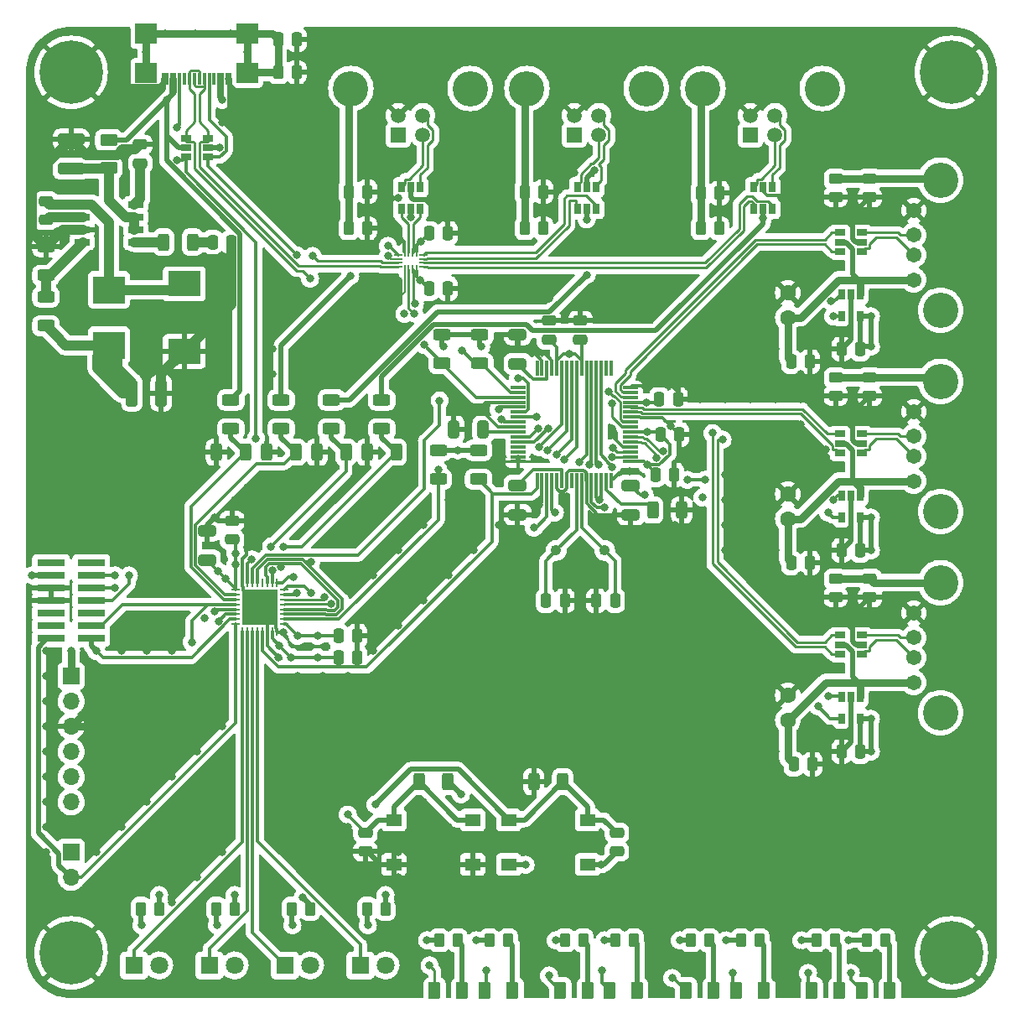
<source format=gtl>
%TF.GenerationSoftware,KiCad,Pcbnew,(5.99.0-12724-g8c8d66a181)*%
%TF.CreationDate,2021-10-09T23:30:48+02:00*%
%TF.ProjectId,MUXUS,4d555855-532e-46b6-9963-61645f706362,rev?*%
%TF.SameCoordinates,Original*%
%TF.FileFunction,Copper,L1,Top*%
%TF.FilePolarity,Positive*%
%FSLAX46Y46*%
G04 Gerber Fmt 4.6, Leading zero omitted, Abs format (unit mm)*
G04 Created by KiCad (PCBNEW (5.99.0-12724-g8c8d66a181)) date 2021-10-09 23:30:48*
%MOMM*%
%LPD*%
G01*
G04 APERTURE LIST*
G04 Aperture macros list*
%AMRoundRect*
0 Rectangle with rounded corners*
0 $1 Rounding radius*
0 $2 $3 $4 $5 $6 $7 $8 $9 X,Y pos of 4 corners*
0 Add a 4 corners polygon primitive as box body*
4,1,4,$2,$3,$4,$5,$6,$7,$8,$9,$2,$3,0*
0 Add four circle primitives for the rounded corners*
1,1,$1+$1,$2,$3*
1,1,$1+$1,$4,$5*
1,1,$1+$1,$6,$7*
1,1,$1+$1,$8,$9*
0 Add four rect primitives between the rounded corners*
20,1,$1+$1,$2,$3,$4,$5,0*
20,1,$1+$1,$4,$5,$6,$7,0*
20,1,$1+$1,$6,$7,$8,$9,0*
20,1,$1+$1,$8,$9,$2,$3,0*%
G04 Aperture macros list end*
%TA.AperFunction,SMDPad,CuDef*%
%ADD10RoundRect,0.250000X-0.250000X-0.475000X0.250000X-0.475000X0.250000X0.475000X-0.250000X0.475000X0*%
%TD*%
%TA.AperFunction,SMDPad,CuDef*%
%ADD11RoundRect,0.250000X0.250000X0.475000X-0.250000X0.475000X-0.250000X-0.475000X0.250000X-0.475000X0*%
%TD*%
%TA.AperFunction,SMDPad,CuDef*%
%ADD12RoundRect,0.250000X0.650000X-0.325000X0.650000X0.325000X-0.650000X0.325000X-0.650000X-0.325000X0*%
%TD*%
%TA.AperFunction,SMDPad,CuDef*%
%ADD13RoundRect,0.250000X-0.325000X-0.650000X0.325000X-0.650000X0.325000X0.650000X-0.325000X0.650000X0*%
%TD*%
%TA.AperFunction,SMDPad,CuDef*%
%ADD14RoundRect,0.250000X-0.650000X0.325000X-0.650000X-0.325000X0.650000X-0.325000X0.650000X0.325000X0*%
%TD*%
%TA.AperFunction,SMDPad,CuDef*%
%ADD15RoundRect,0.250000X-0.475000X0.250000X-0.475000X-0.250000X0.475000X-0.250000X0.475000X0.250000X0*%
%TD*%
%TA.AperFunction,SMDPad,CuDef*%
%ADD16RoundRect,0.250000X0.475000X-0.250000X0.475000X0.250000X-0.475000X0.250000X-0.475000X-0.250000X0*%
%TD*%
%TA.AperFunction,ComponentPad*%
%ADD17C,1.600000*%
%TD*%
%TA.AperFunction,SMDPad,CuDef*%
%ADD18RoundRect,0.250000X0.325000X1.100000X-0.325000X1.100000X-0.325000X-1.100000X0.325000X-1.100000X0*%
%TD*%
%TA.AperFunction,SMDPad,CuDef*%
%ADD19RoundRect,0.250000X-0.375000X-0.625000X0.375000X-0.625000X0.375000X0.625000X-0.375000X0.625000X0*%
%TD*%
%TA.AperFunction,ComponentPad*%
%ADD20R,1.800000X1.800000*%
%TD*%
%TA.AperFunction,ComponentPad*%
%ADD21C,1.800000*%
%TD*%
%TA.AperFunction,SMDPad,CuDef*%
%ADD22R,3.300000X2.500000*%
%TD*%
%TA.AperFunction,SMDPad,CuDef*%
%ADD23RoundRect,0.250000X0.625000X-0.375000X0.625000X0.375000X-0.625000X0.375000X-0.625000X-0.375000X0*%
%TD*%
%TA.AperFunction,ComponentPad*%
%ADD24C,0.800000*%
%TD*%
%TA.AperFunction,ComponentPad*%
%ADD25C,6.400000*%
%TD*%
%TA.AperFunction,ComponentPad*%
%ADD26C,1.545000*%
%TD*%
%TA.AperFunction,ComponentPad*%
%ADD27C,3.570000*%
%TD*%
%TA.AperFunction,SMDPad,CuDef*%
%ADD28R,3.200000X2.800000*%
%TD*%
%TA.AperFunction,SMDPad,CuDef*%
%ADD29RoundRect,0.250000X0.262500X0.450000X-0.262500X0.450000X-0.262500X-0.450000X0.262500X-0.450000X0*%
%TD*%
%TA.AperFunction,SMDPad,CuDef*%
%ADD30RoundRect,0.250000X-0.625000X0.312500X-0.625000X-0.312500X0.625000X-0.312500X0.625000X0.312500X0*%
%TD*%
%TA.AperFunction,SMDPad,CuDef*%
%ADD31RoundRect,0.250000X-0.312500X-0.625000X0.312500X-0.625000X0.312500X0.625000X-0.312500X0.625000X0*%
%TD*%
%TA.AperFunction,SMDPad,CuDef*%
%ADD32RoundRect,0.250000X0.625000X-0.312500X0.625000X0.312500X-0.625000X0.312500X-0.625000X-0.312500X0*%
%TD*%
%TA.AperFunction,SMDPad,CuDef*%
%ADD33RoundRect,0.250000X-0.262500X-0.450000X0.262500X-0.450000X0.262500X0.450000X-0.262500X0.450000X0*%
%TD*%
%TA.AperFunction,SMDPad,CuDef*%
%ADD34RoundRect,0.250000X0.450000X-0.262500X0.450000X0.262500X-0.450000X0.262500X-0.450000X-0.262500X0*%
%TD*%
%TA.AperFunction,SMDPad,CuDef*%
%ADD35RoundRect,0.250000X0.312500X0.625000X-0.312500X0.625000X-0.312500X-0.625000X0.312500X-0.625000X0*%
%TD*%
%TA.AperFunction,SMDPad,CuDef*%
%ADD36R,1.550000X1.300000*%
%TD*%
%TA.AperFunction,SMDPad,CuDef*%
%ADD37R,1.060000X0.650000*%
%TD*%
%TA.AperFunction,SMDPad,CuDef*%
%ADD38R,0.650000X1.060000*%
%TD*%
%TA.AperFunction,SMDPad,CuDef*%
%ADD39R,0.200000X0.850000*%
%TD*%
%TA.AperFunction,SMDPad,CuDef*%
%ADD40R,0.850000X0.200000*%
%TD*%
%TA.AperFunction,ComponentPad*%
%ADD41C,1.080000*%
%TD*%
%TA.AperFunction,ComponentPad*%
%ADD42R,1.500000X1.500000*%
%TD*%
%TA.AperFunction,ComponentPad*%
%ADD43C,1.500000*%
%TD*%
%TA.AperFunction,SMDPad,CuDef*%
%ADD44R,2.790000X0.740000*%
%TD*%
%TA.AperFunction,SMDPad,CuDef*%
%ADD45R,1.525000X0.650000*%
%TD*%
%TA.AperFunction,ComponentPad*%
%ADD46R,1.700000X1.700000*%
%TD*%
%TA.AperFunction,ComponentPad*%
%ADD47O,1.700000X1.700000*%
%TD*%
%TA.AperFunction,SMDPad,CuDef*%
%ADD48RoundRect,0.075000X0.700000X0.075000X-0.700000X0.075000X-0.700000X-0.075000X0.700000X-0.075000X0*%
%TD*%
%TA.AperFunction,SMDPad,CuDef*%
%ADD49RoundRect,0.075000X0.075000X0.700000X-0.075000X0.700000X-0.075000X-0.700000X0.075000X-0.700000X0*%
%TD*%
%TA.AperFunction,SMDPad,CuDef*%
%ADD50R,0.850000X0.250000*%
%TD*%
%TA.AperFunction,SMDPad,CuDef*%
%ADD51R,0.250000X0.850000*%
%TD*%
%TA.AperFunction,SMDPad,CuDef*%
%ADD52R,3.600000X3.600000*%
%TD*%
%TA.AperFunction,SMDPad,CuDef*%
%ADD53RoundRect,0.250000X-1.100000X0.325000X-1.100000X-0.325000X1.100000X-0.325000X1.100000X0.325000X0*%
%TD*%
%TA.AperFunction,SMDPad,CuDef*%
%ADD54R,0.300000X1.150000*%
%TD*%
%TA.AperFunction,SMDPad,CuDef*%
%ADD55R,2.180000X2.000000*%
%TD*%
%TA.AperFunction,ViaPad*%
%ADD56C,0.800000*%
%TD*%
%TA.AperFunction,Conductor*%
%ADD57C,0.300000*%
%TD*%
%TA.AperFunction,Conductor*%
%ADD58C,0.500000*%
%TD*%
%TA.AperFunction,Conductor*%
%ADD59C,1.000000*%
%TD*%
%TA.AperFunction,Conductor*%
%ADD60C,0.750000*%
%TD*%
%TA.AperFunction,Conductor*%
%ADD61C,0.200000*%
%TD*%
%TA.AperFunction,Conductor*%
%ADD62C,0.250000*%
%TD*%
%TA.AperFunction,Conductor*%
%ADD63C,0.261112*%
%TD*%
G04 APERTURE END LIST*
D10*
X68265000Y-73660000D03*
X70165000Y-73660000D03*
X73345000Y-73660000D03*
X75245000Y-73660000D03*
D11*
X43114000Y-17018000D03*
X41214000Y-17018000D03*
D12*
X76835000Y-64975000D03*
X76835000Y-62025000D03*
D13*
X58977000Y-56388000D03*
X61927000Y-56388000D03*
D14*
X65405000Y-46785000D03*
X65405000Y-49735000D03*
D12*
X65405000Y-64975000D03*
X65405000Y-62025000D03*
D11*
X81722000Y-56896000D03*
X79822000Y-56896000D03*
X81595000Y-53340000D03*
X79695000Y-53340000D03*
D15*
X71755000Y-45405000D03*
X71755000Y-47305000D03*
X68580000Y-45405000D03*
X68580000Y-47305000D03*
D16*
X100965000Y-73340000D03*
X100965000Y-71440000D03*
D10*
X48326000Y-32385000D03*
X50226000Y-32385000D03*
D17*
X92710000Y-85725000D03*
X92710000Y-83225000D03*
D10*
X56454000Y-42164000D03*
X58354000Y-42164000D03*
X93284000Y-90170000D03*
X95184000Y-90170000D03*
X98110000Y-88900000D03*
X100010000Y-88900000D03*
X47310000Y-77216000D03*
X49210000Y-77216000D03*
D16*
X100965000Y-53020000D03*
X100965000Y-51120000D03*
D10*
X66106000Y-32385000D03*
X68006000Y-32385000D03*
D16*
X75438000Y-98994000D03*
X75438000Y-97094000D03*
X50038000Y-98994000D03*
X50038000Y-97094000D03*
D10*
X93030000Y-69850000D03*
X94930000Y-69850000D03*
D15*
X27305000Y-27625000D03*
X27305000Y-29525000D03*
D10*
X98110000Y-68580000D03*
X100010000Y-68580000D03*
D11*
X36510000Y-37465000D03*
X34610000Y-37465000D03*
D16*
X17780000Y-35240000D03*
X17780000Y-33340000D03*
X100965000Y-32954000D03*
X100965000Y-31054000D03*
D10*
X83886000Y-32512000D03*
X85786000Y-32512000D03*
X93030000Y-49530000D03*
X94930000Y-49530000D03*
D18*
X29415000Y-52705000D03*
X26465000Y-52705000D03*
D10*
X98110000Y-48260000D03*
X100010000Y-48260000D03*
D19*
X100200000Y-113030000D03*
X103000000Y-113030000D03*
X95120000Y-113030000D03*
X97920000Y-113030000D03*
X87500000Y-113030000D03*
X90300000Y-113030000D03*
X82420000Y-113030000D03*
X85220000Y-113030000D03*
X74670000Y-113030000D03*
X77470000Y-113030000D03*
X69720000Y-113030000D03*
X72520000Y-113030000D03*
X62100000Y-113030000D03*
X64900000Y-113030000D03*
X57020000Y-113030000D03*
X59820000Y-113030000D03*
D20*
X26670000Y-110490000D03*
D21*
X29210000Y-110490000D03*
D20*
X34290000Y-110490000D03*
D21*
X36830000Y-110490000D03*
D20*
X41910000Y-110490000D03*
D21*
X44450000Y-110490000D03*
D22*
X31750000Y-41685000D03*
X31750000Y-48485000D03*
D23*
X24130000Y-29975000D03*
X24130000Y-27175000D03*
D24*
X109220000Y-22720000D03*
D25*
X109220000Y-20320000D03*
D24*
X107522944Y-18622944D03*
X110917056Y-18622944D03*
X110917056Y-22017056D03*
X106820000Y-20320000D03*
X107522944Y-22017056D03*
X111620000Y-20320000D03*
X109220000Y-17920000D03*
X17920000Y-20320000D03*
X20320000Y-22720000D03*
X18622944Y-22017056D03*
X22720000Y-20320000D03*
X20320000Y-17920000D03*
X22017056Y-22017056D03*
X22017056Y-18622944D03*
X18622944Y-18622944D03*
D25*
X20320000Y-20320000D03*
D24*
X110917056Y-110917056D03*
X109220000Y-111620000D03*
X111620000Y-109220000D03*
X109220000Y-106820000D03*
D25*
X109220000Y-109220000D03*
D24*
X110917056Y-107522944D03*
X107522944Y-110917056D03*
X106820000Y-109220000D03*
X107522944Y-107522944D03*
D26*
X105410000Y-81915000D03*
X105410000Y-79415000D03*
X105410000Y-77415000D03*
X105410000Y-74915000D03*
D27*
X108120000Y-84985000D03*
X108120000Y-71845000D03*
D28*
X24130000Y-42285000D03*
X24130000Y-47885000D03*
D29*
X43076500Y-20320000D03*
X41251500Y-20320000D03*
D30*
X57404000Y-58481500D03*
X57404000Y-61406500D03*
D31*
X79055500Y-64516000D03*
X81980500Y-64516000D03*
D29*
X97432500Y-107950000D03*
X95607500Y-107950000D03*
X89812500Y-107950000D03*
X87987500Y-107950000D03*
X84732500Y-107950000D03*
X82907500Y-107950000D03*
X77112500Y-107950000D03*
X75287500Y-107950000D03*
X72032500Y-107950000D03*
X70207500Y-107950000D03*
X64412500Y-107950000D03*
X62587500Y-107950000D03*
D32*
X36449000Y-56326500D03*
X36449000Y-53401500D03*
X41529000Y-56326500D03*
X41529000Y-53401500D03*
D29*
X59332500Y-107950000D03*
X57507500Y-107950000D03*
D33*
X48363500Y-36068000D03*
X50188500Y-36068000D03*
D30*
X57785000Y-46797500D03*
X57785000Y-49722500D03*
D31*
X67037505Y-91948000D03*
X69962505Y-91948000D03*
D34*
X97536000Y-52982500D03*
X97536000Y-51157500D03*
D33*
X66143500Y-36068000D03*
X67968500Y-36068000D03*
D31*
X55433500Y-91948000D03*
X58358500Y-91948000D03*
D33*
X27385000Y-104775000D03*
X29210000Y-104775000D03*
X35005000Y-104775000D03*
X36830000Y-104775000D03*
X42625000Y-104775000D03*
X44450000Y-104775000D03*
X50245000Y-104775000D03*
X52070000Y-104775000D03*
D35*
X32577500Y-37465000D03*
X29652500Y-37465000D03*
D34*
X97536000Y-32916500D03*
X97536000Y-31091500D03*
D33*
X83923500Y-36068000D03*
X85748500Y-36068000D03*
D32*
X17780000Y-45912500D03*
X17780000Y-42987500D03*
X17780000Y-40832500D03*
X17780000Y-37907500D03*
D36*
X60871000Y-95794000D03*
X52921000Y-95794000D03*
X60871000Y-100294000D03*
X52921000Y-100294000D03*
D37*
X34120000Y-28890000D03*
X34120000Y-27940000D03*
X34120000Y-26990000D03*
X31920000Y-26990000D03*
X31920000Y-27940000D03*
X31920000Y-28890000D03*
X100160000Y-79055000D03*
X100160000Y-78105000D03*
X100160000Y-77155000D03*
X97960000Y-77155000D03*
X97960000Y-78105000D03*
X97960000Y-79055000D03*
D38*
X55560000Y-31920000D03*
X54610000Y-31920000D03*
X53660000Y-31920000D03*
X53660000Y-34120000D03*
X54610000Y-34120000D03*
X55560000Y-34120000D03*
X100010000Y-83355000D03*
X99060000Y-83355000D03*
X98110000Y-83355000D03*
X98110000Y-85555000D03*
X100010000Y-85555000D03*
D39*
X55210000Y-38520000D03*
X54810000Y-38520000D03*
X54410000Y-38520000D03*
X54010000Y-38520000D03*
D40*
X53360000Y-38770000D03*
X53360000Y-39170000D03*
X53360000Y-39570000D03*
X53360000Y-39970000D03*
D39*
X54010000Y-40220000D03*
X54410000Y-40220000D03*
X54810000Y-40220000D03*
X55210000Y-40220000D03*
D40*
X55860000Y-39970000D03*
X55860000Y-39570000D03*
X55860000Y-39170000D03*
X55860000Y-38770000D03*
D38*
X73340000Y-31920000D03*
X72390000Y-31920000D03*
X71440000Y-31920000D03*
X71440000Y-34120000D03*
X72390000Y-34120000D03*
X73340000Y-34120000D03*
X91120000Y-31920000D03*
X90170000Y-31920000D03*
X89220000Y-31920000D03*
X89220000Y-34120000D03*
X90170000Y-34120000D03*
X91120000Y-34120000D03*
D41*
X69315000Y-68580000D03*
X74195000Y-68580000D03*
D42*
X53340000Y-26670000D03*
D43*
X55840000Y-26670000D03*
X55840000Y-24670000D03*
X53340000Y-24670000D03*
D27*
X60610000Y-21960000D03*
X48570000Y-21960000D03*
D42*
X88900000Y-26670000D03*
D43*
X91400000Y-26670000D03*
X91400000Y-24670000D03*
X88900000Y-24670000D03*
D27*
X96170000Y-21960000D03*
X84130000Y-21960000D03*
D42*
X71120000Y-26670000D03*
D43*
X73620000Y-26670000D03*
X73620000Y-24670000D03*
X71120000Y-24670000D03*
D27*
X66350000Y-21960000D03*
X78390000Y-21960000D03*
D24*
X22017056Y-110917056D03*
X22720000Y-109220000D03*
X20320000Y-111620000D03*
X20320000Y-106820000D03*
X22017056Y-107522944D03*
X18622944Y-110917056D03*
X18622944Y-107522944D03*
D25*
X20320000Y-109220000D03*
D24*
X17920000Y-109220000D03*
D36*
X64525005Y-95794000D03*
X72475005Y-95794000D03*
X72475005Y-100294000D03*
X64525005Y-100294000D03*
D44*
X18285000Y-69850000D03*
X22355000Y-69850000D03*
X18285000Y-71120000D03*
X22355000Y-71120000D03*
X18285000Y-72390000D03*
X22355000Y-72390000D03*
X18285000Y-73660000D03*
X22355000Y-73660000D03*
X18285000Y-74930000D03*
X22355000Y-74930000D03*
X18285000Y-76200000D03*
X22355000Y-76200000D03*
X18285000Y-77470000D03*
X22355000Y-77470000D03*
D45*
X21418000Y-33655000D03*
X21418000Y-34925000D03*
X21418000Y-36195000D03*
X21418000Y-37465000D03*
X26842000Y-37465000D03*
X26842000Y-36195000D03*
X26842000Y-34925000D03*
X26842000Y-33655000D03*
D20*
X49530000Y-110490000D03*
D21*
X52070000Y-110490000D03*
D29*
X102512500Y-107950000D03*
X100687500Y-107950000D03*
D30*
X61468000Y-58481500D03*
X61468000Y-61406500D03*
D37*
X100160000Y-38415000D03*
X100160000Y-37465000D03*
X100160000Y-36515000D03*
X97960000Y-36515000D03*
X97960000Y-37465000D03*
X97960000Y-38415000D03*
D38*
X100010000Y-42715000D03*
X99060000Y-42715000D03*
X98110000Y-42715000D03*
X98110000Y-44915000D03*
X100010000Y-44915000D03*
D26*
X105410000Y-41275000D03*
X105410000Y-38775000D03*
X105410000Y-36775000D03*
X105410000Y-34275000D03*
D27*
X108120000Y-44345000D03*
X108120000Y-31205000D03*
D17*
X92710000Y-45085000D03*
X92710000Y-42585000D03*
D38*
X100010000Y-63035000D03*
X99060000Y-63035000D03*
X98110000Y-63035000D03*
X98110000Y-65235000D03*
X100010000Y-65235000D03*
D37*
X100160000Y-58735000D03*
X100160000Y-57785000D03*
X100160000Y-56835000D03*
X97960000Y-56835000D03*
X97960000Y-57785000D03*
X97960000Y-58735000D03*
D26*
X105410000Y-61595000D03*
X105410000Y-59095000D03*
X105410000Y-57095000D03*
X105410000Y-54595000D03*
D27*
X108120000Y-64665000D03*
X108120000Y-51525000D03*
D17*
X92710000Y-65405000D03*
X92710000Y-62905000D03*
D30*
X61595000Y-46797500D03*
X61595000Y-49722500D03*
D35*
X37911500Y-58674000D03*
X34986500Y-58674000D03*
D10*
X47310000Y-79375000D03*
X49210000Y-79375000D03*
X56454000Y-36576000D03*
X58354000Y-36576000D03*
D34*
X97536000Y-73302500D03*
X97536000Y-71477500D03*
D46*
X20320000Y-99060000D03*
D47*
X20320000Y-101600000D03*
D48*
X76795000Y-59630000D03*
X76795000Y-59130000D03*
X76795000Y-58630000D03*
X76795000Y-58130000D03*
X76795000Y-57630000D03*
X76795000Y-57130000D03*
X76795000Y-56630000D03*
X76795000Y-56130000D03*
X76795000Y-55630000D03*
X76795000Y-55130000D03*
X76795000Y-54630000D03*
X76795000Y-54130000D03*
X76795000Y-53630000D03*
X76795000Y-53130000D03*
X76795000Y-52630000D03*
X76795000Y-52130000D03*
D49*
X74870000Y-50205000D03*
X74370000Y-50205000D03*
X73870000Y-50205000D03*
X73370000Y-50205000D03*
X72870000Y-50205000D03*
X72370000Y-50205000D03*
X71870000Y-50205000D03*
X71370000Y-50205000D03*
X70870000Y-50205000D03*
X70370000Y-50205000D03*
X69870000Y-50205000D03*
X69370000Y-50205000D03*
X68870000Y-50205000D03*
X68370000Y-50205000D03*
X67870000Y-50205000D03*
X67370000Y-50205000D03*
D48*
X65445000Y-52130000D03*
X65445000Y-52630000D03*
X65445000Y-53130000D03*
X65445000Y-53630000D03*
X65445000Y-54130000D03*
X65445000Y-54630000D03*
X65445000Y-55130000D03*
X65445000Y-55630000D03*
X65445000Y-56130000D03*
X65445000Y-56630000D03*
X65445000Y-57130000D03*
X65445000Y-57630000D03*
X65445000Y-58130000D03*
X65445000Y-58630000D03*
X65445000Y-59130000D03*
X65445000Y-59630000D03*
D49*
X67370000Y-61555000D03*
X67870000Y-61555000D03*
X68370000Y-61555000D03*
X68870000Y-61555000D03*
X69370000Y-61555000D03*
X69870000Y-61555000D03*
X70370000Y-61555000D03*
X70870000Y-61555000D03*
X71370000Y-61555000D03*
X71870000Y-61555000D03*
X72370000Y-61555000D03*
X72870000Y-61555000D03*
X73370000Y-61555000D03*
X73870000Y-61555000D03*
X74370000Y-61555000D03*
X74870000Y-61555000D03*
D46*
X20320000Y-81280000D03*
D47*
X20320000Y-83820000D03*
X20320000Y-86360000D03*
X20320000Y-88900000D03*
X20320000Y-91440000D03*
X20320000Y-93980000D03*
D32*
X51689000Y-56326500D03*
X51689000Y-53401500D03*
D35*
X53151500Y-58674000D03*
X50226500Y-58674000D03*
D50*
X36920000Y-72545000D03*
X36920000Y-73045000D03*
X36920000Y-73545000D03*
X36920000Y-74045000D03*
X36920000Y-74545000D03*
X36920000Y-75045000D03*
X36920000Y-75545000D03*
X36920000Y-76045000D03*
D51*
X37620000Y-76745000D03*
X38120000Y-76745000D03*
X38620000Y-76745000D03*
X39120000Y-76745000D03*
X39620000Y-76745000D03*
X40120000Y-76745000D03*
X40620000Y-76745000D03*
X41120000Y-76745000D03*
D50*
X41820000Y-76045000D03*
X41820000Y-75545000D03*
X41820000Y-75045000D03*
X41820000Y-74545000D03*
X41820000Y-74045000D03*
X41820000Y-73545000D03*
X41820000Y-73045000D03*
X41820000Y-72545000D03*
D51*
X41120000Y-71845000D03*
X40620000Y-71845000D03*
X40120000Y-71845000D03*
X39620000Y-71845000D03*
X39120000Y-71845000D03*
X38620000Y-71845000D03*
X38120000Y-71845000D03*
X37620000Y-71845000D03*
D52*
X39370000Y-74295000D03*
D32*
X46609000Y-56326500D03*
X46609000Y-53401500D03*
D35*
X42991500Y-58674000D03*
X40066500Y-58674000D03*
X48071500Y-58674000D03*
X45146500Y-58674000D03*
D11*
X81214000Y-60960000D03*
X79314000Y-60960000D03*
D12*
X34036000Y-69547000D03*
X34036000Y-66597000D03*
D16*
X36576000Y-67498000D03*
X36576000Y-65598000D03*
D53*
X20320000Y-27100000D03*
X20320000Y-30050000D03*
D54*
X36370000Y-20950000D03*
X35570000Y-20950000D03*
X34270000Y-20950000D03*
X33270000Y-20950000D03*
X32770000Y-20950000D03*
X31770000Y-20950000D03*
X30470000Y-20950000D03*
X29670000Y-20950000D03*
X29970000Y-20950000D03*
X30770000Y-20950000D03*
X31270000Y-20950000D03*
X32270000Y-20950000D03*
X33770000Y-20950000D03*
X34770000Y-20950000D03*
X35270000Y-20950000D03*
X36070000Y-20950000D03*
D55*
X27910000Y-20375000D03*
X38130000Y-20375000D03*
X38130000Y-16445000D03*
X27910000Y-16445000D03*
D56*
X55880000Y-83820000D03*
X41910000Y-64770000D03*
X93980000Y-76200000D03*
X88900000Y-78740000D03*
X48260000Y-48260000D03*
X96520000Y-96520000D03*
X93980000Y-93980000D03*
X106680000Y-88900000D03*
X111760000Y-76200000D03*
X50800000Y-81280000D03*
X83820000Y-83820000D03*
X40640000Y-106680000D03*
X86360000Y-76200000D03*
X86360000Y-17780000D03*
X101600000Y-25400000D03*
X76200000Y-35560000D03*
X17780000Y-63500000D03*
X88900000Y-43180000D03*
X63500000Y-33020000D03*
X93980000Y-50800000D03*
X83820000Y-104140000D03*
X78740000Y-93980000D03*
X81280000Y-99060000D03*
X30480000Y-35560000D03*
X60960000Y-81280000D03*
X104140000Y-27940000D03*
X27940000Y-50800000D03*
X91440000Y-40640000D03*
X88900000Y-50800000D03*
X111760000Y-58420000D03*
X96520000Y-93980000D03*
X55880000Y-81280000D03*
X83820000Y-99060000D03*
X43180000Y-93980000D03*
X106680000Y-27940000D03*
X91440000Y-88900000D03*
X96520000Y-111760000D03*
X106680000Y-96520000D03*
X81280000Y-33020000D03*
X60960000Y-104140000D03*
X50800000Y-91440000D03*
X67564000Y-64008000D03*
X33020000Y-88900000D03*
X83820000Y-73660000D03*
X40640000Y-33020000D03*
X50800000Y-83820000D03*
X48260000Y-86360000D03*
X91440000Y-96520000D03*
X101600000Y-109220000D03*
X71120000Y-83820000D03*
X91440000Y-60960000D03*
X66040000Y-73660000D03*
X81280000Y-71120000D03*
X40640000Y-62230000D03*
X81280000Y-48260000D03*
X35560000Y-48260000D03*
X58420000Y-71120000D03*
X76200000Y-101600000D03*
X35560000Y-25400000D03*
X111760000Y-78740000D03*
X99060000Y-96520000D03*
X50800000Y-76200000D03*
X27940000Y-101600000D03*
X30480000Y-81280000D03*
X58420000Y-86360000D03*
X27940000Y-93980000D03*
X55880000Y-104140000D03*
X93980000Y-33020000D03*
X43180000Y-27940000D03*
X60960000Y-33020000D03*
X78740000Y-43180000D03*
X55880000Y-71120000D03*
X50800000Y-45720000D03*
X27940000Y-45720000D03*
X41910000Y-60960000D03*
X22860000Y-86360000D03*
X50800000Y-78740000D03*
X96520000Y-76200000D03*
X55880000Y-99060000D03*
X58420000Y-33020000D03*
X68580000Y-86360000D03*
X60960000Y-68580000D03*
X88900000Y-81280000D03*
X33020000Y-96520000D03*
X96520000Y-104140000D03*
X83820000Y-48260000D03*
X78740000Y-88900000D03*
X66040000Y-86360000D03*
X40640000Y-88900000D03*
X60960000Y-83820000D03*
X111760000Y-48260000D03*
X48260000Y-66040000D03*
X68580000Y-101600000D03*
X25400000Y-17780000D03*
X88900000Y-63500000D03*
X76200000Y-81280000D03*
X55880000Y-96520000D03*
X96520000Y-35560000D03*
X91440000Y-111760000D03*
X22860000Y-63500000D03*
X101600000Y-106680000D03*
X33020000Y-99060000D03*
X88900000Y-104140000D03*
X22860000Y-58420000D03*
X99060000Y-101600000D03*
X73660000Y-38100000D03*
X38100000Y-25400000D03*
X58420000Y-63500000D03*
X35560000Y-43180000D03*
X109220000Y-88900000D03*
X91440000Y-35560000D03*
X111760000Y-101600000D03*
X111760000Y-27940000D03*
X30480000Y-76200000D03*
X101600000Y-96520000D03*
X88900000Y-60960000D03*
X17780000Y-50800000D03*
X55880000Y-66040000D03*
X48260000Y-50800000D03*
X33020000Y-50800000D03*
X63500000Y-83820000D03*
X68580000Y-43180000D03*
X106680000Y-104140000D03*
X91440000Y-17780000D03*
X60960000Y-86360000D03*
X45720000Y-30480000D03*
X27940000Y-68580000D03*
X73167000Y-30226000D03*
X88900000Y-83820000D03*
X30480000Y-106680000D03*
X55880000Y-78740000D03*
X45720000Y-60960000D03*
X45720000Y-48260000D03*
X96520000Y-99060000D03*
X96520000Y-106680000D03*
X86360000Y-30480000D03*
X55880000Y-101600000D03*
X60960000Y-43180000D03*
X43180000Y-96520000D03*
X111760000Y-73660000D03*
X78740000Y-101600000D03*
X45720000Y-83820000D03*
X49530000Y-64770000D03*
X27940000Y-58420000D03*
X25400000Y-101600000D03*
X83820000Y-106680000D03*
X36830000Y-63500000D03*
X60960000Y-63500000D03*
X96520000Y-40640000D03*
X50800000Y-86360000D03*
X63500000Y-43180000D03*
X58420000Y-78740000D03*
X78740000Y-68580000D03*
X78740000Y-38100000D03*
X53340000Y-83820000D03*
X33020000Y-86360000D03*
X53340000Y-86360000D03*
X25400000Y-25400000D03*
X27940000Y-40640000D03*
X53340000Y-76200000D03*
X63500000Y-71120000D03*
X86360000Y-106680000D03*
X73660000Y-104140000D03*
X73660000Y-86360000D03*
X104140000Y-17780000D03*
X17780000Y-91440000D03*
X111760000Y-60960000D03*
X30480000Y-99060000D03*
X86360000Y-81280000D03*
X27940000Y-81280000D03*
X25400000Y-93980000D03*
X50800000Y-73660000D03*
X91440000Y-91440000D03*
X22860000Y-88900000D03*
X33020000Y-104140000D03*
X111760000Y-68580000D03*
X22860000Y-91440000D03*
X22860000Y-93980000D03*
X104140000Y-35560000D03*
X88900000Y-106680000D03*
X25400000Y-99060000D03*
X30480000Y-91440000D03*
X88900000Y-30480000D03*
X53340000Y-88900000D03*
X91440000Y-99060000D03*
X35560000Y-50800000D03*
X109220000Y-25400000D03*
X88900000Y-17780000D03*
X68580000Y-81280000D03*
X38100000Y-111760000D03*
X86360000Y-48260000D03*
X83820000Y-81280000D03*
X17780000Y-27940000D03*
X17780000Y-86360000D03*
X104140000Y-93980000D03*
X45720000Y-27940000D03*
X78740000Y-35560000D03*
X80866000Y-56040000D03*
X38100000Y-64770000D03*
X25400000Y-58420000D03*
X58420000Y-81280000D03*
X81280000Y-96520000D03*
X45720000Y-91440000D03*
X101600000Y-104140000D03*
X41910000Y-63500000D03*
X83820000Y-53340000D03*
X78740000Y-81280000D03*
X111760000Y-88900000D03*
X25400000Y-83820000D03*
X81280000Y-88900000D03*
X43180000Y-81280000D03*
X91440000Y-55880000D03*
X68580000Y-17780000D03*
X25400000Y-86360000D03*
X55880000Y-88900000D03*
X58420000Y-68580000D03*
X27940000Y-63500000D03*
X25400000Y-96520000D03*
X93980000Y-58420000D03*
X78740000Y-17780000D03*
X111760000Y-96520000D03*
X30480000Y-101600000D03*
X30480000Y-109220000D03*
X43180000Y-99060000D03*
X48260000Y-45720000D03*
X45720000Y-96520000D03*
X22860000Y-96520000D03*
X86360000Y-45720000D03*
X81280000Y-91440000D03*
X20320000Y-43180000D03*
X35560000Y-96520000D03*
X45720000Y-38100000D03*
X88900000Y-99060000D03*
X25400000Y-60960000D03*
X58420000Y-73660000D03*
X86360000Y-99060000D03*
X91440000Y-106680000D03*
X58420000Y-17780000D03*
X83820000Y-38100000D03*
X76200000Y-106680000D03*
X54610000Y-59690000D03*
X104140000Y-101600000D03*
X50800000Y-101600000D03*
X43180000Y-83820000D03*
X22860000Y-104140000D03*
X25400000Y-55880000D03*
X54610000Y-52070000D03*
X76708000Y-60579000D03*
X38100000Y-63500000D03*
X17780000Y-93980000D03*
X88900000Y-101600000D03*
X86360000Y-66040000D03*
X86360000Y-68580000D03*
X52070000Y-62230000D03*
X38100000Y-109220000D03*
X93980000Y-53340000D03*
X65532000Y-48260000D03*
X50800000Y-71120000D03*
X73660000Y-91440000D03*
X81280000Y-30480000D03*
X35560000Y-40640000D03*
X17780000Y-68580000D03*
X71120000Y-76200000D03*
X68580000Y-96520000D03*
X33020000Y-60960000D03*
X91440000Y-73660000D03*
X30480000Y-55880000D03*
X30480000Y-58420000D03*
X30480000Y-66040000D03*
X111760000Y-38100000D03*
X43180000Y-91440000D03*
X40640000Y-66040000D03*
X22860000Y-83820000D03*
X86360000Y-88900000D03*
X38100000Y-27940000D03*
X83820000Y-101600000D03*
X40640000Y-96520000D03*
X43180000Y-33020000D03*
X81280000Y-106680000D03*
X63500000Y-91440000D03*
X71120000Y-81280000D03*
X48260000Y-101600000D03*
X40640000Y-27940000D03*
X106680000Y-99060000D03*
X86360000Y-53340000D03*
X101600000Y-20320000D03*
X86360000Y-96520000D03*
X55880000Y-86360000D03*
X25400000Y-104140000D03*
X93980000Y-106680000D03*
X111760000Y-104140000D03*
X33020000Y-81280000D03*
X83820000Y-91440000D03*
X71120000Y-30480000D03*
X53340000Y-43180000D03*
X111760000Y-83820000D03*
X78740000Y-76200000D03*
X91440000Y-58420000D03*
X22860000Y-101600000D03*
X60960000Y-76200000D03*
X43180000Y-30480000D03*
X91440000Y-71120000D03*
X45720000Y-17780000D03*
X20320000Y-63500000D03*
X17780000Y-55880000D03*
X40640000Y-48260000D03*
X88900000Y-96520000D03*
X25400000Y-78740000D03*
X93980000Y-73660000D03*
X109220000Y-93980000D03*
X17780000Y-101600000D03*
X58420000Y-88900000D03*
X45720000Y-111760000D03*
X22860000Y-66040000D03*
X30480000Y-60960000D03*
X45720000Y-45720000D03*
X78740000Y-86360000D03*
X68580000Y-104140000D03*
X17780000Y-83820000D03*
X17780000Y-25400000D03*
X81280000Y-104140000D03*
X53340000Y-71120000D03*
X68580000Y-88900000D03*
X50800000Y-63500000D03*
X66040000Y-17780000D03*
X25400000Y-106680000D03*
X71120000Y-86360000D03*
X53340000Y-68580000D03*
X45720000Y-88900000D03*
X51562000Y-36068000D03*
X17780000Y-58420000D03*
X58420000Y-30480000D03*
X17780000Y-60960000D03*
X81280000Y-35560000D03*
X40640000Y-25400000D03*
X96520000Y-101600000D03*
X46990000Y-67310000D03*
X78740000Y-91440000D03*
X88900000Y-93980000D03*
X111760000Y-66040000D03*
X99060000Y-25400000D03*
X81280000Y-93980000D03*
X27940000Y-88900000D03*
X71120000Y-78740000D03*
X27940000Y-71120000D03*
X86360000Y-60960000D03*
X78740000Y-104140000D03*
X20320000Y-68580000D03*
X76200000Y-38100000D03*
X63500000Y-78740000D03*
X96520000Y-91440000D03*
X76200000Y-91440000D03*
X58420000Y-104140000D03*
X86360000Y-78740000D03*
X40640000Y-45720000D03*
X63500000Y-104140000D03*
X76200000Y-33020000D03*
X44450000Y-60960000D03*
X35306000Y-27940000D03*
X86360000Y-63500000D03*
X104140000Y-22860000D03*
X63500000Y-68580000D03*
X40640000Y-63500000D03*
X99060000Y-106680000D03*
X101600000Y-111760000D03*
X86360000Y-50800000D03*
X30480000Y-111760000D03*
X43180000Y-25400000D03*
X27940000Y-48260000D03*
X58420000Y-96520000D03*
X30480000Y-96520000D03*
X88900000Y-66040000D03*
X53340000Y-73660000D03*
X17780000Y-96520000D03*
X109220000Y-27940000D03*
X76200000Y-104140000D03*
X111760000Y-55880000D03*
X60960000Y-78740000D03*
X22860000Y-99060000D03*
X55880000Y-76200000D03*
X53340000Y-52070000D03*
X88900000Y-91440000D03*
X88900000Y-88900000D03*
X25400000Y-66040000D03*
X53340000Y-33020000D03*
X83820000Y-96520000D03*
X48260000Y-43180000D03*
X33020000Y-35560000D03*
X78740000Y-109220000D03*
X78740000Y-96520000D03*
X86360000Y-43180000D03*
X68580000Y-30480000D03*
X78740000Y-99060000D03*
X104140000Y-25400000D03*
X63500000Y-59690000D03*
X76200000Y-83820000D03*
X27940000Y-78740000D03*
X54610000Y-53340000D03*
X63500000Y-86360000D03*
X45720000Y-33020000D03*
X40640000Y-93980000D03*
X63500000Y-30480000D03*
X25400000Y-88900000D03*
X76200000Y-30480000D03*
X111760000Y-86360000D03*
X43180000Y-88900000D03*
X20320000Y-50800000D03*
X45720000Y-109220000D03*
X45720000Y-81280000D03*
X40640000Y-101600000D03*
X99252999Y-35367001D03*
X30480000Y-93980000D03*
X30480000Y-63500000D03*
X63500000Y-106680000D03*
X55880000Y-17780000D03*
X40640000Y-30480000D03*
X68580000Y-76200000D03*
X83820000Y-76200000D03*
X91440000Y-101600000D03*
X93980000Y-99060000D03*
X33020000Y-93980000D03*
X78740000Y-71120000D03*
X63500000Y-35560000D03*
X99060000Y-22860000D03*
X48260000Y-93980000D03*
X111760000Y-43180000D03*
X55880000Y-106680000D03*
X88900000Y-48260000D03*
X93980000Y-96520000D03*
X74930000Y-56260288D03*
X106680000Y-101600000D03*
X25400000Y-20320000D03*
X111760000Y-99060000D03*
X111760000Y-45720000D03*
X88900000Y-86360000D03*
X53340000Y-81280000D03*
X40640000Y-104140000D03*
X20320000Y-60960000D03*
X53340000Y-101600000D03*
X53340000Y-54610000D03*
X48260000Y-83820000D03*
X88900000Y-53340000D03*
X91440000Y-48260000D03*
X86360000Y-86360000D03*
X86360000Y-104140000D03*
X35037500Y-45197500D03*
X78740000Y-83820000D03*
X40640000Y-64770000D03*
X76200000Y-17780000D03*
X27940000Y-99060000D03*
X99060000Y-93980000D03*
X83820000Y-17780000D03*
X53340000Y-109220000D03*
X86360000Y-101600000D03*
X96520000Y-60960000D03*
X60960000Y-88900000D03*
X35560000Y-81280000D03*
X25400000Y-68580000D03*
X88900000Y-40640000D03*
X50800000Y-17780000D03*
X48260000Y-91440000D03*
X93980000Y-109220000D03*
X30480000Y-71120000D03*
X17780000Y-53340000D03*
X33020000Y-91440000D03*
X30480000Y-86360000D03*
X54610000Y-55880000D03*
X99060000Y-91440000D03*
X111760000Y-33020000D03*
X68580000Y-78740000D03*
X104140000Y-20320000D03*
X27940000Y-60960000D03*
X45720000Y-50800000D03*
X40640000Y-50800000D03*
X30480000Y-83820000D03*
X38100000Y-62230000D03*
X83820000Y-45720000D03*
X60960000Y-66040000D03*
X93980000Y-35560000D03*
X35560000Y-93980000D03*
X88900000Y-58420000D03*
X111760000Y-53340000D03*
X109220000Y-101600000D03*
X83820000Y-50800000D03*
X109220000Y-96520000D03*
X104140000Y-96520000D03*
X48260000Y-81280000D03*
X66040000Y-78740000D03*
X111760000Y-81280000D03*
X93980000Y-40640000D03*
X48260000Y-99060000D03*
X33020000Y-55880000D03*
X44450000Y-62230000D03*
X39370000Y-74295000D03*
X88900000Y-55880000D03*
X27940000Y-83820000D03*
X48260000Y-96520000D03*
X81280000Y-38100000D03*
X76200000Y-78740000D03*
X81280000Y-76200000D03*
X78740000Y-30480000D03*
X73660000Y-17780000D03*
X83820000Y-78740000D03*
X106680000Y-93980000D03*
X111760000Y-50800000D03*
X73660000Y-76200000D03*
X73660000Y-81280000D03*
X60960000Y-71120000D03*
X86360000Y-91440000D03*
X78740000Y-33020000D03*
X81280000Y-83820000D03*
X45720000Y-86360000D03*
X53340000Y-104140000D03*
X20320000Y-58420000D03*
X17780000Y-104140000D03*
X60960000Y-35560000D03*
X78740000Y-106680000D03*
X41910000Y-62230000D03*
X71120000Y-17780000D03*
X41275000Y-79375000D03*
X30480000Y-88900000D03*
X53340000Y-60960000D03*
X20320000Y-25400000D03*
X35560000Y-101600000D03*
X55880000Y-68580000D03*
X81280000Y-101600000D03*
X43180000Y-86360000D03*
X101600000Y-17780000D03*
X40640000Y-40640000D03*
X99060000Y-99060000D03*
X91440000Y-104140000D03*
X101600000Y-22860000D03*
X66040000Y-76200000D03*
X109220000Y-99060000D03*
X45720000Y-99060000D03*
X22860000Y-68580000D03*
X73660000Y-35560000D03*
X38100000Y-30480000D03*
X101600000Y-99060000D03*
X86360000Y-83820000D03*
X17360000Y-30060000D03*
X73660000Y-66040000D03*
X63500000Y-76200000D03*
X81280000Y-66040000D03*
X96520000Y-109220000D03*
X96520000Y-17780000D03*
X88900000Y-68580000D03*
X33020000Y-45720000D03*
X83820000Y-86360000D03*
X40640000Y-91440000D03*
X58420000Y-83820000D03*
X48260000Y-104140000D03*
X73660000Y-88900000D03*
X93980000Y-17780000D03*
X91440000Y-81280000D03*
X81280000Y-17780000D03*
X93980000Y-55880000D03*
X104140000Y-99060000D03*
X76200000Y-93980000D03*
X60960000Y-30480000D03*
X93980000Y-71120000D03*
X91440000Y-68580000D03*
X45720000Y-93980000D03*
X54610000Y-54610000D03*
X60960000Y-17780000D03*
X34798000Y-65278000D03*
X68580000Y-83820000D03*
X40640000Y-43180000D03*
X50800000Y-48260000D03*
X104140000Y-88900000D03*
X66040000Y-71120000D03*
X99060000Y-104140000D03*
X99060000Y-17780000D03*
X27940000Y-86360000D03*
X73660000Y-78740000D03*
X71120000Y-104140000D03*
X81280000Y-73660000D03*
X101600000Y-27940000D03*
X55880000Y-93980000D03*
X22860000Y-55880000D03*
X93980000Y-101600000D03*
X88900000Y-71120000D03*
X27940000Y-66040000D03*
X53340000Y-111760000D03*
X66040000Y-83820000D03*
X53340000Y-99060000D03*
X66040000Y-104140000D03*
X33020000Y-58420000D03*
X111760000Y-91440000D03*
X101600000Y-93980000D03*
X66040000Y-81280000D03*
X33020000Y-101600000D03*
X27940000Y-55880000D03*
X63500000Y-73660000D03*
X68580000Y-99060000D03*
X104140000Y-91440000D03*
X30480000Y-45720000D03*
X58420000Y-76200000D03*
X63500000Y-66040000D03*
X35560000Y-91440000D03*
X35560000Y-88900000D03*
X91440000Y-53340000D03*
X91440000Y-109220000D03*
X17780000Y-99060000D03*
X25400000Y-91440000D03*
X66040000Y-88900000D03*
X55880000Y-73660000D03*
X78740000Y-111760000D03*
X41783000Y-76835000D03*
X53340000Y-17780000D03*
X22860000Y-60960000D03*
X63500000Y-81280000D03*
X106680000Y-25400000D03*
X106680000Y-91440000D03*
X104140000Y-33020000D03*
X111760000Y-35560000D03*
X60960000Y-73660000D03*
X109220000Y-91440000D03*
X81280000Y-68580000D03*
X17780000Y-48260000D03*
X99252999Y-76007001D03*
X20320000Y-45720000D03*
X81280000Y-81280000D03*
X53340000Y-106680000D03*
X45720000Y-101600000D03*
X111760000Y-63500000D03*
X25400000Y-63500000D03*
X88900000Y-45720000D03*
X30480000Y-68580000D03*
X86360000Y-93980000D03*
X76200000Y-88900000D03*
X17780000Y-66040000D03*
X17780000Y-78740000D03*
X76200000Y-43180000D03*
X40640000Y-60960000D03*
X17780000Y-81280000D03*
X58420000Y-66040000D03*
X71120000Y-88900000D03*
X33020000Y-106680000D03*
X45720000Y-35560000D03*
X40640000Y-83820000D03*
X22860000Y-25400000D03*
X27940000Y-91440000D03*
X20320000Y-104140000D03*
X20320000Y-55880000D03*
X27940000Y-76200000D03*
X58420000Y-99060000D03*
X35560000Y-86360000D03*
X25400000Y-22860000D03*
X66040000Y-68580000D03*
X45720000Y-106680000D03*
X20320000Y-96520000D03*
X20320000Y-66040000D03*
X63500000Y-17780000D03*
X35560000Y-83820000D03*
X109220000Y-104140000D03*
X25400000Y-76200000D03*
X101600000Y-91440000D03*
X30480000Y-104140000D03*
X25400000Y-81280000D03*
X93980000Y-30480000D03*
X40640000Y-86360000D03*
X48260000Y-88900000D03*
X50800000Y-88900000D03*
X20320000Y-53340000D03*
X35560000Y-99060000D03*
X17780000Y-88900000D03*
X66040000Y-43180000D03*
X54610000Y-50800000D03*
X111760000Y-40640000D03*
X111760000Y-25400000D03*
X99060000Y-20320000D03*
X111760000Y-93980000D03*
X96520000Y-58420000D03*
X63500000Y-88900000D03*
X53340000Y-78740000D03*
X43180000Y-35560000D03*
X111760000Y-71120000D03*
X91440000Y-50800000D03*
X71120000Y-38100000D03*
X48260000Y-17780000D03*
X83820000Y-93980000D03*
X81280000Y-86360000D03*
X22860000Y-53340000D03*
X81280000Y-78740000D03*
X73660000Y-83820000D03*
X27940000Y-96520000D03*
X58420000Y-106680000D03*
X83820000Y-88900000D03*
X99060000Y-27940000D03*
X30480000Y-78740000D03*
X40640000Y-81280000D03*
X93980000Y-104140000D03*
X76200000Y-86360000D03*
X91440000Y-93980000D03*
X78740000Y-50800000D03*
X33020000Y-53340000D03*
X111760000Y-30480000D03*
X104140000Y-106680000D03*
X81280000Y-50800000D03*
X78740000Y-73660000D03*
X33020000Y-83820000D03*
X104140000Y-104140000D03*
X101600000Y-101600000D03*
X58420000Y-101600000D03*
X76200000Y-76200000D03*
X78740000Y-78740000D03*
X30480000Y-33020000D03*
X93980000Y-60960000D03*
X32831000Y-16445000D03*
X38130000Y-18258000D03*
X27910000Y-18318000D03*
X36387000Y-16445000D03*
X29783000Y-16445000D03*
X66214005Y-100330000D03*
X42672000Y-106426000D03*
X36920000Y-68871000D03*
X73660000Y-63500000D03*
X74168000Y-107950000D03*
X78486000Y-59944000D03*
X73804005Y-100294000D03*
X43180000Y-77216000D03*
X25016000Y-52200000D03*
X69257000Y-107950000D03*
X78498000Y-56630000D03*
X16383000Y-71120000D03*
X35052000Y-106426000D03*
X81788000Y-107950000D03*
X45212000Y-79375000D03*
X86445000Y-107950000D03*
X25016000Y-50168000D03*
X18699750Y-46832250D03*
X70612000Y-48768000D03*
X27432000Y-106426000D03*
X67056000Y-66294000D03*
X22984000Y-50168000D03*
X61214000Y-107950000D03*
X24000000Y-50168000D03*
X35902000Y-71413000D03*
X45212000Y-77216000D03*
X55659000Y-37371000D03*
X59690000Y-93218000D03*
X36920000Y-70014000D03*
X56262999Y-107950000D03*
X20320000Y-78740000D03*
X41328500Y-78178500D03*
X78450000Y-53630000D03*
X35140000Y-70651000D03*
X42545000Y-79375000D03*
X24000000Y-51184000D03*
X50292000Y-106426000D03*
X57912000Y-48006000D03*
X98806000Y-107950000D03*
X61722000Y-48006000D03*
X19752500Y-47885000D03*
X21203000Y-47885000D03*
X55595500Y-41305500D03*
X59374500Y-58481500D03*
X25016000Y-51184000D03*
X94065000Y-107950000D03*
X101092000Y-85598000D03*
X101092000Y-65278000D03*
X35560000Y-23114000D03*
X101092000Y-44958000D03*
X29974000Y-23116000D03*
X101092000Y-88900000D03*
X101092000Y-68580000D03*
X101092000Y-48006000D03*
X38573788Y-69503212D03*
X33782000Y-75438000D03*
X51054000Y-94234000D03*
X32512000Y-77851000D03*
X48260000Y-95250000D03*
X74930000Y-60198000D03*
X99060000Y-111252000D03*
X94742000Y-111252000D03*
X73571003Y-59944000D03*
X72644000Y-59944000D03*
X87122000Y-111252000D03*
X71628000Y-59690000D03*
X81026000Y-111760000D03*
X73914000Y-110998000D03*
X70113312Y-59442208D03*
X68580000Y-111506000D03*
X69342000Y-58928000D03*
X62230000Y-110998000D03*
X68443431Y-58459143D03*
X56515000Y-110490000D03*
X67564000Y-58166000D03*
X29210000Y-103378000D03*
X36830000Y-103378000D03*
X43688000Y-103632000D03*
X52070000Y-103378000D03*
X43110623Y-38804377D03*
X44577000Y-69757979D03*
X44450000Y-41148000D03*
X44704000Y-38862000D03*
X31025941Y-29172059D03*
X30988000Y-25908000D03*
X41529000Y-70231000D03*
X38989000Y-57277000D03*
X48514000Y-40894000D03*
X54610000Y-34935076D03*
X72390000Y-35179000D03*
X72390000Y-40767000D03*
X43145996Y-72887444D03*
X24765000Y-71120000D03*
X44577000Y-72892817D03*
X24765000Y-72390000D03*
X40640000Y-70612000D03*
X26162000Y-71120000D03*
X22860000Y-78740000D03*
X90170000Y-35052000D03*
X57404000Y-60452000D03*
X69174999Y-64770000D03*
X55992559Y-47864559D03*
X42799000Y-71247000D03*
X52324000Y-37846000D03*
X59817000Y-48387000D03*
X57531000Y-53467000D03*
X52324000Y-38862000D03*
X74951982Y-59163776D03*
X53975000Y-44704000D03*
X55035400Y-43688000D03*
X54950509Y-44658416D03*
X75062976Y-58243443D03*
X79401315Y-59282685D03*
X46582685Y-74014685D03*
X80110685Y-58573315D03*
X45873315Y-73305315D03*
X74930000Y-53752119D03*
X86106000Y-57404000D03*
X85090000Y-56746444D03*
X74642134Y-52580336D03*
X63500000Y-54356000D03*
X97282000Y-44958000D03*
X65434288Y-51210288D03*
X97028000Y-43434000D03*
X96774000Y-64770000D03*
X67322000Y-55130000D03*
X63754000Y-55372000D03*
X97282000Y-63500000D03*
X82550000Y-61468000D03*
X84328000Y-61468000D03*
X67480576Y-56260288D03*
X95758000Y-84328000D03*
X96774000Y-83312000D03*
X68482288Y-56260288D03*
X84074000Y-63246000D03*
X78232000Y-62992000D03*
X74174208Y-64271312D03*
X40513000Y-68199000D03*
X34798000Y-74722000D03*
X35222987Y-75735987D03*
X41783000Y-68199000D03*
D57*
X68265000Y-73660000D02*
X68265000Y-69630000D01*
X71370000Y-66525000D02*
X69315000Y-68580000D01*
X71370000Y-61555000D02*
X71370000Y-66525000D01*
X68265000Y-69630000D02*
X69315000Y-68580000D01*
X80866000Y-56040000D02*
X81722000Y-56896000D01*
D58*
X99252999Y-76007001D02*
X99252999Y-75052001D01*
D59*
X35037500Y-45197500D02*
X36510000Y-43725000D01*
D58*
X50579000Y-99281000D02*
X50292000Y-98994000D01*
X99252999Y-35367001D02*
X99252999Y-34666001D01*
D59*
X17360000Y-30060000D02*
X16354990Y-31065010D01*
D58*
X99252999Y-37141601D02*
X99252999Y-35367001D01*
X99576398Y-57785000D02*
X99252999Y-57461601D01*
D60*
X20320000Y-86360000D02*
X22860000Y-83820000D01*
D57*
X70092990Y-62607010D02*
X69649192Y-62607010D01*
D58*
X99252999Y-34666001D02*
X100965000Y-32954000D01*
D57*
X90170000Y-31920000D02*
X90170000Y-32323602D01*
D58*
X54610000Y-32950000D02*
X54872999Y-33212999D01*
X25400000Y-20885685D02*
X25400000Y-20320000D01*
X36370000Y-21695685D02*
X36370000Y-20950000D01*
X99576398Y-37465000D02*
X99252999Y-37141601D01*
D57*
X76795000Y-55130000D02*
X77743807Y-55130000D01*
D58*
X99060000Y-47310000D02*
X98110000Y-48260000D01*
D60*
X20320000Y-86360000D02*
X22860000Y-86360000D01*
D58*
X99252999Y-57461601D02*
X99252999Y-54732001D01*
D57*
X41022001Y-76455001D02*
X41022001Y-75947001D01*
D59*
X31750000Y-48485000D02*
X35037500Y-45197500D01*
D57*
X90573399Y-32727001D02*
X93687001Y-32727001D01*
X67692000Y-64008000D02*
X67564000Y-64008000D01*
D58*
X29670000Y-21383602D02*
X28193602Y-22860000D01*
D57*
X80028990Y-55202990D02*
X80866000Y-56040000D01*
X72090808Y-60502990D02*
X70647010Y-60502990D01*
X72297010Y-61549010D02*
X72297010Y-60709192D01*
X77816797Y-55202990D02*
X80028990Y-55202990D01*
X41120000Y-76553000D02*
X41022001Y-76455001D01*
D58*
X29301601Y-21752001D02*
X26266316Y-21752001D01*
D59*
X25523510Y-28125010D02*
X24998530Y-28649990D01*
D58*
X99252999Y-77781601D02*
X99252999Y-76007001D01*
X72390000Y-31003000D02*
X73167000Y-30226000D01*
D57*
X36576000Y-65598000D02*
X38039000Y-65598000D01*
X70370000Y-62330000D02*
X70092990Y-62607010D01*
X53970278Y-37384078D02*
X53970278Y-38392999D01*
X41022001Y-75947001D02*
X39370000Y-74295000D01*
X62194000Y-53630000D02*
X61468000Y-54356000D01*
X72370000Y-61555000D02*
X72370000Y-63815844D01*
D58*
X99576398Y-78105000D02*
X99252999Y-77781601D01*
D57*
X65532000Y-48260000D02*
X65532000Y-46912000D01*
D58*
X29670000Y-22025000D02*
X26295000Y-25400000D01*
D57*
X69370000Y-61555000D02*
X69370000Y-62330000D01*
X67130909Y-48693091D02*
X66697818Y-48260000D01*
D58*
X35118000Y-65598000D02*
X34798000Y-65278000D01*
D57*
X76795000Y-52130000D02*
X76945000Y-51980000D01*
X67870000Y-50205000D02*
X67870000Y-49432182D01*
X51562000Y-36068000D02*
X52654200Y-36068000D01*
D58*
X26295000Y-25400000D02*
X25400000Y-25400000D01*
D57*
X76795000Y-58130000D02*
X76020000Y-58130000D01*
X65445000Y-53630000D02*
X62194000Y-53630000D01*
X74930000Y-57040000D02*
X74930000Y-56260288D01*
D59*
X24998530Y-28649990D02*
X21869990Y-28649990D01*
D57*
X65532000Y-46912000D02*
X65405000Y-46785000D01*
D58*
X72390000Y-31920000D02*
X72390000Y-31003000D01*
D59*
X36510000Y-43725000D02*
X36510000Y-37465000D01*
D61*
X54010000Y-42510000D02*
X53340000Y-43180000D01*
D57*
X63389306Y-56130000D02*
X61615306Y-54356000D01*
D59*
X16354990Y-36482490D02*
X17780000Y-37907500D01*
D58*
X99252999Y-54732001D02*
X100965000Y-53020000D01*
D57*
X68870000Y-50205000D02*
X68870000Y-49432182D01*
X72370000Y-63815844D02*
X73529156Y-64975000D01*
X67870000Y-61555000D02*
X67870000Y-63702000D01*
D58*
X51592000Y-100294000D02*
X50579000Y-99281000D01*
D57*
X76708000Y-60579000D02*
X75846000Y-60579000D01*
X37717999Y-72642999D02*
X39370000Y-74295000D01*
D58*
X34036000Y-66040000D02*
X34798000Y-65278000D01*
D59*
X21869990Y-28649990D02*
X20320000Y-27100000D01*
D57*
X69649192Y-62607010D02*
X69370000Y-62327818D01*
D59*
X29415000Y-52705000D02*
X29415000Y-50820000D01*
D58*
X40640000Y-25400000D02*
X40074315Y-25400000D01*
D57*
X76020000Y-58130000D02*
X74930000Y-57040000D01*
X90170000Y-32323602D02*
X90573399Y-32727001D01*
D58*
X38100000Y-24280000D02*
X38100000Y-25400000D01*
D57*
X67870000Y-49432182D02*
X67130909Y-48693091D01*
X37620000Y-71845000D02*
X37620000Y-69455038D01*
D58*
X99060000Y-42715000D02*
X99060000Y-47310000D01*
D57*
X70370000Y-61555000D02*
X70370000Y-62330000D01*
X41120000Y-76745000D02*
X41120000Y-76553000D01*
X41783000Y-76835000D02*
X41210000Y-76835000D01*
D58*
X26266316Y-21752001D02*
X25400000Y-20885685D01*
X36576000Y-65598000D02*
X35118000Y-65598000D01*
X54872999Y-33212999D02*
X56186601Y-33212999D01*
D57*
X37620000Y-69455038D02*
X38039000Y-69036038D01*
D58*
X100160000Y-78105000D02*
X99576398Y-78105000D01*
D57*
X66697818Y-48260000D02*
X65532000Y-48260000D01*
D58*
X35306000Y-27940000D02*
X34120000Y-27940000D01*
D57*
X37717999Y-72294397D02*
X37717999Y-72642999D01*
D61*
X29670000Y-20950000D02*
X29970000Y-20950000D01*
D58*
X99252999Y-75052001D02*
X100965000Y-73340000D01*
X28193602Y-22860000D02*
X25400000Y-22860000D01*
D57*
X81595000Y-52639000D02*
X81595000Y-53340000D01*
X69370000Y-62327818D02*
X69370000Y-61555000D01*
D58*
X100160000Y-37465000D02*
X99576398Y-37465000D01*
D57*
X68130909Y-48693091D02*
X67130909Y-48693091D01*
X93687001Y-32727001D02*
X93980000Y-33020000D01*
D58*
X36337001Y-24622999D02*
X36337001Y-21217001D01*
D57*
X70647010Y-60502990D02*
X70370000Y-60780000D01*
X65445000Y-56130000D02*
X63389306Y-56130000D01*
X40120000Y-75045000D02*
X39370000Y-74295000D01*
X40120000Y-76745000D02*
X40120000Y-75045000D01*
X38039000Y-69036038D02*
X38039000Y-65598000D01*
X72303000Y-61555000D02*
X72297010Y-61549010D01*
D61*
X54010000Y-40215000D02*
X54010000Y-42510000D01*
D58*
X56186601Y-33212999D02*
X58354000Y-35380398D01*
D59*
X27305000Y-27625000D02*
X26804990Y-28125010D01*
D58*
X35560000Y-25400000D02*
X36337001Y-24622999D01*
X65445000Y-59630000D02*
X65445000Y-59157010D01*
X54610000Y-31920000D02*
X54610000Y-32950000D01*
D57*
X40120000Y-76745000D02*
X40120000Y-78220000D01*
X67870000Y-63702000D02*
X67564000Y-64008000D01*
D58*
X52921000Y-100294000D02*
X51592000Y-100294000D01*
D57*
X41210000Y-76835000D02*
X41120000Y-76745000D01*
D58*
X54610000Y-31920000D02*
X54610000Y-32503602D01*
X34036000Y-66597000D02*
X34036000Y-66040000D01*
X36120001Y-21000001D02*
X36120001Y-20950000D01*
X29670000Y-20950000D02*
X29670000Y-21383602D01*
X58354000Y-35380398D02*
X58354000Y-36576000D01*
X36337001Y-21217001D02*
X36120001Y-21000001D01*
D59*
X17780000Y-37907500D02*
X19492500Y-36195000D01*
X29415000Y-50820000D02*
X31750000Y-48485000D01*
D57*
X61615306Y-54356000D02*
X61468000Y-54356000D01*
D58*
X99060000Y-87950000D02*
X98110000Y-88900000D01*
D57*
X77743807Y-55130000D02*
X77816797Y-55202990D01*
D58*
X36370000Y-22550000D02*
X36370000Y-20950000D01*
D57*
X72370000Y-61555000D02*
X72303000Y-61555000D01*
D58*
X29670000Y-21383602D02*
X29301601Y-21752001D01*
D59*
X19492500Y-36195000D02*
X21555000Y-36195000D01*
D57*
X37620000Y-71845000D02*
X37620000Y-72196398D01*
X68870000Y-49432182D02*
X68130909Y-48693091D01*
D59*
X16354990Y-31065010D02*
X16354990Y-36482490D01*
D57*
X40120000Y-78220000D02*
X41275000Y-79375000D01*
X73529156Y-64975000D02*
X76835000Y-64975000D01*
D58*
X29670000Y-20950000D02*
X29670000Y-22025000D01*
D57*
X37620000Y-72196398D02*
X37717999Y-72294397D01*
D58*
X58354000Y-42164000D02*
X58801000Y-42164000D01*
X99060000Y-63035000D02*
X99060000Y-67630000D01*
D59*
X26804990Y-28125010D02*
X25523510Y-28125010D01*
X20320000Y-27100000D02*
X17360000Y-30060000D01*
D58*
X100160000Y-57785000D02*
X99576398Y-57785000D01*
X40074315Y-25400000D02*
X36370000Y-21695685D01*
D57*
X52654200Y-36068000D02*
X53970278Y-37384078D01*
X80936000Y-51980000D02*
X81595000Y-52639000D01*
X75846000Y-60579000D02*
X74870000Y-61555000D01*
X76945000Y-51980000D02*
X80936000Y-51980000D01*
D58*
X99060000Y-83355000D02*
X99060000Y-87950000D01*
X18285000Y-73660000D02*
X18285000Y-72390000D01*
D57*
X51562000Y-36068000D02*
X51565888Y-36068000D01*
X72297010Y-60709192D02*
X72090808Y-60502990D01*
D58*
X38100000Y-24280000D02*
X36370000Y-22550000D01*
D57*
X70370000Y-60780000D02*
X70370000Y-61555000D01*
D58*
X99060000Y-67630000D02*
X98110000Y-68580000D01*
D57*
X75245000Y-73660000D02*
X75245000Y-69630000D01*
X71870000Y-61555000D02*
X71870000Y-66255000D01*
X71870000Y-66255000D02*
X74195000Y-68580000D01*
X75245000Y-69630000D02*
X74195000Y-68580000D01*
D60*
X32831000Y-16445000D02*
X36387000Y-16445000D01*
X29783000Y-16445000D02*
X32831000Y-16445000D01*
X36387000Y-16445000D02*
X38130000Y-16445000D01*
X27910000Y-18318000D02*
X27910000Y-16445000D01*
X38130000Y-18258000D02*
X38130000Y-16445000D01*
X41214000Y-20282500D02*
X41251500Y-20320000D01*
X40641000Y-16445000D02*
X41214000Y-17018000D01*
X27910000Y-20375000D02*
X27910000Y-18318000D01*
X38130000Y-16445000D02*
X40641000Y-16445000D01*
X41214000Y-17018000D02*
X41214000Y-20282500D01*
X41251500Y-20320000D02*
X38185000Y-20320000D01*
X38130000Y-20375000D02*
X38130000Y-18258000D01*
X38185000Y-20320000D02*
X38130000Y-20375000D01*
X27910000Y-16445000D02*
X29783000Y-16445000D01*
D57*
X68370000Y-50205000D02*
X68370000Y-51264000D01*
X68303990Y-51330010D02*
X67000010Y-51330010D01*
X68370000Y-51264000D02*
X68303990Y-51330010D01*
X67000010Y-51330010D02*
X65405000Y-49735000D01*
X78498000Y-56630000D02*
X79556000Y-56630000D01*
X78450000Y-53630000D02*
X79405000Y-53630000D01*
D59*
X25016000Y-50168000D02*
X24000000Y-50168000D01*
X24000000Y-50168000D02*
X22984000Y-50168000D01*
D57*
X55595500Y-41305500D02*
X55249722Y-40959722D01*
D58*
X59374500Y-58481500D02*
X61468000Y-58481500D01*
D57*
X70612000Y-48768000D02*
X71208000Y-48768000D01*
D59*
X25016000Y-51184000D02*
X24000000Y-50168000D01*
X24000000Y-51184000D02*
X22984000Y-50168000D01*
X25016000Y-52200000D02*
X24000000Y-51184000D01*
D57*
X41328500Y-78178500D02*
X42525000Y-79375000D01*
X42545000Y-79375000D02*
X45212000Y-79375000D01*
X35902000Y-71413000D02*
X35140000Y-70651000D01*
X35140000Y-70651000D02*
X34036000Y-69547000D01*
X36920000Y-70014000D02*
X36920000Y-68871000D01*
X36920000Y-68871000D02*
X36920000Y-67842000D01*
X43180000Y-77216000D02*
X43165962Y-77216000D01*
X45212000Y-77216000D02*
X43180000Y-77216000D01*
X45212000Y-79375000D02*
X47310000Y-79375000D01*
D59*
X18699750Y-46832250D02*
X17780000Y-45912500D01*
X21203000Y-47885000D02*
X19752500Y-47885000D01*
D58*
X62587500Y-107950000D02*
X61214000Y-107950000D01*
D57*
X70034182Y-48768000D02*
X70612000Y-48768000D01*
X55249722Y-37780278D02*
X55249722Y-38392999D01*
X47310000Y-77216000D02*
X45212000Y-77216000D01*
D58*
X42625000Y-104775000D02*
X42625000Y-106379000D01*
X35005000Y-106379000D02*
X35052000Y-106426000D01*
D59*
X19752500Y-47885000D02*
X18699750Y-46832250D01*
D57*
X40620000Y-76745000D02*
X40620000Y-77470000D01*
X73370000Y-63210000D02*
X73660000Y-63500000D01*
D58*
X61595000Y-46797500D02*
X61595000Y-47879000D01*
D57*
X67295962Y-66294000D02*
X67056000Y-66294000D01*
D59*
X22984000Y-49031000D02*
X24130000Y-47885000D01*
D58*
X74138000Y-100294000D02*
X75438000Y-98994000D01*
X66178005Y-100294000D02*
X66214005Y-100330000D01*
D59*
X26465000Y-52705000D02*
X25521000Y-52705000D01*
D57*
X68370000Y-65219962D02*
X67295962Y-66294000D01*
X79314000Y-60772000D02*
X78486000Y-59944000D01*
D58*
X57404000Y-58481500D02*
X59374500Y-58481500D01*
D57*
X79556000Y-56630000D02*
X79822000Y-56896000D01*
D58*
X50245000Y-106379000D02*
X50292000Y-106426000D01*
X50245000Y-104775000D02*
X50245000Y-106379000D01*
D59*
X24130000Y-47885000D02*
X21203000Y-47885000D01*
D57*
X55659000Y-37371000D02*
X55249722Y-37780278D01*
D60*
X20320000Y-81280000D02*
X20320000Y-78740000D01*
D57*
X80787686Y-58898276D02*
X79726276Y-59959686D01*
X40620000Y-77470000D02*
X41328500Y-78178500D01*
X55249722Y-40959722D02*
X55249722Y-40347001D01*
D58*
X73804005Y-100294000D02*
X74138000Y-100294000D01*
D57*
X79822000Y-56896000D02*
X80787686Y-57861686D01*
D59*
X26465000Y-52705000D02*
X26465000Y-51617000D01*
D57*
X79314000Y-60960000D02*
X79314000Y-60772000D01*
D58*
X82907500Y-107950000D02*
X81788000Y-107950000D01*
D57*
X69370000Y-50205000D02*
X69370000Y-48095000D01*
X73370000Y-61555000D02*
X73370000Y-63210000D01*
D59*
X22984000Y-50168000D02*
X22984000Y-49031000D01*
D58*
X57785000Y-47879000D02*
X57912000Y-48006000D01*
X64525005Y-100294000D02*
X66178005Y-100294000D01*
D57*
X71870000Y-49430000D02*
X71870000Y-50205000D01*
X80787686Y-57861686D02*
X80787686Y-58898276D01*
D58*
X18285000Y-71120000D02*
X16383000Y-71120000D01*
D59*
X26465000Y-52633000D02*
X25016000Y-51184000D01*
D57*
X36920000Y-67842000D02*
X36576000Y-67498000D01*
X56454000Y-42164000D02*
X55595500Y-41305500D01*
D58*
X35005000Y-104775000D02*
X35005000Y-106379000D01*
D57*
X73870000Y-63290000D02*
X73660000Y-63500000D01*
D59*
X25016000Y-50168000D02*
X25016000Y-48771000D01*
X24000000Y-50168000D02*
X24000000Y-48015000D01*
D57*
X79726276Y-59959686D02*
X78501686Y-59959686D01*
D59*
X25016000Y-48771000D02*
X24130000Y-47885000D01*
D57*
X71208000Y-48768000D02*
X71870000Y-49430000D01*
D58*
X70207500Y-107950000D02*
X69257000Y-107950000D01*
X100687500Y-107950000D02*
X98806000Y-107950000D01*
D59*
X24000000Y-48015000D02*
X24130000Y-47885000D01*
D58*
X57507500Y-107950000D02*
X56262999Y-107950000D01*
X58420000Y-91948000D02*
X59690000Y-93218000D01*
D57*
X69370000Y-50205000D02*
X69370000Y-49432182D01*
D58*
X61595000Y-47879000D02*
X61722000Y-48006000D01*
D57*
X76795000Y-53630000D02*
X78450000Y-53630000D01*
X69370000Y-49432182D02*
X70034182Y-48768000D01*
D58*
X58358500Y-91948000D02*
X58420000Y-91948000D01*
D59*
X25521000Y-52705000D02*
X25016000Y-52200000D01*
D58*
X57785000Y-46797500D02*
X61595000Y-46797500D01*
D57*
X36920000Y-72545000D02*
X36920000Y-70014000D01*
D58*
X75287500Y-107950000D02*
X74168000Y-107950000D01*
D57*
X42525000Y-79375000D02*
X42545000Y-79375000D01*
D58*
X27385000Y-106379000D02*
X27432000Y-106426000D01*
D57*
X79405000Y-53630000D02*
X79695000Y-53340000D01*
D59*
X26465000Y-52705000D02*
X26465000Y-52633000D01*
D58*
X72475005Y-100294000D02*
X73804005Y-100294000D01*
X42625000Y-106379000D02*
X42672000Y-106426000D01*
D57*
X56454000Y-36576000D02*
X55659000Y-37371000D01*
X78172000Y-59630000D02*
X78486000Y-59944000D01*
X41994962Y-76045000D02*
X41820000Y-76045000D01*
D58*
X87987500Y-107950000D02*
X86445000Y-107950000D01*
D57*
X36920000Y-72545000D02*
X36920000Y-72431000D01*
X71870000Y-47420000D02*
X71755000Y-47305000D01*
D59*
X26465000Y-51617000D02*
X25016000Y-50168000D01*
D58*
X27385000Y-104775000D02*
X27385000Y-106379000D01*
X95607500Y-107950000D02*
X94065000Y-107950000D01*
D57*
X76795000Y-59630000D02*
X78172000Y-59630000D01*
X73870000Y-61555000D02*
X73870000Y-63290000D01*
X69370000Y-48095000D02*
X68580000Y-47305000D01*
X76795000Y-56630000D02*
X78498000Y-56630000D01*
X78501686Y-59959686D02*
X78486000Y-59944000D01*
X68370000Y-61555000D02*
X68370000Y-65219962D01*
X43165962Y-77216000D02*
X41994962Y-76045000D01*
X36920000Y-72431000D02*
X35902000Y-71413000D01*
D58*
X57785000Y-46797500D02*
X57785000Y-47879000D01*
D57*
X71870000Y-50205000D02*
X71870000Y-47420000D01*
D60*
X108120000Y-71845000D02*
X101370000Y-71845000D01*
X97573500Y-71440000D02*
X97536000Y-71477500D01*
X101370000Y-71845000D02*
X100965000Y-71440000D01*
X100965000Y-71440000D02*
X97573500Y-71440000D01*
X48363500Y-32422500D02*
X48326000Y-32385000D01*
X48326000Y-22204000D02*
X48570000Y-21960000D01*
X48326000Y-32385000D02*
X48326000Y-22204000D01*
X48363500Y-36068000D02*
X48363500Y-32422500D01*
X105410000Y-81915000D02*
X96520000Y-81915000D01*
D58*
X99252999Y-81317999D02*
X100010000Y-82075000D01*
X98543602Y-78105000D02*
X99252999Y-78814397D01*
X99252999Y-78814397D02*
X99252999Y-81317999D01*
D60*
X92710000Y-85725000D02*
X92710000Y-89596000D01*
X99850000Y-81915000D02*
X96520000Y-81915000D01*
X100010000Y-82075000D02*
X99850000Y-81915000D01*
X100010000Y-83355000D02*
X100010000Y-82075000D01*
X96520000Y-81915000D02*
X92710000Y-85725000D01*
D58*
X97960000Y-78105000D02*
X98543602Y-78105000D01*
D60*
X92710000Y-89596000D02*
X93284000Y-90170000D01*
D58*
X100010000Y-44915000D02*
X100010000Y-48260000D01*
X101092000Y-68580000D02*
X100010000Y-68580000D01*
X29974000Y-26709002D02*
X31204998Y-27940000D01*
X100010000Y-85555000D02*
X100010000Y-88900000D01*
X100053000Y-65278000D02*
X100010000Y-65235000D01*
X30496511Y-22593489D02*
X30496511Y-20950000D01*
X101092000Y-65278000D02*
X101092000Y-68580000D01*
X36449000Y-53401500D02*
X37387010Y-52463490D01*
X100010000Y-65235000D02*
X100010000Y-68580000D01*
X100053000Y-85598000D02*
X100010000Y-85555000D01*
X100053000Y-44958000D02*
X100010000Y-44915000D01*
X100264000Y-48006000D02*
X100010000Y-48260000D01*
X37387010Y-52463490D02*
X37387010Y-36631972D01*
X101092000Y-88900000D02*
X100010000Y-88900000D01*
X31204998Y-27940000D02*
X31920000Y-27940000D01*
X37387010Y-36631972D02*
X29956999Y-29201961D01*
X29974000Y-23116000D02*
X29974000Y-26709002D01*
X101092000Y-85598000D02*
X101092000Y-88900000D01*
X101092000Y-44958000D02*
X101092000Y-48006000D01*
X35560000Y-23114000D02*
X35297001Y-22851001D01*
X35297001Y-22851001D02*
X35297001Y-20950000D01*
X30743480Y-22346520D02*
X30743480Y-20976520D01*
X101092000Y-65278000D02*
X100053000Y-65278000D01*
X29974000Y-23116000D02*
X25915000Y-27175000D01*
X101092000Y-48006000D02*
X100264000Y-48006000D01*
X101092000Y-85598000D02*
X100053000Y-85598000D01*
X35560000Y-23114000D02*
X35492991Y-23046991D01*
X101092000Y-44958000D02*
X100053000Y-44958000D01*
X29974000Y-23116000D02*
X30496511Y-22593489D01*
X29956999Y-29201961D02*
X29956999Y-26726003D01*
X29956999Y-26726003D02*
X29974000Y-26709002D01*
X35492991Y-23046991D02*
X35492991Y-21027009D01*
X25915000Y-27175000D02*
X24130000Y-27175000D01*
X29974000Y-23116000D02*
X30743480Y-22346520D01*
X35415982Y-20950000D02*
X35297001Y-20950000D01*
X35492991Y-21027009D02*
X35415982Y-20950000D01*
D60*
X107715000Y-51120000D02*
X108120000Y-51525000D01*
X100965000Y-51120000D02*
X107715000Y-51120000D01*
X97536000Y-51157500D02*
X100927500Y-51157500D01*
X100927500Y-51157500D02*
X100965000Y-51120000D01*
X66106000Y-22204000D02*
X66350000Y-21960000D01*
X66143500Y-36068000D02*
X66143500Y-32422500D01*
X66143500Y-32422500D02*
X66106000Y-32385000D01*
X66106000Y-32385000D02*
X66106000Y-22204000D01*
D58*
X66116505Y-95794000D02*
X69962505Y-91948000D01*
X54592010Y-90695990D02*
X59426995Y-90695990D01*
X72475005Y-95794000D02*
X74138000Y-95794000D01*
X72475005Y-95794000D02*
X72475005Y-94460500D01*
X59426995Y-90695990D02*
X64525005Y-95794000D01*
X74138000Y-95794000D02*
X75438000Y-97094000D01*
X64525005Y-95794000D02*
X66116505Y-95794000D01*
X51054000Y-94234000D02*
X54592010Y-90695990D01*
X72475005Y-94460500D02*
X69962505Y-91948000D01*
D57*
X38120000Y-71845000D02*
X38120000Y-69957000D01*
X38120000Y-69957000D02*
X38573788Y-69503212D01*
X48260000Y-95316000D02*
X50038000Y-97094000D01*
X36920000Y-74045000D02*
X34173038Y-74045000D01*
X36920000Y-74045000D02*
X25503602Y-74045000D01*
D58*
X52921000Y-94460500D02*
X55433500Y-91948000D01*
X52921000Y-95794000D02*
X51338000Y-95794000D01*
D57*
X48260000Y-95250000D02*
X48260000Y-95316000D01*
X32512000Y-75706038D02*
X32512000Y-77851000D01*
D58*
X52921000Y-95794000D02*
X52921000Y-94460500D01*
X59279500Y-95794000D02*
X55433500Y-91948000D01*
D57*
X34173038Y-74045000D02*
X32512000Y-75706038D01*
D58*
X60871000Y-95794000D02*
X59279500Y-95794000D01*
X51338000Y-95794000D02*
X50038000Y-97094000D01*
D57*
X25503602Y-74045000D02*
X23348602Y-76200000D01*
X23348602Y-76200000D02*
X22355000Y-76200000D01*
D60*
X105410000Y-61595000D02*
X99441000Y-61595000D01*
D58*
X99252999Y-61406999D02*
X99441000Y-61595000D01*
D60*
X99378602Y-61595000D02*
X97791398Y-61595000D01*
X100010000Y-62226398D02*
X99378602Y-61595000D01*
X99441000Y-61595000D02*
X97791398Y-61595000D01*
X92710000Y-65405000D02*
X92710000Y-69530000D01*
X100010000Y-63035000D02*
X100010000Y-62226398D01*
D58*
X98543602Y-57785000D02*
X99252999Y-58494397D01*
X99252999Y-58494397D02*
X99252999Y-61406999D01*
D60*
X93981398Y-65405000D02*
X92710000Y-65405000D01*
D58*
X97960000Y-57785000D02*
X98543602Y-57785000D01*
D60*
X97791398Y-61595000D02*
X93981398Y-65405000D01*
X92710000Y-69530000D02*
X93030000Y-69850000D01*
D59*
X20320000Y-30050000D02*
X24055000Y-30050000D01*
X24130000Y-33225000D02*
X25830000Y-34925000D01*
X24055000Y-30050000D02*
X24130000Y-29975000D01*
X24130000Y-29975000D02*
X24130000Y-33225000D01*
X25830000Y-34925000D02*
X26705000Y-34925000D01*
X26705000Y-34925000D02*
X26705000Y-36195000D01*
X27305000Y-33055000D02*
X26705000Y-33655000D01*
X27305000Y-29525000D02*
X27305000Y-33055000D01*
X32577500Y-37465000D02*
X34610000Y-37465000D01*
X18095000Y-34925000D02*
X17780000Y-35240000D01*
X21555000Y-34925000D02*
X18095000Y-34925000D01*
X24130000Y-42285000D02*
X31150000Y-42285000D01*
X22362098Y-33655000D02*
X21555000Y-33655000D01*
X24130000Y-35422902D02*
X22362098Y-33655000D01*
X24130000Y-42285000D02*
X24130000Y-35422902D01*
X31150000Y-42285000D02*
X31750000Y-41685000D01*
X21555000Y-33655000D02*
X18095000Y-33655000D01*
X18095000Y-33655000D02*
X17780000Y-33340000D01*
D60*
X100965000Y-31054000D02*
X107969000Y-31054000D01*
X107969000Y-31054000D02*
X108120000Y-31205000D01*
X100927500Y-31091500D02*
X100965000Y-31054000D01*
X97536000Y-31091500D02*
X100927500Y-31091500D01*
X83886000Y-32512000D02*
X83886000Y-22204000D01*
X83886000Y-22204000D02*
X84130000Y-21960000D01*
X83923500Y-36068000D02*
X83923500Y-32549500D01*
X83923500Y-32549500D02*
X83886000Y-32512000D01*
D58*
X99252999Y-40677999D02*
X100010000Y-41435000D01*
X99252999Y-38174397D02*
X99252999Y-40677999D01*
D60*
X100010000Y-42715000D02*
X100010000Y-41435000D01*
X93981398Y-45085000D02*
X92710000Y-45085000D01*
X92710000Y-45085000D02*
X92710000Y-49210000D01*
X105410000Y-41275000D02*
X97791398Y-41275000D01*
D58*
X98543602Y-37465000D02*
X99252999Y-38174397D01*
X97960000Y-37465000D02*
X98543602Y-37465000D01*
D60*
X97791398Y-41275000D02*
X93981398Y-45085000D01*
X100010000Y-41435000D02*
X99850000Y-41275000D01*
X92710000Y-49210000D02*
X93030000Y-49530000D01*
X99850000Y-41275000D02*
X97791398Y-41275000D01*
D57*
X73870000Y-58919425D02*
X73870000Y-50205000D01*
X74930000Y-60198000D02*
X73870000Y-58919425D01*
X99060000Y-111890000D02*
X100200000Y-113030000D01*
X99060000Y-111252000D02*
X99060000Y-111890000D01*
D58*
X103000000Y-113030000D02*
X103000000Y-108437500D01*
X103000000Y-108437500D02*
X102512500Y-107950000D01*
X97920000Y-108437500D02*
X97432500Y-107950000D01*
X97920000Y-113030000D02*
X97920000Y-108437500D01*
D57*
X94742000Y-112652000D02*
X95120000Y-113030000D01*
X94742000Y-111252000D02*
X94742000Y-112652000D01*
X73370000Y-59742997D02*
X73571003Y-59944000D01*
X73370000Y-50205000D02*
X73370000Y-59742997D01*
D58*
X90300000Y-108437500D02*
X89812500Y-107950000D01*
X90300000Y-113030000D02*
X90300000Y-108437500D01*
D57*
X87122000Y-112652000D02*
X87500000Y-113030000D01*
X72870000Y-50205000D02*
X72870000Y-59718000D01*
X72870000Y-59718000D02*
X72644000Y-59944000D01*
X87122000Y-111252000D02*
X87122000Y-112652000D01*
X72370000Y-58948000D02*
X71628000Y-59690000D01*
X72370000Y-50205000D02*
X72370000Y-58948000D01*
X81150000Y-111760000D02*
X82420000Y-113030000D01*
X81026000Y-111760000D02*
X81150000Y-111760000D01*
D58*
X85220000Y-108437500D02*
X84732500Y-107950000D01*
X85220000Y-113030000D02*
X85220000Y-108437500D01*
X77470000Y-113030000D02*
X77470000Y-108307500D01*
X77470000Y-108307500D02*
X77112500Y-107950000D01*
D57*
X71370000Y-58185520D02*
X70113312Y-59442208D01*
X73914000Y-110998000D02*
X73914000Y-112274000D01*
X71370000Y-50205000D02*
X71370000Y-58185520D01*
X73914000Y-112274000D02*
X74670000Y-113030000D01*
D58*
X72520000Y-113030000D02*
X72520000Y-108437500D01*
X72520000Y-108437500D02*
X72032500Y-107950000D01*
D57*
X68580000Y-111506000D02*
X68580000Y-111890000D01*
X70870000Y-57400000D02*
X69342000Y-58928000D01*
X68580000Y-111890000D02*
X69720000Y-113030000D01*
X70870000Y-50205000D02*
X70870000Y-57400000D01*
X62230000Y-112900000D02*
X62100000Y-113030000D01*
X62230000Y-110998000D02*
X62230000Y-112900000D01*
X70370000Y-56532574D02*
X68443431Y-58459143D01*
X70370000Y-50205000D02*
X70370000Y-56532574D01*
D58*
X64900000Y-108437500D02*
X64412500Y-107950000D01*
X64900000Y-113030000D02*
X64900000Y-108437500D01*
D62*
X57020000Y-113030000D02*
X57020000Y-110995000D01*
D57*
X69870000Y-55860000D02*
X67564000Y-58166000D01*
X69870000Y-50205000D02*
X69870000Y-55860000D01*
D62*
X57020000Y-110995000D02*
X56515000Y-110490000D01*
D58*
X59820000Y-113030000D02*
X59820000Y-108437500D01*
X59820000Y-108437500D02*
X59332500Y-107950000D01*
X29210000Y-104775000D02*
X29210000Y-103378000D01*
X36830000Y-104775000D02*
X36830000Y-103378000D01*
X44450000Y-104775000D02*
X44450000Y-104394000D01*
X44450000Y-104394000D02*
X43688000Y-103632000D01*
X52070000Y-104775000D02*
X52070000Y-103378000D01*
D57*
X44577000Y-69757979D02*
X43931824Y-69757979D01*
X35983001Y-28264961D02*
X35983001Y-26824963D01*
X34120000Y-28890000D02*
X34120000Y-29813754D01*
X39120000Y-70526155D02*
X39120000Y-71845000D01*
X35357962Y-28890000D02*
X35983001Y-28264961D01*
X43681834Y-69507989D02*
X40138166Y-69507989D01*
X47686696Y-73512851D02*
X43681834Y-69507989D01*
X47084519Y-75118696D02*
X47686696Y-74516519D01*
X34270000Y-25111962D02*
X34270000Y-20950000D01*
X46007155Y-75045000D02*
X46080851Y-75118696D01*
X41820000Y-75045000D02*
X46007155Y-75045000D01*
X40138166Y-69507989D02*
X39120000Y-70526155D01*
X34120000Y-28890000D02*
X35357962Y-28890000D01*
X43931824Y-69757979D02*
X43681834Y-69507989D01*
X46080851Y-75118696D02*
X47084519Y-75118696D01*
X34120000Y-29813754D02*
X43110623Y-38804377D01*
X47686696Y-74516519D02*
X47686696Y-73512851D01*
X35983001Y-26824963D02*
X34270000Y-25111962D01*
D63*
X33252156Y-27489241D02*
X33383954Y-27357443D01*
X33770000Y-21638603D02*
X33626046Y-21782557D01*
X32913954Y-21782557D02*
X32770000Y-21638603D01*
X53360000Y-39970000D02*
X51588468Y-39970000D01*
X33252156Y-25327155D02*
X33252156Y-22479000D01*
X33252156Y-22479000D02*
X33770000Y-21961156D01*
X34120000Y-26194999D02*
X33252156Y-25327155D01*
X34120000Y-26990000D02*
X34120000Y-26194999D01*
X34120000Y-27357443D02*
X34120000Y-26990000D01*
X33626046Y-21782557D02*
X32913954Y-21782557D01*
X33770000Y-21961156D02*
X33770000Y-20950000D01*
X32770000Y-21638603D02*
X32770000Y-20950000D01*
X51518312Y-39899844D02*
X43276164Y-39899844D01*
X33770000Y-20950000D02*
X33770000Y-21638603D01*
X33252156Y-29875836D02*
X33252156Y-27489241D01*
X33383954Y-27357443D02*
X34120000Y-27357443D01*
X51588468Y-39970000D02*
X51518312Y-39899844D01*
X43276164Y-39899844D02*
X33252156Y-29875836D01*
X33270000Y-20261397D02*
X33126046Y-20117443D01*
X31920000Y-26990000D02*
X31920000Y-27357443D01*
X43666156Y-40364156D02*
X44450000Y-41148000D01*
X32787844Y-22479000D02*
X32270000Y-21961156D01*
X31920000Y-27357443D02*
X32656046Y-27357443D01*
X33126046Y-20117443D02*
X32413954Y-20117443D01*
X45212000Y-39370000D02*
X51540156Y-39370000D01*
X51740156Y-39570000D02*
X53360000Y-39570000D01*
X44704000Y-38862000D02*
X45212000Y-39370000D01*
X32787844Y-30068164D02*
X42761840Y-40042160D01*
X32656046Y-27357443D02*
X32787844Y-27489241D01*
X42761840Y-40042160D02*
X43083836Y-40364156D01*
X51540156Y-39370000D02*
X51740156Y-39570000D01*
X33270000Y-20950000D02*
X33270000Y-20261397D01*
X32270000Y-21961156D02*
X32270000Y-20950000D01*
X31920000Y-26990000D02*
X31920000Y-26194999D01*
X32787844Y-25327155D02*
X32787844Y-22479000D01*
X32787844Y-27489241D02*
X32787844Y-30068164D01*
X31920000Y-26194999D02*
X32787844Y-25327155D01*
X32413954Y-20117443D02*
X32270000Y-20261397D01*
X32270000Y-20261397D02*
X32270000Y-20950000D01*
X43083836Y-40364156D02*
X43666156Y-40364156D01*
D57*
X43504961Y-69934999D02*
X41232999Y-69934999D01*
X31920000Y-28890000D02*
X31920000Y-30419658D01*
X31637941Y-29172059D02*
X31920000Y-28890000D01*
X31920000Y-30419658D02*
X38989000Y-37488658D01*
X47259686Y-73689724D02*
X43504961Y-69934999D01*
X46907646Y-74691686D02*
X47259686Y-74339646D01*
X47259686Y-74339646D02*
X47259686Y-73689724D01*
X40120000Y-71296398D02*
X40120000Y-71845000D01*
X31270000Y-20950000D02*
X31270000Y-25626000D01*
X41529000Y-70231000D02*
X41232999Y-69934999D01*
X38989000Y-37488658D02*
X38989000Y-57277000D01*
X39962999Y-70287039D02*
X39962999Y-71139397D01*
X41820000Y-74545000D02*
X46111038Y-74545000D01*
X39962999Y-71139397D02*
X40120000Y-71296398D01*
X31025941Y-29172059D02*
X31637941Y-29172059D01*
X46257724Y-74691686D02*
X46907646Y-74691686D01*
X46111038Y-74545000D02*
X46257724Y-74691686D01*
X31270000Y-25626000D02*
X30988000Y-25908000D01*
X40315039Y-69934999D02*
X39962999Y-70287039D01*
X41232999Y-69934999D02*
X40315039Y-69934999D01*
D58*
X54610000Y-34935076D02*
X54610000Y-34120000D01*
X41529000Y-53401500D02*
X41529000Y-47879000D01*
X41529000Y-47879000D02*
X48514000Y-40894000D01*
D63*
X53660000Y-31920000D02*
X54027443Y-31552557D01*
X54447557Y-31132443D02*
X55840000Y-29740000D01*
X55840000Y-27134312D02*
X55840000Y-26670000D01*
X55840000Y-29740000D02*
X55840000Y-27134312D01*
X54027443Y-31183954D02*
X54078954Y-31132443D01*
X54027443Y-31552557D02*
X54027443Y-31183954D01*
X54078954Y-31132443D02*
X54447557Y-31132443D01*
X56847557Y-27153628D02*
X56847557Y-26186372D01*
X56304312Y-25134312D02*
X55840000Y-24670000D01*
X56304312Y-25643127D02*
X56304312Y-25134312D01*
X55560000Y-30676637D02*
X56304312Y-29932325D01*
X56304312Y-27696873D02*
X56847557Y-27153628D01*
X55560000Y-31920000D02*
X55560000Y-30676637D01*
X56847557Y-26186372D02*
X56304312Y-25643127D01*
X56304312Y-29932325D02*
X56304312Y-27696873D01*
X103806637Y-77155000D02*
X104066637Y-77415000D01*
X104066637Y-77415000D02*
X105410000Y-77415000D01*
X100160000Y-77155000D02*
X103806637Y-77155000D01*
X100160000Y-79055000D02*
X100527443Y-78687557D01*
X100896046Y-78687557D02*
X100947557Y-78636046D01*
X100947557Y-78636046D02*
X100947557Y-78267443D01*
X100527443Y-78687557D02*
X100896046Y-78687557D01*
X103614312Y-77619312D02*
X105410000Y-79415000D01*
X100947557Y-78267443D02*
X101595688Y-77619312D01*
X101595688Y-77619312D02*
X103614312Y-77619312D01*
X73824557Y-29910372D02*
X73824557Y-31230443D01*
X73558111Y-29643926D02*
X73824557Y-29910372D01*
X73340000Y-31715000D02*
X73340000Y-31920000D01*
X74627557Y-26186372D02*
X74627557Y-27153628D01*
X74084312Y-29117726D02*
X73558111Y-29643926D01*
X74084312Y-25643127D02*
X74627557Y-26186372D01*
X74627557Y-27153628D02*
X74084312Y-27696873D01*
X74084312Y-25134312D02*
X74084312Y-25643127D01*
X73620000Y-24670000D02*
X74084312Y-25134312D01*
X74084312Y-27696873D02*
X74084312Y-29117726D01*
X73824557Y-31230443D02*
X73340000Y-31715000D01*
X72851372Y-29568443D02*
X71807443Y-30612372D01*
X73620000Y-26670000D02*
X73620000Y-28925398D01*
X71807443Y-31347557D02*
X71440000Y-31715000D01*
X73620000Y-28925398D02*
X72976955Y-29568443D01*
X72976955Y-29568443D02*
X72851372Y-29568443D01*
X71807443Y-30612372D02*
X71807443Y-31347557D01*
X71440000Y-31715000D02*
X71440000Y-31920000D01*
D58*
X46609000Y-53401500D02*
X48418930Y-53401500D01*
X68629010Y-44527990D02*
X72390000Y-40767000D01*
X57292440Y-44527990D02*
X68629010Y-44527990D01*
X72390000Y-35179000D02*
X72390000Y-34120000D01*
X48418930Y-53401500D02*
X57292440Y-44527990D01*
D63*
X100947557Y-57947443D02*
X101595688Y-57299312D01*
X100947557Y-58316046D02*
X100947557Y-57947443D01*
X100527443Y-58367557D02*
X100896046Y-58367557D01*
X101595688Y-57299312D02*
X103614312Y-57299312D01*
X103614312Y-57299312D02*
X105410000Y-59095000D01*
X100896046Y-58367557D02*
X100947557Y-58316046D01*
X100160000Y-58735000D02*
X100527443Y-58367557D01*
X103806637Y-56835000D02*
X104066637Y-57095000D01*
X104066637Y-57095000D02*
X105410000Y-57095000D01*
X100160000Y-56835000D02*
X103806637Y-56835000D01*
D57*
X22355000Y-71120000D02*
X24765000Y-71120000D01*
X42988440Y-73045000D02*
X43145996Y-72887444D01*
X41820000Y-73045000D02*
X42988440Y-73045000D01*
X24765000Y-72390000D02*
X22355000Y-72390000D01*
X43894626Y-72210443D02*
X44577000Y-72892817D01*
X42154557Y-72210443D02*
X43894626Y-72210443D01*
X41820000Y-72545000D02*
X42154557Y-72210443D01*
X22355000Y-73660000D02*
X24496962Y-73660000D01*
X24496962Y-73660000D02*
X26162000Y-71994962D01*
X26162000Y-71994962D02*
X26162000Y-71120000D01*
X40640000Y-70612000D02*
X40640000Y-71825000D01*
X40640000Y-71825000D02*
X40620000Y-71845000D01*
D58*
X18285000Y-77470000D02*
X17900038Y-77470000D01*
X17900038Y-77470000D02*
X17002999Y-78367039D01*
X17002999Y-97133037D02*
X19092999Y-99223037D01*
X19092999Y-100372999D02*
X20320000Y-101600000D01*
D57*
X36920000Y-86001962D02*
X21321962Y-101600000D01*
D58*
X19092999Y-99223037D02*
X19092999Y-100372999D01*
D57*
X21321962Y-101600000D02*
X20320000Y-101600000D01*
D58*
X17002999Y-78367039D02*
X17002999Y-97133037D01*
D57*
X36920000Y-76045000D02*
X36920000Y-86001962D01*
D58*
X22355000Y-78235000D02*
X22860000Y-78740000D01*
D57*
X36920000Y-75545000D02*
X36371398Y-75545000D01*
X23537001Y-79417001D02*
X22860000Y-78740000D01*
X32499397Y-79417001D02*
X23537001Y-79417001D01*
X36371398Y-75545000D02*
X32499397Y-79417001D01*
D58*
X22355000Y-77470000D02*
X22355000Y-78235000D01*
X56874166Y-45832990D02*
X66314718Y-45832990D01*
X51689000Y-51018156D02*
X56874166Y-45832990D01*
X90170000Y-35052000D02*
X90170000Y-34120000D01*
X66314718Y-45832990D02*
X66909718Y-46427990D01*
X90170000Y-35617685D02*
X90170000Y-35052000D01*
X51689000Y-53401500D02*
X51689000Y-51018156D01*
X66909718Y-46427990D02*
X79359695Y-46427990D01*
X79359695Y-46427990D02*
X90170000Y-35617685D01*
D63*
X91400000Y-29740000D02*
X91400000Y-27134312D01*
X89587443Y-31183954D02*
X89638954Y-31132443D01*
X89587443Y-31552557D02*
X89587443Y-31183954D01*
X91400000Y-27134312D02*
X91400000Y-26670000D01*
X89220000Y-31920000D02*
X89587443Y-31552557D01*
X89638954Y-31132443D02*
X90007557Y-31132443D01*
X90007557Y-31132443D02*
X91400000Y-29740000D01*
X92407557Y-27153628D02*
X92407557Y-26186372D01*
X91864312Y-25134312D02*
X91400000Y-24670000D01*
X91864312Y-29932325D02*
X91864312Y-27696873D01*
X92407557Y-26186372D02*
X91864312Y-25643127D01*
X91864312Y-27696873D02*
X92407557Y-27153628D01*
X91864312Y-25643127D02*
X91864312Y-25134312D01*
X91120000Y-30676637D02*
X91864312Y-29932325D01*
X91120000Y-31920000D02*
X91120000Y-30676637D01*
X103614312Y-36979312D02*
X105410000Y-38775000D01*
X100527443Y-38047557D02*
X100896046Y-38047557D01*
X101595688Y-36979312D02*
X103614312Y-36979312D01*
X100947557Y-37996046D02*
X100947557Y-37627443D01*
X100160000Y-38415000D02*
X100527443Y-38047557D01*
X100947557Y-37627443D02*
X101595688Y-36979312D01*
X100896046Y-38047557D02*
X100947557Y-37996046D01*
X100160000Y-36515000D02*
X103806637Y-36515000D01*
X103806637Y-36515000D02*
X104066637Y-36775000D01*
X104066637Y-36775000D02*
X105410000Y-36775000D01*
D57*
X42545706Y-75545706D02*
X47376256Y-75545706D01*
X57404000Y-65517962D02*
X57404000Y-61406500D01*
X42545000Y-75545000D02*
X42545706Y-75545706D01*
X68870000Y-64465001D02*
X69174999Y-64770000D01*
D58*
X57404000Y-60452000D02*
X57404000Y-61406500D01*
D57*
X68870000Y-61555000D02*
X68870000Y-64465001D01*
X47376256Y-75545706D02*
X57404000Y-65517962D01*
X41820000Y-75545000D02*
X42545000Y-75545000D01*
X62822999Y-67718963D02*
X62822999Y-62992521D01*
X50164952Y-80377010D02*
X62822999Y-67718963D01*
X62938510Y-62877010D02*
X61468000Y-61406500D01*
X67370000Y-61555000D02*
X67370000Y-62330000D01*
X67370000Y-62330000D02*
X66822990Y-62877010D01*
X39620000Y-76745000D02*
X39620000Y-78721962D01*
X41275048Y-80377010D02*
X50164952Y-80377010D01*
X62822999Y-62992521D02*
X62938510Y-62877010D01*
X39620000Y-78721962D02*
X41275048Y-80377010D01*
X66822990Y-62877010D02*
X62938510Y-62877010D01*
X52324000Y-37846000D02*
X52441000Y-37846000D01*
X41693000Y-71845000D02*
X42291000Y-71247000D01*
X52441000Y-37846000D02*
X53365000Y-38770000D01*
X65445000Y-53130000D02*
X61192500Y-53130000D01*
X57785000Y-49657000D02*
X55992559Y-47864559D01*
X41120000Y-71845000D02*
X41693000Y-71845000D01*
X61192500Y-53130000D02*
X57785000Y-49722500D01*
X57785000Y-49722500D02*
X57785000Y-49657000D01*
X42291000Y-71247000D02*
X42799000Y-71247000D01*
D61*
X52632000Y-39170000D02*
X52324000Y-38862000D01*
D57*
X56007000Y-62357000D02*
X56007000Y-57501306D01*
X64670000Y-52630000D02*
X61762500Y-49722500D01*
X61152500Y-49722500D02*
X59817000Y-48387000D01*
X56007000Y-57501306D02*
X57531000Y-55977306D01*
X49283021Y-69080979D02*
X56007000Y-62357000D01*
D61*
X53365000Y-39170000D02*
X52632000Y-39170000D01*
D57*
X57531000Y-55977306D02*
X57531000Y-53467000D01*
X39961293Y-69080979D02*
X49283021Y-69080979D01*
X61595000Y-49722500D02*
X61152500Y-49722500D01*
X38620000Y-71845000D02*
X38620000Y-70422272D01*
X38620000Y-70422272D02*
X39961293Y-69080979D01*
X65445000Y-52630000D02*
X64670000Y-52630000D01*
X61762500Y-49722500D02*
X61595000Y-49722500D01*
D63*
X54810000Y-40215000D02*
X54842156Y-40247156D01*
X54842156Y-43591837D02*
X54939237Y-43591837D01*
X76761224Y-59163776D02*
X76795000Y-59130000D01*
X74951982Y-59163776D02*
X76761224Y-59163776D01*
X54939237Y-43591837D02*
X55035400Y-43688000D01*
X54842156Y-40247156D02*
X54842156Y-43591837D01*
X54377844Y-40247156D02*
X54377844Y-44133659D01*
X54869093Y-44577000D02*
X54950509Y-44658416D01*
X75449533Y-58630000D02*
X76795000Y-58630000D01*
X54821185Y-44577000D02*
X54869093Y-44577000D01*
X75062976Y-58243443D02*
X75449533Y-58630000D01*
X54410000Y-40215000D02*
X54377844Y-40247156D01*
X54377844Y-44133659D02*
X54821185Y-44577000D01*
X78251541Y-57751860D02*
X79376947Y-58877266D01*
X79376947Y-58877266D02*
X79376947Y-58925510D01*
X79376947Y-58925510D02*
X79401315Y-58949878D01*
X77850348Y-57612156D02*
X77990052Y-57751860D01*
X79401315Y-58949878D02*
X79401315Y-59282685D01*
X76795000Y-57630000D02*
X76812844Y-57612156D01*
X43206365Y-74014685D02*
X43200992Y-74009312D01*
X43200992Y-74009312D02*
X41855688Y-74009312D01*
X46582685Y-74014685D02*
X43206365Y-74014685D01*
X76812844Y-57612156D02*
X77850348Y-57612156D01*
X77990052Y-57751860D02*
X78251541Y-57751860D01*
X41855688Y-74009312D02*
X41820000Y-74045000D01*
X43393320Y-73545000D02*
X41855688Y-73545000D01*
X41855688Y-73545000D02*
X41820000Y-73545000D01*
X45628257Y-73550373D02*
X43398693Y-73550373D01*
X43398693Y-73550373D02*
X43393320Y-73545000D01*
X76812844Y-57147844D02*
X78042659Y-57147844D01*
X78042659Y-57147844D02*
X78182372Y-57287557D01*
X79729634Y-58573315D02*
X80110685Y-58573315D01*
X76795000Y-57130000D02*
X76812844Y-57147844D01*
X45873315Y-73305315D02*
X45628257Y-73550373D01*
X78443876Y-57287557D02*
X79729634Y-58573315D01*
X78182372Y-57287557D02*
X78443876Y-57287557D01*
X74930000Y-53752119D02*
X74930000Y-55088887D01*
X97960000Y-77155000D02*
X97164999Y-77155000D01*
X96447155Y-77872844D02*
X93682036Y-77872844D01*
X85576156Y-57404000D02*
X86106000Y-57404000D01*
X93682036Y-77872844D02*
X85576156Y-69766964D01*
X74930000Y-55088887D02*
X75971113Y-56130000D01*
X97164999Y-77155000D02*
X96447155Y-77872844D01*
X85576156Y-69766964D02*
X85576156Y-57404000D01*
X75971113Y-56130000D02*
X76795000Y-56130000D01*
X76020000Y-55630000D02*
X76795000Y-55630000D01*
X93489725Y-78337156D02*
X85111844Y-69959275D01*
X75131401Y-52980335D02*
X75762434Y-53611368D01*
X85111844Y-69959275D02*
X85111844Y-56768288D01*
X75762434Y-53611368D02*
X75762434Y-55372434D01*
X96447155Y-78337156D02*
X93489725Y-78337156D01*
X85111844Y-56768288D02*
X85090000Y-56746444D01*
X97164999Y-79055000D02*
X96447155Y-78337156D01*
X97960000Y-79055000D02*
X97164999Y-79055000D01*
X74642134Y-52580336D02*
X75042133Y-52980335D01*
X75042133Y-52980335D02*
X75131401Y-52980335D01*
X75762434Y-55372434D02*
X76020000Y-55630000D01*
X97172443Y-57947443D02*
X94011869Y-54786869D01*
X97960000Y-58735000D02*
X97592557Y-58367557D01*
X94011869Y-54786869D02*
X77977061Y-54786869D01*
X77802348Y-54612156D02*
X76812844Y-54612156D01*
X97592557Y-58367557D02*
X97223954Y-58367557D01*
X97223954Y-58367557D02*
X97172443Y-58316046D01*
X76812844Y-54612156D02*
X76795000Y-54630000D01*
X77977061Y-54786869D02*
X77802348Y-54612156D01*
X97172443Y-58316046D02*
X97172443Y-57947443D01*
X77994659Y-54147844D02*
X76812844Y-54147844D01*
X97960000Y-56835000D02*
X96716637Y-56835000D01*
X96716637Y-56835000D02*
X94204203Y-54322566D01*
X78169381Y-54322566D02*
X77994659Y-54147844D01*
X94204203Y-54322566D02*
X78169381Y-54322566D01*
X76812844Y-54147844D02*
X76795000Y-54130000D01*
X75857360Y-53094303D02*
X76759303Y-53094303D01*
X75298131Y-52535074D02*
X75857360Y-53094303D01*
X96447155Y-37232844D02*
X89438836Y-37232844D01*
X75298131Y-51724926D02*
X75298131Y-52535074D01*
X97164999Y-36515000D02*
X96447155Y-37232844D01*
X76330688Y-50692369D02*
X75298131Y-51724926D01*
X76330688Y-50340992D02*
X76330688Y-50692369D01*
X76759303Y-53094303D02*
X76795000Y-53130000D01*
X89438836Y-37232844D02*
X76330688Y-50340992D01*
X97960000Y-36515000D02*
X97164999Y-36515000D01*
X76795000Y-50884680D02*
X75762434Y-51917246D01*
X89631164Y-37697156D02*
X76795000Y-50533320D01*
X75762434Y-51917246D02*
X75762434Y-52342754D01*
X75762434Y-52342754D02*
X75957246Y-52537566D01*
X97960000Y-38415000D02*
X97164999Y-38415000D01*
X76795000Y-50533320D02*
X76795000Y-50884680D01*
X97164999Y-38415000D02*
X96447155Y-37697156D01*
X75957246Y-52537566D02*
X76795000Y-52537566D01*
X76795000Y-52537566D02*
X76795000Y-52630000D01*
X96447155Y-37697156D02*
X89631164Y-37697156D01*
D57*
X98110000Y-44915000D02*
X97325000Y-44915000D01*
X63500000Y-54356000D02*
X63726000Y-54130000D01*
X97325000Y-44915000D02*
X97282000Y-44958000D01*
X63726000Y-54130000D02*
X65445000Y-54130000D01*
X65434288Y-51210288D02*
X65999973Y-51210288D01*
X65999973Y-51210288D02*
X66497010Y-51707325D01*
X66217818Y-54630000D02*
X65445000Y-54630000D01*
X66497010Y-51707325D02*
X66497010Y-54350808D01*
X97391000Y-43434000D02*
X98110000Y-42715000D01*
X66497010Y-54350808D02*
X66217818Y-54630000D01*
X65445000Y-54630000D02*
X66220000Y-54630000D01*
X97028000Y-43434000D02*
X97391000Y-43434000D01*
X98110000Y-65235000D02*
X97239000Y-65235000D01*
X97239000Y-65235000D02*
X96774000Y-64770000D01*
X67322000Y-55130000D02*
X65445000Y-55130000D01*
X98110000Y-63035000D02*
X97747000Y-63035000D01*
X97747000Y-63035000D02*
X97282000Y-63500000D01*
X65445000Y-55630000D02*
X64012000Y-55630000D01*
X64012000Y-55630000D02*
X63754000Y-55372000D01*
X96985000Y-85555000D02*
X95758000Y-84328000D01*
X82550000Y-61468000D02*
X84328000Y-61468000D01*
X66610864Y-57130000D02*
X65445000Y-57130000D01*
X98110000Y-85555000D02*
X96985000Y-85555000D01*
X67480576Y-56260288D02*
X66610864Y-57130000D01*
X96774000Y-83312000D02*
X98067000Y-83312000D01*
X67112576Y-57630000D02*
X68482288Y-56260288D01*
X65445000Y-57630000D02*
X67112576Y-57630000D01*
X98067000Y-83312000D02*
X98110000Y-83355000D01*
D63*
X54842156Y-35632845D02*
X54842156Y-38492844D01*
X55560000Y-34915001D02*
X54842156Y-35632845D01*
X54842156Y-38492844D02*
X54810000Y-38525000D01*
X55560000Y-34120000D02*
X55560000Y-34915001D01*
X54377844Y-35632845D02*
X54377844Y-38492844D01*
X53660000Y-34120000D02*
X53660000Y-34915001D01*
X53660000Y-34915001D02*
X54377844Y-35632845D01*
X54377844Y-38492844D02*
X54410000Y-38525000D01*
X70590156Y-35783164D02*
X70590156Y-33243164D01*
X55953000Y-39170000D02*
X55962500Y-39179500D01*
X71300107Y-33980107D02*
X71440000Y-34120000D01*
X70605607Y-33227713D02*
X71300107Y-33227713D01*
X71300107Y-33227713D02*
X71300107Y-33980107D01*
X70590156Y-35783164D02*
X67257320Y-39116000D01*
X67257320Y-39116000D02*
X56451500Y-39116000D01*
X55855000Y-39170000D02*
X55953000Y-39170000D01*
X55962500Y-39179500D02*
X56451500Y-39116000D01*
X70590156Y-33243164D02*
X70605607Y-33227713D01*
X70125844Y-35590836D02*
X67235680Y-38481000D01*
X70125844Y-35590836D02*
X70125844Y-33050836D01*
X67235680Y-38481000D02*
X56144000Y-38481000D01*
X72352004Y-32763401D02*
X73340000Y-33751397D01*
X70125844Y-33050836D02*
X70413279Y-32763401D01*
X73340000Y-33751397D02*
X73340000Y-34120000D01*
X55855000Y-38770000D02*
X56144000Y-38481000D01*
X70413279Y-32763401D02*
X72352004Y-32763401D01*
X88243156Y-36291164D02*
X88243156Y-33814664D01*
X88243156Y-33814664D02*
X88742164Y-33315656D01*
X55855000Y-39970000D02*
X55855000Y-39966500D01*
X56705500Y-40068500D02*
X84465820Y-40068500D01*
X88742164Y-33315656D02*
X89005156Y-33315656D01*
X84465820Y-40068500D02*
X88243156Y-36291164D01*
X55863378Y-39958122D02*
X56705500Y-40068500D01*
X89220000Y-33530500D02*
X89220000Y-34120000D01*
X89005156Y-33315656D02*
X89220000Y-33530500D01*
X55855000Y-39966500D02*
X55863378Y-39958122D01*
X87778844Y-36098836D02*
X87778844Y-33622336D01*
X88549836Y-32851344D02*
X89089731Y-32851344D01*
X90701046Y-33332443D02*
X91120000Y-33751397D01*
X87778844Y-33622336D02*
X88549836Y-32851344D01*
X89570830Y-33332443D02*
X90701046Y-33332443D01*
X89089731Y-32851344D02*
X89570830Y-33332443D01*
X84307680Y-39570000D02*
X87778844Y-36098836D01*
X91120000Y-33751397D02*
X91120000Y-34120000D01*
X55855000Y-39570000D02*
X84307680Y-39570000D01*
D57*
X65445000Y-56630000D02*
X62169000Y-56630000D01*
X62169000Y-56630000D02*
X61927000Y-56388000D01*
X69870000Y-60472000D02*
X69827990Y-60429990D01*
X69870000Y-61555000D02*
X69870000Y-60472000D01*
X67000010Y-60429990D02*
X65405000Y-62025000D01*
X69827990Y-60429990D02*
X67000010Y-60429990D01*
X77802000Y-62992000D02*
X76835000Y-62025000D01*
X72870000Y-61555000D02*
X72870000Y-63711962D01*
X73429350Y-64271312D02*
X74174208Y-64271312D01*
X78232000Y-62992000D02*
X77802000Y-62992000D01*
X72870000Y-63711962D02*
X73429350Y-64271312D01*
X37620000Y-76745000D02*
X37620000Y-98001962D01*
X37620000Y-98001962D02*
X26670000Y-108951962D01*
X26670000Y-108951962D02*
X26670000Y-110490000D01*
X34290000Y-108772806D02*
X34290000Y-110490000D01*
X38120000Y-104942806D02*
X34290000Y-108772806D01*
X38120000Y-76745000D02*
X38120000Y-104942806D01*
X38620000Y-107200000D02*
X41910000Y-110490000D01*
X38620000Y-76745000D02*
X38620000Y-107200000D01*
X39120000Y-76745000D02*
X39120000Y-97987194D01*
X49530000Y-108397194D02*
X49530000Y-110490000D01*
X39120000Y-97987194D02*
X49530000Y-108397194D01*
D59*
X29652500Y-37465000D02*
X26705000Y-37465000D01*
X17780000Y-42987500D02*
X17780000Y-40832500D01*
X17780000Y-40832500D02*
X18187500Y-40832500D01*
X18187500Y-40832500D02*
X21555000Y-37465000D01*
D57*
X36920000Y-73545000D02*
X35709812Y-73545000D01*
D58*
X36449000Y-57211500D02*
X37911500Y-58674000D01*
D57*
X35709812Y-73545000D02*
X32431980Y-70267169D01*
X32431980Y-70267169D02*
X32431980Y-64153520D01*
X32431980Y-64153520D02*
X37911500Y-58674000D01*
D58*
X36449000Y-56326500D02*
X36449000Y-57211500D01*
X41529000Y-57211500D02*
X42991500Y-58674000D01*
D57*
X41839490Y-59826010D02*
X42991500Y-58674000D01*
X32858990Y-66053704D02*
X39086684Y-59826010D01*
X39086684Y-59826010D02*
X41839490Y-59826010D01*
X32858990Y-70090296D02*
X32858990Y-66053704D01*
X36920000Y-73045000D02*
X35813694Y-73045000D01*
D58*
X41529000Y-56326500D02*
X41529000Y-57211500D01*
D57*
X35813694Y-73045000D02*
X32858990Y-70090296D01*
D58*
X46609000Y-56326500D02*
X46609000Y-57211500D01*
X46609000Y-57211500D02*
X48071500Y-58674000D01*
D57*
X36920000Y-74545000D02*
X34975000Y-74545000D01*
X34975000Y-74545000D02*
X34798000Y-74722000D01*
X48071500Y-60640500D02*
X40513000Y-68199000D01*
X48071500Y-58674000D02*
X48071500Y-60640500D01*
X36920000Y-75045000D02*
X35913974Y-75045000D01*
X35913974Y-75045000D02*
X35222987Y-75735987D01*
D58*
X51689000Y-57211500D02*
X53151500Y-58674000D01*
D57*
X53151500Y-58674000D02*
X43626500Y-68199000D01*
X43626500Y-68199000D02*
X41783000Y-68199000D01*
D58*
X51689000Y-56326500D02*
X51689000Y-57211500D01*
D57*
X74370000Y-61555000D02*
X74370000Y-62432000D01*
X78493000Y-63953500D02*
X79055500Y-64516000D01*
X75891500Y-63953500D02*
X78493000Y-63953500D01*
X74370000Y-62432000D02*
X75891500Y-63953500D01*
%TA.AperFunction,Conductor*%
G36*
X109190057Y-15749500D02*
G01*
X109204858Y-15751805D01*
X109204861Y-15751805D01*
X109213730Y-15753186D01*
X109234158Y-15750515D01*
X109255983Y-15749571D01*
X109612981Y-15765158D01*
X109623929Y-15766116D01*
X109677723Y-15773198D01*
X110008465Y-15816741D01*
X110019291Y-15818650D01*
X110397951Y-15902598D01*
X110408568Y-15905443D01*
X110529889Y-15943695D01*
X110778473Y-16022073D01*
X110788787Y-16025826D01*
X111147143Y-16174262D01*
X111157087Y-16178900D01*
X111501117Y-16357990D01*
X111510635Y-16363485D01*
X111547286Y-16386834D01*
X111837754Y-16571883D01*
X111846758Y-16578188D01*
X112154458Y-16814295D01*
X112162878Y-16821360D01*
X112237786Y-16890000D01*
X112393760Y-17032923D01*
X112448836Y-17083391D01*
X112456609Y-17091164D01*
X112718640Y-17377122D01*
X112725705Y-17385542D01*
X112961812Y-17693242D01*
X112968117Y-17702246D01*
X113140927Y-17973502D01*
X113176514Y-18029363D01*
X113182009Y-18038882D01*
X113330727Y-18324565D01*
X113361096Y-18382904D01*
X113365738Y-18392857D01*
X113509736Y-18740500D01*
X113514171Y-18751206D01*
X113517930Y-18761535D01*
X113634557Y-19131432D01*
X113637402Y-19142049D01*
X113721350Y-19520709D01*
X113723259Y-19531535D01*
X113773884Y-19916070D01*
X113774842Y-19927019D01*
X113780784Y-20063124D01*
X113790104Y-20276584D01*
X113788724Y-20301460D01*
X113786814Y-20313730D01*
X113790936Y-20345251D01*
X113792000Y-20361589D01*
X113792000Y-109170672D01*
X113790500Y-109190057D01*
X113788427Y-109203373D01*
X113786814Y-109213730D01*
X113789485Y-109234158D01*
X113790429Y-109255983D01*
X113776084Y-109584539D01*
X113774842Y-109612980D01*
X113773884Y-109623929D01*
X113769297Y-109658768D01*
X113723259Y-110008465D01*
X113721350Y-110019291D01*
X113637402Y-110397951D01*
X113634557Y-110408568D01*
X113586067Y-110562359D01*
X113536120Y-110720774D01*
X113517930Y-110778465D01*
X113514174Y-110788787D01*
X113372337Y-111131213D01*
X113365742Y-111147134D01*
X113361100Y-111157087D01*
X113185967Y-111493516D01*
X113182010Y-111501117D01*
X113176515Y-111510635D01*
X113083588Y-111656502D01*
X112968117Y-111837754D01*
X112961812Y-111846758D01*
X112725705Y-112154458D01*
X112718640Y-112162878D01*
X112625900Y-112264087D01*
X112462187Y-112442749D01*
X112456609Y-112448836D01*
X112448840Y-112456605D01*
X112277881Y-112613260D01*
X112162878Y-112718640D01*
X112154458Y-112725705D01*
X111846758Y-112961812D01*
X111837754Y-112968117D01*
X111510637Y-113176514D01*
X111501118Y-113182009D01*
X111157087Y-113361100D01*
X111147143Y-113365738D01*
X110788787Y-113514174D01*
X110778473Y-113517927D01*
X110578993Y-113580823D01*
X110408568Y-113634557D01*
X110397951Y-113637402D01*
X110019291Y-113721350D01*
X110008464Y-113723259D01*
X109638256Y-113771998D01*
X109623930Y-113773884D01*
X109612981Y-113774842D01*
X109263416Y-113790104D01*
X109238540Y-113788724D01*
X109236684Y-113788435D01*
X109235142Y-113788195D01*
X109235141Y-113788195D01*
X109226270Y-113786814D01*
X109194749Y-113790936D01*
X109178411Y-113792000D01*
X104259500Y-113792000D01*
X104191379Y-113771998D01*
X104144886Y-113718342D01*
X104133500Y-113666000D01*
X104133500Y-112354600D01*
X104133163Y-112351350D01*
X104123238Y-112255692D01*
X104123237Y-112255688D01*
X104122526Y-112248834D01*
X104113532Y-112221874D01*
X104068868Y-112088002D01*
X104066550Y-112081054D01*
X104027151Y-112017386D01*
X106787759Y-112017386D01*
X106795216Y-112027753D01*
X107034935Y-112221874D01*
X107040272Y-112225751D01*
X107360685Y-112433830D01*
X107366394Y-112437127D01*
X107706811Y-112610578D01*
X107712836Y-112613260D01*
X108069502Y-112750171D01*
X108075784Y-112752212D01*
X108444816Y-112851094D01*
X108451266Y-112852465D01*
X108828629Y-112912234D01*
X108835167Y-112912920D01*
X109216699Y-112932916D01*
X109223301Y-112932916D01*
X109604833Y-112912920D01*
X109611371Y-112912234D01*
X109988734Y-112852465D01*
X109995184Y-112851094D01*
X110364216Y-112752212D01*
X110370498Y-112750171D01*
X110727164Y-112613260D01*
X110733189Y-112610578D01*
X111073606Y-112437127D01*
X111079315Y-112433830D01*
X111399728Y-112225751D01*
X111405065Y-112221874D01*
X111643835Y-112028522D01*
X111652300Y-112016267D01*
X111645966Y-112005176D01*
X109232812Y-109592022D01*
X109218868Y-109584408D01*
X109217035Y-109584539D01*
X109210420Y-109588790D01*
X106794900Y-112004310D01*
X106787759Y-112017386D01*
X104027151Y-112017386D01*
X103973478Y-111930652D01*
X103848303Y-111805695D01*
X103818382Y-111787251D01*
X103770890Y-111734478D01*
X103758500Y-111679992D01*
X103758500Y-109223301D01*
X105507084Y-109223301D01*
X105527080Y-109604833D01*
X105527766Y-109611371D01*
X105587535Y-109988734D01*
X105588906Y-109995184D01*
X105687788Y-110364216D01*
X105689829Y-110370498D01*
X105826740Y-110727164D01*
X105829422Y-110733189D01*
X106002872Y-111073603D01*
X106006169Y-111079313D01*
X106214253Y-111399735D01*
X106218123Y-111405061D01*
X106411478Y-111643835D01*
X106423733Y-111652300D01*
X106434824Y-111645966D01*
X108847978Y-109232812D01*
X108854356Y-109221132D01*
X109584408Y-109221132D01*
X109584539Y-109222965D01*
X109588790Y-109229580D01*
X112004310Y-111645100D01*
X112017386Y-111652241D01*
X112027753Y-111644784D01*
X112221877Y-111405061D01*
X112225747Y-111399735D01*
X112433831Y-111079313D01*
X112437128Y-111073603D01*
X112610578Y-110733189D01*
X112613260Y-110727164D01*
X112750171Y-110370498D01*
X112752212Y-110364216D01*
X112851094Y-109995184D01*
X112852465Y-109988734D01*
X112912234Y-109611371D01*
X112912920Y-109604833D01*
X112932916Y-109223301D01*
X112932916Y-109216699D01*
X112912920Y-108835167D01*
X112912234Y-108828629D01*
X112852465Y-108451266D01*
X112851094Y-108444816D01*
X112752212Y-108075784D01*
X112750171Y-108069502D01*
X112613260Y-107712836D01*
X112610578Y-107706811D01*
X112437128Y-107366397D01*
X112433831Y-107360687D01*
X112225747Y-107040265D01*
X112221877Y-107034939D01*
X112028522Y-106796165D01*
X112016267Y-106787700D01*
X112005176Y-106794034D01*
X109592022Y-109207188D01*
X109584408Y-109221132D01*
X108854356Y-109221132D01*
X108855592Y-109218868D01*
X108855461Y-109217035D01*
X108851210Y-109210420D01*
X106435690Y-106794900D01*
X106422614Y-106787759D01*
X106412247Y-106795216D01*
X106218123Y-107034939D01*
X106214253Y-107040265D01*
X106006169Y-107360687D01*
X106002872Y-107366397D01*
X105829422Y-107706811D01*
X105826740Y-107712836D01*
X105689829Y-108069502D01*
X105687788Y-108075784D01*
X105588906Y-108444816D01*
X105587535Y-108451266D01*
X105527766Y-108828629D01*
X105527080Y-108835167D01*
X105507084Y-109216699D01*
X105507084Y-109223301D01*
X103758500Y-109223301D01*
X103758500Y-108504570D01*
X103759933Y-108485620D01*
X103762099Y-108471385D01*
X103762099Y-108471381D01*
X103763199Y-108464151D01*
X103761627Y-108444816D01*
X103758915Y-108411482D01*
X103758500Y-108401267D01*
X103758500Y-108393207D01*
X103756598Y-108376893D01*
X103755211Y-108364993D01*
X103754778Y-108360618D01*
X103749454Y-108295161D01*
X103749453Y-108295158D01*
X103748860Y-108287863D01*
X103746604Y-108280899D01*
X103745413Y-108274940D01*
X103744029Y-108269085D01*
X103743182Y-108261819D01*
X103718265Y-108193173D01*
X103716848Y-108189045D01*
X103696607Y-108126564D01*
X103696606Y-108126562D01*
X103694351Y-108119601D01*
X103690555Y-108113346D01*
X103688049Y-108107872D01*
X103685330Y-108102442D01*
X103682833Y-108095563D01*
X103642814Y-108034524D01*
X103640467Y-108030805D01*
X103640062Y-108030137D01*
X103602595Y-107968393D01*
X103595197Y-107960016D01*
X103595224Y-107959992D01*
X103592571Y-107957000D01*
X103589868Y-107953767D01*
X103585856Y-107947648D01*
X103575445Y-107937785D01*
X103572845Y-107935322D01*
X103537148Y-107873952D01*
X103533500Y-107843851D01*
X103533500Y-107449600D01*
X103530750Y-107423096D01*
X103523238Y-107350692D01*
X103523237Y-107350688D01*
X103522526Y-107343834D01*
X103506736Y-107296504D01*
X103468868Y-107183002D01*
X103466550Y-107176054D01*
X103373478Y-107025652D01*
X103248303Y-106900695D01*
X103242072Y-106896854D01*
X103103968Y-106811725D01*
X103103966Y-106811724D01*
X103097738Y-106807885D01*
X102937254Y-106754655D01*
X102936389Y-106754368D01*
X102936387Y-106754368D01*
X102929861Y-106752203D01*
X102923025Y-106751503D01*
X102923022Y-106751502D01*
X102879969Y-106747091D01*
X102825400Y-106741500D01*
X102199600Y-106741500D01*
X102196354Y-106741837D01*
X102196350Y-106741837D01*
X102100692Y-106751762D01*
X102100688Y-106751763D01*
X102093834Y-106752474D01*
X102087298Y-106754655D01*
X102087296Y-106754655D01*
X101958707Y-106797556D01*
X101926054Y-106808450D01*
X101775652Y-106901522D01*
X101770479Y-106906704D01*
X101689216Y-106988109D01*
X101626934Y-107022188D01*
X101556114Y-107017185D01*
X101511025Y-106988264D01*
X101428483Y-106905866D01*
X101423303Y-106900695D01*
X101417072Y-106896854D01*
X101278968Y-106811725D01*
X101278966Y-106811724D01*
X101272738Y-106807885D01*
X101112254Y-106754655D01*
X101111389Y-106754368D01*
X101111387Y-106754368D01*
X101104861Y-106752203D01*
X101098025Y-106751503D01*
X101098022Y-106751502D01*
X101054969Y-106747091D01*
X101000400Y-106741500D01*
X100374600Y-106741500D01*
X100371354Y-106741837D01*
X100371350Y-106741837D01*
X100275692Y-106751762D01*
X100275688Y-106751763D01*
X100268834Y-106752474D01*
X100262298Y-106754655D01*
X100262296Y-106754655D01*
X100133707Y-106797556D01*
X100101054Y-106808450D01*
X99950652Y-106901522D01*
X99825695Y-107026697D01*
X99821855Y-107032927D01*
X99821854Y-107032928D01*
X99809504Y-107052964D01*
X99769450Y-107117944D01*
X99761022Y-107131616D01*
X99708250Y-107179109D01*
X99653762Y-107191500D01*
X99348587Y-107191500D01*
X99274528Y-107167437D01*
X99268098Y-107162765D01*
X99268091Y-107162761D01*
X99262752Y-107158882D01*
X99256724Y-107156198D01*
X99256722Y-107156197D01*
X99094319Y-107083891D01*
X99094318Y-107083891D01*
X99088288Y-107081206D01*
X98968735Y-107055794D01*
X98907944Y-107042872D01*
X98907939Y-107042872D01*
X98901487Y-107041500D01*
X98710513Y-107041500D01*
X98704061Y-107042872D01*
X98704056Y-107042872D01*
X98643265Y-107055794D01*
X98523712Y-107081206D01*
X98517685Y-107083889D01*
X98517677Y-107083892D01*
X98470665Y-107104824D01*
X98400298Y-107114259D01*
X98336001Y-107084153D01*
X98312271Y-107056021D01*
X98297332Y-107031880D01*
X98293478Y-107025652D01*
X98168303Y-106900695D01*
X98162072Y-106896854D01*
X98023968Y-106811725D01*
X98023966Y-106811724D01*
X98017738Y-106807885D01*
X97857254Y-106754655D01*
X97856389Y-106754368D01*
X97856387Y-106754368D01*
X97849861Y-106752203D01*
X97843025Y-106751503D01*
X97843022Y-106751502D01*
X97799969Y-106747091D01*
X97745400Y-106741500D01*
X97119600Y-106741500D01*
X97116354Y-106741837D01*
X97116350Y-106741837D01*
X97020692Y-106751762D01*
X97020688Y-106751763D01*
X97013834Y-106752474D01*
X97007298Y-106754655D01*
X97007296Y-106754655D01*
X96878707Y-106797556D01*
X96846054Y-106808450D01*
X96695652Y-106901522D01*
X96690479Y-106906704D01*
X96609216Y-106988109D01*
X96546934Y-107022188D01*
X96476114Y-107017185D01*
X96431025Y-106988264D01*
X96348483Y-106905866D01*
X96343303Y-106900695D01*
X96337072Y-106896854D01*
X96198968Y-106811725D01*
X96198966Y-106811724D01*
X96192738Y-106807885D01*
X96032254Y-106754655D01*
X96031389Y-106754368D01*
X96031387Y-106754368D01*
X96024861Y-106752203D01*
X96018025Y-106751503D01*
X96018022Y-106751502D01*
X95974969Y-106747091D01*
X95920400Y-106741500D01*
X95294600Y-106741500D01*
X95291354Y-106741837D01*
X95291350Y-106741837D01*
X95195692Y-106751762D01*
X95195688Y-106751763D01*
X95188834Y-106752474D01*
X95182298Y-106754655D01*
X95182296Y-106754655D01*
X95053707Y-106797556D01*
X95021054Y-106808450D01*
X94870652Y-106901522D01*
X94745695Y-107026697D01*
X94741855Y-107032927D01*
X94741854Y-107032928D01*
X94729504Y-107052964D01*
X94698484Y-107103288D01*
X94690699Y-107115917D01*
X94637927Y-107163410D01*
X94567855Y-107174834D01*
X94522979Y-107159773D01*
X94521752Y-107158882D01*
X94515722Y-107156197D01*
X94353319Y-107083891D01*
X94353318Y-107083891D01*
X94347288Y-107081206D01*
X94227735Y-107055794D01*
X94166944Y-107042872D01*
X94166939Y-107042872D01*
X94160487Y-107041500D01*
X93969513Y-107041500D01*
X93963061Y-107042872D01*
X93963056Y-107042872D01*
X93902265Y-107055794D01*
X93782712Y-107081206D01*
X93776682Y-107083891D01*
X93776681Y-107083891D01*
X93614278Y-107156197D01*
X93614276Y-107156198D01*
X93608248Y-107158882D01*
X93602907Y-107162762D01*
X93602906Y-107162763D01*
X93563353Y-107191500D01*
X93453747Y-107271134D01*
X93449329Y-107276041D01*
X93449325Y-107276045D01*
X93330494Y-107408021D01*
X93325960Y-107413056D01*
X93230473Y-107578444D01*
X93171458Y-107760072D01*
X93170768Y-107766633D01*
X93170768Y-107766635D01*
X93159489Y-107873952D01*
X93151496Y-107950000D01*
X93152186Y-107956565D01*
X93169322Y-108119601D01*
X93171458Y-108139928D01*
X93230473Y-108321556D01*
X93233776Y-108327278D01*
X93233777Y-108327279D01*
X93254290Y-108362808D01*
X93325960Y-108486944D01*
X93330378Y-108491851D01*
X93330379Y-108491852D01*
X93423669Y-108595461D01*
X93453747Y-108628866D01*
X93491778Y-108656497D01*
X93602904Y-108737235D01*
X93608248Y-108741118D01*
X93614276Y-108743802D01*
X93614278Y-108743803D01*
X93768373Y-108812410D01*
X93782712Y-108818794D01*
X93876113Y-108838647D01*
X93963056Y-108857128D01*
X93963061Y-108857128D01*
X93969513Y-108858500D01*
X94160487Y-108858500D01*
X94166939Y-108857128D01*
X94166944Y-108857128D01*
X94253887Y-108838647D01*
X94347288Y-108818794D01*
X94361627Y-108812410D01*
X94515722Y-108743803D01*
X94515724Y-108743802D01*
X94521752Y-108741118D01*
X94522469Y-108740597D01*
X94589403Y-108724355D01*
X94656496Y-108747573D01*
X94690557Y-108783910D01*
X94746522Y-108874348D01*
X94871697Y-108999305D01*
X94877927Y-109003145D01*
X94877928Y-109003146D01*
X95015090Y-109087694D01*
X95022262Y-109092115D01*
X95089353Y-109114368D01*
X95183611Y-109145632D01*
X95183613Y-109145632D01*
X95190139Y-109147797D01*
X95196975Y-109148497D01*
X95196978Y-109148498D01*
X95240031Y-109152909D01*
X95294600Y-109158500D01*
X95920400Y-109158500D01*
X95923646Y-109158163D01*
X95923650Y-109158163D01*
X96019308Y-109148238D01*
X96019312Y-109148237D01*
X96026166Y-109147526D01*
X96032702Y-109145345D01*
X96032704Y-109145345D01*
X96173915Y-109098233D01*
X96193946Y-109091550D01*
X96344348Y-108998478D01*
X96430784Y-108911891D01*
X96493066Y-108877812D01*
X96563886Y-108882815D01*
X96608975Y-108911736D01*
X96680379Y-108983015D01*
X96696697Y-108999305D01*
X96702927Y-109003145D01*
X96702928Y-109003146D01*
X96840090Y-109087694D01*
X96847262Y-109092115D01*
X96914353Y-109114368D01*
X97008611Y-109145632D01*
X97008613Y-109145632D01*
X97015139Y-109147797D01*
X97021977Y-109148498D01*
X97021979Y-109148498D01*
X97048342Y-109151199D01*
X97114070Y-109178040D01*
X97154852Y-109236155D01*
X97161500Y-109276543D01*
X97161500Y-111680101D01*
X97141498Y-111748222D01*
X97101803Y-111787245D01*
X97070652Y-111806522D01*
X96945695Y-111931697D01*
X96941855Y-111937927D01*
X96941854Y-111937928D01*
X96858009Y-112073950D01*
X96852885Y-112082262D01*
X96850581Y-112089209D01*
X96820483Y-112179953D01*
X96797203Y-112250139D01*
X96786500Y-112354600D01*
X96786500Y-113666000D01*
X96766498Y-113734121D01*
X96712842Y-113780614D01*
X96660500Y-113792000D01*
X96379500Y-113792000D01*
X96311379Y-113771998D01*
X96264886Y-113718342D01*
X96253500Y-113666000D01*
X96253500Y-112354600D01*
X96253163Y-112351350D01*
X96243238Y-112255692D01*
X96243237Y-112255688D01*
X96242526Y-112248834D01*
X96233532Y-112221874D01*
X96188868Y-112088002D01*
X96186550Y-112081054D01*
X96093478Y-111930652D01*
X95968303Y-111805695D01*
X95941128Y-111788944D01*
X95823968Y-111716725D01*
X95823966Y-111716724D01*
X95817738Y-111712885D01*
X95692658Y-111671398D01*
X95634298Y-111630968D01*
X95607061Y-111565403D01*
X95612492Y-111512869D01*
X95633502Y-111448206D01*
X95633503Y-111448202D01*
X95635542Y-111441928D01*
X95644136Y-111360166D01*
X95654814Y-111258565D01*
X95655504Y-111252000D01*
X95648080Y-111181365D01*
X95636232Y-111068635D01*
X95636232Y-111068633D01*
X95635542Y-111062072D01*
X95576527Y-110880444D01*
X95481040Y-110715056D01*
X95455064Y-110686206D01*
X95357675Y-110578045D01*
X95357674Y-110578044D01*
X95353253Y-110573134D01*
X95234213Y-110486646D01*
X95204094Y-110464763D01*
X95204093Y-110464762D01*
X95198752Y-110460882D01*
X95192724Y-110458198D01*
X95192722Y-110458197D01*
X95030319Y-110385891D01*
X95030318Y-110385891D01*
X95024288Y-110383206D01*
X94930887Y-110363353D01*
X94843944Y-110344872D01*
X94843939Y-110344872D01*
X94837487Y-110343500D01*
X94646513Y-110343500D01*
X94640061Y-110344872D01*
X94640056Y-110344872D01*
X94553113Y-110363353D01*
X94459712Y-110383206D01*
X94453682Y-110385891D01*
X94453681Y-110385891D01*
X94291278Y-110458197D01*
X94291276Y-110458198D01*
X94285248Y-110460882D01*
X94279907Y-110464762D01*
X94279906Y-110464763D01*
X94249787Y-110486646D01*
X94130747Y-110573134D01*
X94126326Y-110578044D01*
X94126325Y-110578045D01*
X94028937Y-110686206D01*
X94002960Y-110715056D01*
X93907473Y-110880444D01*
X93848458Y-111062072D01*
X93847768Y-111068633D01*
X93847768Y-111068635D01*
X93835920Y-111181365D01*
X93828496Y-111252000D01*
X93829186Y-111258565D01*
X93839865Y-111360166D01*
X93848458Y-111441928D01*
X93907473Y-111623556D01*
X93910776Y-111629278D01*
X93910777Y-111629279D01*
X93934795Y-111670879D01*
X94002960Y-111788944D01*
X94007378Y-111793851D01*
X94007379Y-111793852D01*
X94051136Y-111842449D01*
X94081854Y-111906456D01*
X94083500Y-111926759D01*
X94083500Y-111996882D01*
X94064760Y-112062997D01*
X94052885Y-112082262D01*
X94050581Y-112089209D01*
X94050579Y-112089214D01*
X94020483Y-112179953D01*
X93997203Y-112250139D01*
X93986500Y-112354600D01*
X93986500Y-113666000D01*
X93966498Y-113734121D01*
X93912842Y-113780614D01*
X93860500Y-113792000D01*
X91559500Y-113792000D01*
X91491379Y-113771998D01*
X91444886Y-113718342D01*
X91433500Y-113666000D01*
X91433500Y-112354600D01*
X91433163Y-112351350D01*
X91423238Y-112255692D01*
X91423237Y-112255688D01*
X91422526Y-112248834D01*
X91413532Y-112221874D01*
X91368868Y-112088002D01*
X91366550Y-112081054D01*
X91273478Y-111930652D01*
X91148303Y-111805695D01*
X91118382Y-111787251D01*
X91070890Y-111734478D01*
X91058500Y-111679992D01*
X91058500Y-108504570D01*
X91059933Y-108485620D01*
X91062099Y-108471385D01*
X91062099Y-108471381D01*
X91063199Y-108464151D01*
X91061627Y-108444816D01*
X91058915Y-108411482D01*
X91058500Y-108401267D01*
X91058500Y-108393207D01*
X91056598Y-108376893D01*
X91055211Y-108364993D01*
X91054778Y-108360618D01*
X91049454Y-108295161D01*
X91049453Y-108295158D01*
X91048860Y-108287863D01*
X91046604Y-108280899D01*
X91045413Y-108274940D01*
X91044029Y-108269085D01*
X91043182Y-108261819D01*
X91018265Y-108193173D01*
X91016848Y-108189045D01*
X90996607Y-108126564D01*
X90996606Y-108126562D01*
X90994351Y-108119601D01*
X90990555Y-108113346D01*
X90988049Y-108107872D01*
X90985330Y-108102442D01*
X90982833Y-108095563D01*
X90942814Y-108034524D01*
X90940467Y-108030805D01*
X90940062Y-108030137D01*
X90902595Y-107968393D01*
X90895197Y-107960016D01*
X90895224Y-107959992D01*
X90892571Y-107957000D01*
X90889868Y-107953767D01*
X90885856Y-107947648D01*
X90875445Y-107937785D01*
X90872845Y-107935322D01*
X90837148Y-107873952D01*
X90833500Y-107843851D01*
X90833500Y-107449600D01*
X90830750Y-107423096D01*
X90823238Y-107350692D01*
X90823237Y-107350688D01*
X90822526Y-107343834D01*
X90806736Y-107296504D01*
X90768868Y-107183002D01*
X90766550Y-107176054D01*
X90673478Y-107025652D01*
X90548303Y-106900695D01*
X90542072Y-106896854D01*
X90403968Y-106811725D01*
X90403966Y-106811724D01*
X90397738Y-106807885D01*
X90237254Y-106754655D01*
X90236389Y-106754368D01*
X90236387Y-106754368D01*
X90229861Y-106752203D01*
X90223025Y-106751503D01*
X90223022Y-106751502D01*
X90179969Y-106747091D01*
X90125400Y-106741500D01*
X89499600Y-106741500D01*
X89496354Y-106741837D01*
X89496350Y-106741837D01*
X89400692Y-106751762D01*
X89400688Y-106751763D01*
X89393834Y-106752474D01*
X89387298Y-106754655D01*
X89387296Y-106754655D01*
X89258707Y-106797556D01*
X89226054Y-106808450D01*
X89075652Y-106901522D01*
X89070479Y-106906704D01*
X88989216Y-106988109D01*
X88926934Y-107022188D01*
X88856114Y-107017185D01*
X88811025Y-106988264D01*
X88728483Y-106905866D01*
X88723303Y-106900695D01*
X88717072Y-106896854D01*
X88578968Y-106811725D01*
X88578966Y-106811724D01*
X88572738Y-106807885D01*
X88412254Y-106754655D01*
X88411389Y-106754368D01*
X88411387Y-106754368D01*
X88404861Y-106752203D01*
X88398025Y-106751503D01*
X88398022Y-106751502D01*
X88354969Y-106747091D01*
X88300400Y-106741500D01*
X87674600Y-106741500D01*
X87671354Y-106741837D01*
X87671350Y-106741837D01*
X87575692Y-106751762D01*
X87575688Y-106751763D01*
X87568834Y-106752474D01*
X87562298Y-106754655D01*
X87562296Y-106754655D01*
X87433707Y-106797556D01*
X87401054Y-106808450D01*
X87250652Y-106901522D01*
X87125695Y-107026697D01*
X87121855Y-107032927D01*
X87121854Y-107032928D01*
X87109504Y-107052964D01*
X87078484Y-107103288D01*
X87070699Y-107115917D01*
X87017927Y-107163410D01*
X86947855Y-107174834D01*
X86902979Y-107159773D01*
X86901752Y-107158882D01*
X86895722Y-107156197D01*
X86733319Y-107083891D01*
X86733318Y-107083891D01*
X86727288Y-107081206D01*
X86607735Y-107055794D01*
X86546944Y-107042872D01*
X86546939Y-107042872D01*
X86540487Y-107041500D01*
X86349513Y-107041500D01*
X86343061Y-107042872D01*
X86343056Y-107042872D01*
X86282265Y-107055794D01*
X86162712Y-107081206D01*
X86156682Y-107083891D01*
X86156681Y-107083891D01*
X85994278Y-107156197D01*
X85994276Y-107156198D01*
X85988248Y-107158882D01*
X85982907Y-107162762D01*
X85982906Y-107162763D01*
X85879896Y-107237604D01*
X85813028Y-107261463D01*
X85743876Y-107245382D01*
X85691734Y-107189119D01*
X85688867Y-107183000D01*
X85686550Y-107176054D01*
X85593478Y-107025652D01*
X85468303Y-106900695D01*
X85462072Y-106896854D01*
X85323968Y-106811725D01*
X85323966Y-106811724D01*
X85317738Y-106807885D01*
X85157254Y-106754655D01*
X85156389Y-106754368D01*
X85156387Y-106754368D01*
X85149861Y-106752203D01*
X85143025Y-106751503D01*
X85143022Y-106751502D01*
X85099969Y-106747091D01*
X85045400Y-106741500D01*
X84419600Y-106741500D01*
X84416354Y-106741837D01*
X84416350Y-106741837D01*
X84320692Y-106751762D01*
X84320688Y-106751763D01*
X84313834Y-106752474D01*
X84307298Y-106754655D01*
X84307296Y-106754655D01*
X84178707Y-106797556D01*
X84146054Y-106808450D01*
X83995652Y-106901522D01*
X83990479Y-106906704D01*
X83909216Y-106988109D01*
X83846934Y-107022188D01*
X83776114Y-107017185D01*
X83731025Y-106988264D01*
X83648483Y-106905866D01*
X83643303Y-106900695D01*
X83637072Y-106896854D01*
X83498968Y-106811725D01*
X83498966Y-106811724D01*
X83492738Y-106807885D01*
X83332254Y-106754655D01*
X83331389Y-106754368D01*
X83331387Y-106754368D01*
X83324861Y-106752203D01*
X83318025Y-106751503D01*
X83318022Y-106751502D01*
X83274969Y-106747091D01*
X83220400Y-106741500D01*
X82594600Y-106741500D01*
X82591354Y-106741837D01*
X82591350Y-106741837D01*
X82495692Y-106751762D01*
X82495688Y-106751763D01*
X82488834Y-106752474D01*
X82482298Y-106754655D01*
X82482296Y-106754655D01*
X82353707Y-106797556D01*
X82321054Y-106808450D01*
X82170652Y-106901522D01*
X82165479Y-106906704D01*
X82053493Y-107018885D01*
X81991210Y-107052964D01*
X81938125Y-107053114D01*
X81883487Y-107041500D01*
X81692513Y-107041500D01*
X81686061Y-107042872D01*
X81686056Y-107042872D01*
X81625265Y-107055794D01*
X81505712Y-107081206D01*
X81499682Y-107083891D01*
X81499681Y-107083891D01*
X81337278Y-107156197D01*
X81337276Y-107156198D01*
X81331248Y-107158882D01*
X81325907Y-107162762D01*
X81325906Y-107162763D01*
X81286353Y-107191500D01*
X81176747Y-107271134D01*
X81172329Y-107276041D01*
X81172325Y-107276045D01*
X81053494Y-107408021D01*
X81048960Y-107413056D01*
X80953473Y-107578444D01*
X80894458Y-107760072D01*
X80893768Y-107766633D01*
X80893768Y-107766635D01*
X80882489Y-107873952D01*
X80874496Y-107950000D01*
X80875186Y-107956565D01*
X80892322Y-108119601D01*
X80894458Y-108139928D01*
X80953473Y-108321556D01*
X80956776Y-108327278D01*
X80956777Y-108327279D01*
X80977290Y-108362808D01*
X81048960Y-108486944D01*
X81053378Y-108491851D01*
X81053379Y-108491852D01*
X81146669Y-108595461D01*
X81176747Y-108628866D01*
X81214778Y-108656497D01*
X81325904Y-108737235D01*
X81331248Y-108741118D01*
X81337276Y-108743802D01*
X81337278Y-108743803D01*
X81491373Y-108812410D01*
X81505712Y-108818794D01*
X81599113Y-108838647D01*
X81686056Y-108857128D01*
X81686061Y-108857128D01*
X81692513Y-108858500D01*
X81883487Y-108858500D01*
X81889942Y-108857128D01*
X81889951Y-108857127D01*
X81937964Y-108846921D01*
X82008755Y-108852322D01*
X82053179Y-108880993D01*
X82171697Y-108999305D01*
X82177927Y-109003145D01*
X82177928Y-109003146D01*
X82315090Y-109087694D01*
X82322262Y-109092115D01*
X82389353Y-109114368D01*
X82483611Y-109145632D01*
X82483613Y-109145632D01*
X82490139Y-109147797D01*
X82496975Y-109148497D01*
X82496978Y-109148498D01*
X82540031Y-109152909D01*
X82594600Y-109158500D01*
X83220400Y-109158500D01*
X83223646Y-109158163D01*
X83223650Y-109158163D01*
X83319308Y-109148238D01*
X83319312Y-109148237D01*
X83326166Y-109147526D01*
X83332702Y-109145345D01*
X83332704Y-109145345D01*
X83473915Y-109098233D01*
X83493946Y-109091550D01*
X83644348Y-108998478D01*
X83730784Y-108911891D01*
X83793066Y-108877812D01*
X83863886Y-108882815D01*
X83908975Y-108911736D01*
X83980379Y-108983015D01*
X83996697Y-108999305D01*
X84002927Y-109003145D01*
X84002928Y-109003146D01*
X84140090Y-109087694D01*
X84147262Y-109092115D01*
X84214353Y-109114368D01*
X84308611Y-109145632D01*
X84308613Y-109145632D01*
X84315139Y-109147797D01*
X84321977Y-109148498D01*
X84321979Y-109148498D01*
X84348342Y-109151199D01*
X84414070Y-109178040D01*
X84454852Y-109236155D01*
X84461500Y-109276543D01*
X84461500Y-111680101D01*
X84441498Y-111748222D01*
X84401803Y-111787245D01*
X84370652Y-111806522D01*
X84245695Y-111931697D01*
X84241855Y-111937927D01*
X84241854Y-111937928D01*
X84158009Y-112073950D01*
X84152885Y-112082262D01*
X84150581Y-112089209D01*
X84120483Y-112179953D01*
X84097203Y-112250139D01*
X84086500Y-112354600D01*
X84086500Y-113666000D01*
X84066498Y-113734121D01*
X84012842Y-113780614D01*
X83960500Y-113792000D01*
X83679500Y-113792000D01*
X83611379Y-113771998D01*
X83564886Y-113718342D01*
X83553500Y-113666000D01*
X83553500Y-112354600D01*
X83553163Y-112351350D01*
X83543238Y-112255692D01*
X83543237Y-112255688D01*
X83542526Y-112248834D01*
X83533532Y-112221874D01*
X83488868Y-112088002D01*
X83486550Y-112081054D01*
X83393478Y-111930652D01*
X83268303Y-111805695D01*
X83241128Y-111788944D01*
X83123968Y-111716725D01*
X83123966Y-111716724D01*
X83117738Y-111712885D01*
X83018568Y-111679992D01*
X82956389Y-111659368D01*
X82956387Y-111659368D01*
X82949861Y-111657203D01*
X82943025Y-111656503D01*
X82943022Y-111656502D01*
X82899969Y-111652091D01*
X82845400Y-111646500D01*
X82035919Y-111646500D01*
X81967798Y-111626498D01*
X81921305Y-111572842D01*
X81916086Y-111559436D01*
X81899281Y-111507715D01*
X81860527Y-111388444D01*
X81765040Y-111223056D01*
X81739064Y-111194206D01*
X81641675Y-111086045D01*
X81641674Y-111086044D01*
X81637253Y-111081134D01*
X81522829Y-110998000D01*
X81488094Y-110972763D01*
X81488093Y-110972762D01*
X81482752Y-110968882D01*
X81476724Y-110966198D01*
X81476722Y-110966197D01*
X81314319Y-110893891D01*
X81314318Y-110893891D01*
X81308288Y-110891206D01*
X81195721Y-110867279D01*
X81127944Y-110852872D01*
X81127939Y-110852872D01*
X81121487Y-110851500D01*
X80930513Y-110851500D01*
X80924061Y-110852872D01*
X80924056Y-110852872D01*
X80856279Y-110867279D01*
X80743712Y-110891206D01*
X80737682Y-110893891D01*
X80737681Y-110893891D01*
X80575278Y-110966197D01*
X80575276Y-110966198D01*
X80569248Y-110968882D01*
X80563907Y-110972762D01*
X80563906Y-110972763D01*
X80529171Y-110998000D01*
X80414747Y-111081134D01*
X80410326Y-111086044D01*
X80410325Y-111086045D01*
X80312937Y-111194206D01*
X80286960Y-111223056D01*
X80191473Y-111388444D01*
X80132458Y-111570072D01*
X80131768Y-111576633D01*
X80131768Y-111576635D01*
X80117044Y-111716725D01*
X80112496Y-111760000D01*
X80113186Y-111766565D01*
X80131087Y-111936880D01*
X80132458Y-111949928D01*
X80191473Y-112131556D01*
X80194776Y-112137278D01*
X80194777Y-112137279D01*
X80207216Y-112158824D01*
X80286960Y-112296944D01*
X80291378Y-112301851D01*
X80291379Y-112301852D01*
X80410325Y-112433955D01*
X80414747Y-112438866D01*
X80569248Y-112551118D01*
X80575276Y-112553802D01*
X80575278Y-112553803D01*
X80737681Y-112626109D01*
X80743712Y-112628794D01*
X80837112Y-112648647D01*
X80924056Y-112667128D01*
X80924061Y-112667128D01*
X80930513Y-112668500D01*
X81075050Y-112668500D01*
X81143171Y-112688502D01*
X81164145Y-112705405D01*
X81249595Y-112790855D01*
X81283621Y-112853167D01*
X81286500Y-112879950D01*
X81286500Y-113666000D01*
X81266498Y-113734121D01*
X81212842Y-113780614D01*
X81160500Y-113792000D01*
X78729500Y-113792000D01*
X78661379Y-113771998D01*
X78614886Y-113718342D01*
X78603500Y-113666000D01*
X78603500Y-112354600D01*
X78603163Y-112351350D01*
X78593238Y-112255692D01*
X78593237Y-112255688D01*
X78592526Y-112248834D01*
X78583532Y-112221874D01*
X78538868Y-112088002D01*
X78536550Y-112081054D01*
X78443478Y-111930652D01*
X78318303Y-111805695D01*
X78288382Y-111787251D01*
X78240890Y-111734478D01*
X78228500Y-111679992D01*
X78228500Y-108374563D01*
X78229933Y-108355614D01*
X78230939Y-108349002D01*
X78233198Y-108334151D01*
X78231663Y-108315271D01*
X78228915Y-108281491D01*
X78228500Y-108271277D01*
X78228500Y-108263207D01*
X78228078Y-108259587D01*
X78228077Y-108259569D01*
X78225208Y-108234961D01*
X78224775Y-108230586D01*
X78219454Y-108165161D01*
X78219453Y-108165158D01*
X78218860Y-108157863D01*
X78216604Y-108150899D01*
X78215413Y-108144940D01*
X78214029Y-108139085D01*
X78213182Y-108131819D01*
X78188265Y-108063173D01*
X78186848Y-108059045D01*
X78166607Y-107996564D01*
X78166606Y-107996562D01*
X78164351Y-107989601D01*
X78160555Y-107983346D01*
X78158049Y-107977872D01*
X78155330Y-107972443D01*
X78152833Y-107965563D01*
X78148818Y-107959440D01*
X78146837Y-107955483D01*
X78133500Y-107899065D01*
X78133500Y-107449600D01*
X78130750Y-107423096D01*
X78123238Y-107350692D01*
X78123237Y-107350688D01*
X78122526Y-107343834D01*
X78106736Y-107296504D01*
X78068868Y-107183002D01*
X78066550Y-107176054D01*
X77973478Y-107025652D01*
X77848303Y-106900695D01*
X77842072Y-106896854D01*
X77703968Y-106811725D01*
X77703966Y-106811724D01*
X77697738Y-106807885D01*
X77537254Y-106754655D01*
X77536389Y-106754368D01*
X77536387Y-106754368D01*
X77529861Y-106752203D01*
X77523025Y-106751503D01*
X77523022Y-106751502D01*
X77479969Y-106747091D01*
X77425400Y-106741500D01*
X76799600Y-106741500D01*
X76796354Y-106741837D01*
X76796350Y-106741837D01*
X76700692Y-106751762D01*
X76700688Y-106751763D01*
X76693834Y-106752474D01*
X76687298Y-106754655D01*
X76687296Y-106754655D01*
X76558707Y-106797556D01*
X76526054Y-106808450D01*
X76375652Y-106901522D01*
X76370479Y-106906704D01*
X76289216Y-106988109D01*
X76226934Y-107022188D01*
X76156114Y-107017185D01*
X76111025Y-106988264D01*
X76028483Y-106905866D01*
X76023303Y-106900695D01*
X76017072Y-106896854D01*
X75878968Y-106811725D01*
X75878966Y-106811724D01*
X75872738Y-106807885D01*
X75712254Y-106754655D01*
X75711389Y-106754368D01*
X75711387Y-106754368D01*
X75704861Y-106752203D01*
X75698025Y-106751503D01*
X75698022Y-106751502D01*
X75654969Y-106747091D01*
X75600400Y-106741500D01*
X74974600Y-106741500D01*
X74971354Y-106741837D01*
X74971350Y-106741837D01*
X74875692Y-106751762D01*
X74875688Y-106751763D01*
X74868834Y-106752474D01*
X74862298Y-106754655D01*
X74862296Y-106754655D01*
X74733707Y-106797556D01*
X74701054Y-106808450D01*
X74550652Y-106901522D01*
X74545479Y-106906704D01*
X74433493Y-107018885D01*
X74371210Y-107052964D01*
X74318125Y-107053114D01*
X74263487Y-107041500D01*
X74072513Y-107041500D01*
X74066061Y-107042872D01*
X74066056Y-107042872D01*
X74005265Y-107055794D01*
X73885712Y-107081206D01*
X73879682Y-107083891D01*
X73879681Y-107083891D01*
X73717278Y-107156197D01*
X73717276Y-107156198D01*
X73711248Y-107158882D01*
X73705907Y-107162762D01*
X73705906Y-107162763D01*
X73666353Y-107191500D01*
X73556747Y-107271134D01*
X73552329Y-107276041D01*
X73552325Y-107276045D01*
X73433494Y-107408021D01*
X73428960Y-107413056D01*
X73333473Y-107578444D01*
X73307166Y-107659410D01*
X73299333Y-107683516D01*
X73259259Y-107742121D01*
X73193863Y-107769758D01*
X73123906Y-107757651D01*
X73071600Y-107709645D01*
X73053500Y-107644579D01*
X73053500Y-107449600D01*
X73050750Y-107423096D01*
X73043238Y-107350692D01*
X73043237Y-107350688D01*
X73042526Y-107343834D01*
X73026736Y-107296504D01*
X72988868Y-107183002D01*
X72986550Y-107176054D01*
X72893478Y-107025652D01*
X72768303Y-106900695D01*
X72762072Y-106896854D01*
X72623968Y-106811725D01*
X72623966Y-106811724D01*
X72617738Y-106807885D01*
X72457254Y-106754655D01*
X72456389Y-106754368D01*
X72456387Y-106754368D01*
X72449861Y-106752203D01*
X72443025Y-106751503D01*
X72443022Y-106751502D01*
X72399969Y-106747091D01*
X72345400Y-106741500D01*
X71719600Y-106741500D01*
X71716354Y-106741837D01*
X71716350Y-106741837D01*
X71620692Y-106751762D01*
X71620688Y-106751763D01*
X71613834Y-106752474D01*
X71607298Y-106754655D01*
X71607296Y-106754655D01*
X71478707Y-106797556D01*
X71446054Y-106808450D01*
X71295652Y-106901522D01*
X71290479Y-106906704D01*
X71209216Y-106988109D01*
X71146934Y-107022188D01*
X71076114Y-107017185D01*
X71031025Y-106988264D01*
X70948483Y-106905866D01*
X70943303Y-106900695D01*
X70937072Y-106896854D01*
X70798968Y-106811725D01*
X70798966Y-106811724D01*
X70792738Y-106807885D01*
X70632254Y-106754655D01*
X70631389Y-106754368D01*
X70631387Y-106754368D01*
X70624861Y-106752203D01*
X70618025Y-106751503D01*
X70618022Y-106751502D01*
X70574969Y-106747091D01*
X70520400Y-106741500D01*
X69894600Y-106741500D01*
X69891354Y-106741837D01*
X69891350Y-106741837D01*
X69795692Y-106751762D01*
X69795688Y-106751763D01*
X69788834Y-106752474D01*
X69782298Y-106754655D01*
X69782296Y-106754655D01*
X69653707Y-106797556D01*
X69621054Y-106808450D01*
X69470652Y-106901522D01*
X69465479Y-106906704D01*
X69367835Y-107004518D01*
X69305552Y-107038597D01*
X69278662Y-107041500D01*
X69161513Y-107041500D01*
X69155061Y-107042872D01*
X69155056Y-107042872D01*
X69094265Y-107055794D01*
X68974712Y-107081206D01*
X68968682Y-107083891D01*
X68968681Y-107083891D01*
X68806278Y-107156197D01*
X68806276Y-107156198D01*
X68800248Y-107158882D01*
X68794907Y-107162762D01*
X68794906Y-107162763D01*
X68755353Y-107191500D01*
X68645747Y-107271134D01*
X68641329Y-107276041D01*
X68641325Y-107276045D01*
X68522494Y-107408021D01*
X68517960Y-107413056D01*
X68422473Y-107578444D01*
X68363458Y-107760072D01*
X68362768Y-107766633D01*
X68362768Y-107766635D01*
X68351489Y-107873952D01*
X68343496Y-107950000D01*
X68344186Y-107956565D01*
X68361322Y-108119601D01*
X68363458Y-108139928D01*
X68422473Y-108321556D01*
X68425776Y-108327278D01*
X68425777Y-108327279D01*
X68446290Y-108362808D01*
X68517960Y-108486944D01*
X68522378Y-108491851D01*
X68522379Y-108491852D01*
X68615669Y-108595461D01*
X68645747Y-108628866D01*
X68683778Y-108656497D01*
X68794904Y-108737235D01*
X68800248Y-108741118D01*
X68806276Y-108743802D01*
X68806278Y-108743803D01*
X68960373Y-108812410D01*
X68974712Y-108818794D01*
X69068113Y-108838647D01*
X69155056Y-108857128D01*
X69155061Y-108857128D01*
X69161513Y-108858500D01*
X69278520Y-108858500D01*
X69346641Y-108878502D01*
X69367536Y-108895325D01*
X69471697Y-108999305D01*
X69477927Y-109003145D01*
X69477928Y-109003146D01*
X69615090Y-109087694D01*
X69622262Y-109092115D01*
X69689353Y-109114368D01*
X69783611Y-109145632D01*
X69783613Y-109145632D01*
X69790139Y-109147797D01*
X69796975Y-109148497D01*
X69796978Y-109148498D01*
X69840031Y-109152909D01*
X69894600Y-109158500D01*
X70520400Y-109158500D01*
X70523646Y-109158163D01*
X70523650Y-109158163D01*
X70619308Y-109148238D01*
X70619312Y-109148237D01*
X70626166Y-109147526D01*
X70632702Y-109145345D01*
X70632704Y-109145345D01*
X70773915Y-109098233D01*
X70793946Y-109091550D01*
X70944348Y-108998478D01*
X71030784Y-108911891D01*
X71093066Y-108877812D01*
X71163886Y-108882815D01*
X71208975Y-108911736D01*
X71280379Y-108983015D01*
X71296697Y-108999305D01*
X71302927Y-109003145D01*
X71302928Y-109003146D01*
X71440090Y-109087694D01*
X71447262Y-109092115D01*
X71514353Y-109114368D01*
X71608611Y-109145632D01*
X71608613Y-109145632D01*
X71615139Y-109147797D01*
X71621977Y-109148498D01*
X71621979Y-109148498D01*
X71648342Y-109151199D01*
X71714070Y-109178040D01*
X71754852Y-109236155D01*
X71761500Y-109276543D01*
X71761500Y-111680101D01*
X71741498Y-111748222D01*
X71701803Y-111787245D01*
X71670652Y-111806522D01*
X71545695Y-111931697D01*
X71541855Y-111937927D01*
X71541854Y-111937928D01*
X71458009Y-112073950D01*
X71452885Y-112082262D01*
X71450581Y-112089209D01*
X71420483Y-112179953D01*
X71397203Y-112250139D01*
X71386500Y-112354600D01*
X71386500Y-113666000D01*
X71366498Y-113734121D01*
X71312842Y-113780614D01*
X71260500Y-113792000D01*
X70979500Y-113792000D01*
X70911379Y-113771998D01*
X70864886Y-113718342D01*
X70853500Y-113666000D01*
X70853500Y-112354600D01*
X70853163Y-112351350D01*
X70843238Y-112255692D01*
X70843237Y-112255688D01*
X70842526Y-112248834D01*
X70833532Y-112221874D01*
X70788868Y-112088002D01*
X70786550Y-112081054D01*
X70693478Y-111930652D01*
X70568303Y-111805695D01*
X70541128Y-111788944D01*
X70423968Y-111716725D01*
X70423966Y-111716724D01*
X70417738Y-111712885D01*
X70318568Y-111679992D01*
X70256389Y-111659368D01*
X70256387Y-111659368D01*
X70249861Y-111657203D01*
X70243025Y-111656503D01*
X70243022Y-111656502D01*
X70199969Y-111652091D01*
X70145400Y-111646500D01*
X69618674Y-111646500D01*
X69550553Y-111626498D01*
X69504060Y-111572842D01*
X69495301Y-111519170D01*
X69492814Y-111519170D01*
X69492814Y-111512565D01*
X69493504Y-111506000D01*
X69478503Y-111363271D01*
X69474232Y-111322635D01*
X69474232Y-111322633D01*
X69473542Y-111316072D01*
X69414527Y-111134444D01*
X69319040Y-110969056D01*
X69259596Y-110903036D01*
X69195675Y-110832045D01*
X69195674Y-110832044D01*
X69191253Y-110827134D01*
X69092157Y-110755136D01*
X69042094Y-110718763D01*
X69042093Y-110718762D01*
X69036752Y-110714882D01*
X69030724Y-110712198D01*
X69030722Y-110712197D01*
X68868319Y-110639891D01*
X68868318Y-110639891D01*
X68862288Y-110637206D01*
X68768888Y-110617353D01*
X68681944Y-110598872D01*
X68681939Y-110598872D01*
X68675487Y-110597500D01*
X68484513Y-110597500D01*
X68478061Y-110598872D01*
X68478056Y-110598872D01*
X68391112Y-110617353D01*
X68297712Y-110637206D01*
X68291682Y-110639891D01*
X68291681Y-110639891D01*
X68129278Y-110712197D01*
X68129276Y-110712198D01*
X68123248Y-110714882D01*
X68117907Y-110718762D01*
X68117906Y-110718763D01*
X68067843Y-110755136D01*
X67968747Y-110827134D01*
X67964326Y-110832044D01*
X67964325Y-110832045D01*
X67900405Y-110903036D01*
X67840960Y-110969056D01*
X67745473Y-111134444D01*
X67686458Y-111316072D01*
X67685768Y-111322633D01*
X67685768Y-111322635D01*
X67681497Y-111363271D01*
X67666496Y-111506000D01*
X67667186Y-111512565D01*
X67684795Y-111680101D01*
X67686458Y-111695928D01*
X67745473Y-111877556D01*
X67748776Y-111883278D01*
X67748777Y-111883279D01*
X67754612Y-111893385D01*
X67840960Y-112042944D01*
X67845378Y-112047851D01*
X67845379Y-112047852D01*
X67945299Y-112158824D01*
X67968747Y-112184866D01*
X67977033Y-112190886D01*
X68004906Y-112218759D01*
X68025516Y-112247126D01*
X68032033Y-112257048D01*
X68051507Y-112289977D01*
X68051510Y-112289981D01*
X68055547Y-112296807D01*
X68070711Y-112311971D01*
X68083551Y-112327004D01*
X68096159Y-112344357D01*
X68112489Y-112357866D01*
X68131752Y-112373802D01*
X68140532Y-112381792D01*
X68549595Y-112790855D01*
X68583621Y-112853167D01*
X68586500Y-112879950D01*
X68586500Y-113666000D01*
X68566498Y-113734121D01*
X68512842Y-113780614D01*
X68460500Y-113792000D01*
X66159500Y-113792000D01*
X66091379Y-113771998D01*
X66044886Y-113718342D01*
X66033500Y-113666000D01*
X66033500Y-112354600D01*
X66033163Y-112351350D01*
X66023238Y-112255692D01*
X66023237Y-112255688D01*
X66022526Y-112248834D01*
X66013532Y-112221874D01*
X65968868Y-112088002D01*
X65966550Y-112081054D01*
X65873478Y-111930652D01*
X65748303Y-111805695D01*
X65718382Y-111787251D01*
X65670890Y-111734478D01*
X65658500Y-111679992D01*
X65658500Y-108504570D01*
X65659933Y-108485620D01*
X65662099Y-108471385D01*
X65662099Y-108471381D01*
X65663199Y-108464151D01*
X65661627Y-108444816D01*
X65658915Y-108411482D01*
X65658500Y-108401267D01*
X65658500Y-108393207D01*
X65656598Y-108376893D01*
X65655211Y-108364993D01*
X65654778Y-108360618D01*
X65649454Y-108295161D01*
X65649453Y-108295158D01*
X65648860Y-108287863D01*
X65646604Y-108280899D01*
X65645413Y-108274940D01*
X65644029Y-108269085D01*
X65643182Y-108261819D01*
X65618265Y-108193173D01*
X65616848Y-108189045D01*
X65596607Y-108126564D01*
X65596606Y-108126562D01*
X65594351Y-108119601D01*
X65590555Y-108113346D01*
X65588049Y-108107872D01*
X65585330Y-108102442D01*
X65582833Y-108095563D01*
X65542814Y-108034524D01*
X65540467Y-108030805D01*
X65540062Y-108030137D01*
X65502595Y-107968393D01*
X65495197Y-107960016D01*
X65495224Y-107959992D01*
X65492571Y-107957000D01*
X65489868Y-107953767D01*
X65485856Y-107947648D01*
X65475445Y-107937785D01*
X65472845Y-107935322D01*
X65437148Y-107873952D01*
X65433500Y-107843851D01*
X65433500Y-107449600D01*
X65430750Y-107423096D01*
X65423238Y-107350692D01*
X65423237Y-107350688D01*
X65422526Y-107343834D01*
X65406736Y-107296504D01*
X65368868Y-107183002D01*
X65366550Y-107176054D01*
X65273478Y-107025652D01*
X65148303Y-106900695D01*
X65142072Y-106896854D01*
X65003968Y-106811725D01*
X65003966Y-106811724D01*
X64997738Y-106807885D01*
X64837254Y-106754655D01*
X64836389Y-106754368D01*
X64836387Y-106754368D01*
X64829861Y-106752203D01*
X64823025Y-106751503D01*
X64823022Y-106751502D01*
X64779969Y-106747091D01*
X64725400Y-106741500D01*
X64099600Y-106741500D01*
X64096354Y-106741837D01*
X64096350Y-106741837D01*
X64000692Y-106751762D01*
X64000688Y-106751763D01*
X63993834Y-106752474D01*
X63987298Y-106754655D01*
X63987296Y-106754655D01*
X63858707Y-106797556D01*
X63826054Y-106808450D01*
X63675652Y-106901522D01*
X63670479Y-106906704D01*
X63589216Y-106988109D01*
X63526934Y-107022188D01*
X63456114Y-107017185D01*
X63411025Y-106988264D01*
X63328483Y-106905866D01*
X63323303Y-106900695D01*
X63317072Y-106896854D01*
X63178968Y-106811725D01*
X63178966Y-106811724D01*
X63172738Y-106807885D01*
X63012254Y-106754655D01*
X63011389Y-106754368D01*
X63011387Y-106754368D01*
X63004861Y-106752203D01*
X62998025Y-106751503D01*
X62998022Y-106751502D01*
X62954969Y-106747091D01*
X62900400Y-106741500D01*
X62274600Y-106741500D01*
X62271354Y-106741837D01*
X62271350Y-106741837D01*
X62175692Y-106751762D01*
X62175688Y-106751763D01*
X62168834Y-106752474D01*
X62162298Y-106754655D01*
X62162296Y-106754655D01*
X62033707Y-106797556D01*
X62001054Y-106808450D01*
X61850652Y-106901522D01*
X61725695Y-107026697D01*
X61721854Y-107032928D01*
X61721852Y-107032931D01*
X61707759Y-107055794D01*
X61654988Y-107103288D01*
X61584916Y-107114712D01*
X61549251Y-107104786D01*
X61502323Y-107083892D01*
X61502315Y-107083889D01*
X61496288Y-107081206D01*
X61376735Y-107055794D01*
X61315944Y-107042872D01*
X61315939Y-107042872D01*
X61309487Y-107041500D01*
X61118513Y-107041500D01*
X61112061Y-107042872D01*
X61112056Y-107042872D01*
X61051265Y-107055794D01*
X60931712Y-107081206D01*
X60925682Y-107083891D01*
X60925681Y-107083891D01*
X60763278Y-107156197D01*
X60763276Y-107156198D01*
X60757248Y-107158882D01*
X60751907Y-107162762D01*
X60751906Y-107162763D01*
X60712353Y-107191500D01*
X60602747Y-107271134D01*
X60539894Y-107340940D01*
X60479449Y-107378178D01*
X60408465Y-107376826D01*
X60349481Y-107337312D01*
X60326735Y-107296504D01*
X60326623Y-107296166D01*
X60286550Y-107176054D01*
X60193478Y-107025652D01*
X60068303Y-106900695D01*
X60062072Y-106896854D01*
X59923968Y-106811725D01*
X59923966Y-106811724D01*
X59917738Y-106807885D01*
X59757254Y-106754655D01*
X59756389Y-106754368D01*
X59756387Y-106754368D01*
X59749861Y-106752203D01*
X59743025Y-106751503D01*
X59743022Y-106751502D01*
X59699969Y-106747091D01*
X59645400Y-106741500D01*
X59019600Y-106741500D01*
X59016354Y-106741837D01*
X59016350Y-106741837D01*
X58920692Y-106751762D01*
X58920688Y-106751763D01*
X58913834Y-106752474D01*
X58907298Y-106754655D01*
X58907296Y-106754655D01*
X58778707Y-106797556D01*
X58746054Y-106808450D01*
X58595652Y-106901522D01*
X58590479Y-106906704D01*
X58509216Y-106988109D01*
X58446934Y-107022188D01*
X58376114Y-107017185D01*
X58331025Y-106988264D01*
X58248483Y-106905866D01*
X58243303Y-106900695D01*
X58237072Y-106896854D01*
X58098968Y-106811725D01*
X58098966Y-106811724D01*
X58092738Y-106807885D01*
X57932254Y-106754655D01*
X57931389Y-106754368D01*
X57931387Y-106754368D01*
X57924861Y-106752203D01*
X57918025Y-106751503D01*
X57918022Y-106751502D01*
X57874969Y-106747091D01*
X57820400Y-106741500D01*
X57194600Y-106741500D01*
X57191354Y-106741837D01*
X57191350Y-106741837D01*
X57095692Y-106751762D01*
X57095688Y-106751763D01*
X57088834Y-106752474D01*
X57082298Y-106754655D01*
X57082296Y-106754655D01*
X56953707Y-106797556D01*
X56921054Y-106808450D01*
X56770652Y-106901522D01*
X56645695Y-107026697D01*
X56643066Y-107030962D01*
X56585927Y-107071475D01*
X56518762Y-107075568D01*
X56499507Y-107071475D01*
X56493743Y-107070250D01*
X56364943Y-107042872D01*
X56364938Y-107042872D01*
X56358486Y-107041500D01*
X56167512Y-107041500D01*
X56161060Y-107042872D01*
X56161055Y-107042872D01*
X56100264Y-107055794D01*
X55980711Y-107081206D01*
X55974681Y-107083891D01*
X55974680Y-107083891D01*
X55812277Y-107156197D01*
X55812275Y-107156198D01*
X55806247Y-107158882D01*
X55800906Y-107162762D01*
X55800905Y-107162763D01*
X55761352Y-107191500D01*
X55651746Y-107271134D01*
X55647328Y-107276041D01*
X55647324Y-107276045D01*
X55528493Y-107408021D01*
X55523959Y-107413056D01*
X55428472Y-107578444D01*
X55369457Y-107760072D01*
X55368767Y-107766633D01*
X55368767Y-107766635D01*
X55357488Y-107873952D01*
X55349495Y-107950000D01*
X55350185Y-107956565D01*
X55367321Y-108119601D01*
X55369457Y-108139928D01*
X55428472Y-108321556D01*
X55431775Y-108327278D01*
X55431776Y-108327279D01*
X55452289Y-108362808D01*
X55523959Y-108486944D01*
X55528377Y-108491851D01*
X55528378Y-108491852D01*
X55621668Y-108595461D01*
X55651746Y-108628866D01*
X55689777Y-108656497D01*
X55800903Y-108737235D01*
X55806247Y-108741118D01*
X55812275Y-108743802D01*
X55812277Y-108743803D01*
X55966372Y-108812410D01*
X55980711Y-108818794D01*
X56074112Y-108838647D01*
X56161055Y-108857128D01*
X56161060Y-108857128D01*
X56167512Y-108858500D01*
X56358486Y-108858500D01*
X56364938Y-108857128D01*
X56364943Y-108857128D01*
X56470802Y-108834626D01*
X56518753Y-108824434D01*
X56589543Y-108829836D01*
X56643285Y-108869117D01*
X56646522Y-108874348D01*
X56771697Y-108999305D01*
X56777927Y-109003145D01*
X56777928Y-109003146D01*
X56915090Y-109087694D01*
X56922262Y-109092115D01*
X56989353Y-109114368D01*
X57083611Y-109145632D01*
X57083613Y-109145632D01*
X57090139Y-109147797D01*
X57096975Y-109148497D01*
X57096978Y-109148498D01*
X57140031Y-109152909D01*
X57194600Y-109158500D01*
X57820400Y-109158500D01*
X57823646Y-109158163D01*
X57823650Y-109158163D01*
X57919308Y-109148238D01*
X57919312Y-109148237D01*
X57926166Y-109147526D01*
X57932702Y-109145345D01*
X57932704Y-109145345D01*
X58073915Y-109098233D01*
X58093946Y-109091550D01*
X58244348Y-108998478D01*
X58330784Y-108911891D01*
X58393066Y-108877812D01*
X58463886Y-108882815D01*
X58508975Y-108911736D01*
X58580379Y-108983015D01*
X58596697Y-108999305D01*
X58602927Y-109003145D01*
X58602928Y-109003146D01*
X58740090Y-109087694D01*
X58747262Y-109092115D01*
X58814353Y-109114368D01*
X58908611Y-109145632D01*
X58908613Y-109145632D01*
X58915139Y-109147797D01*
X58921977Y-109148498D01*
X58921979Y-109148498D01*
X58948342Y-109151199D01*
X59014070Y-109178040D01*
X59054852Y-109236155D01*
X59061500Y-109276543D01*
X59061500Y-111680101D01*
X59041498Y-111748222D01*
X59001803Y-111787245D01*
X58970652Y-111806522D01*
X58845695Y-111931697D01*
X58841855Y-111937927D01*
X58841854Y-111937928D01*
X58758009Y-112073950D01*
X58752885Y-112082262D01*
X58750581Y-112089209D01*
X58720483Y-112179953D01*
X58697203Y-112250139D01*
X58686500Y-112354600D01*
X58686500Y-113666000D01*
X58666498Y-113734121D01*
X58612842Y-113780614D01*
X58560500Y-113792000D01*
X58279500Y-113792000D01*
X58211379Y-113771998D01*
X58164886Y-113718342D01*
X58153500Y-113666000D01*
X58153500Y-112354600D01*
X58153163Y-112351350D01*
X58143238Y-112255692D01*
X58143237Y-112255688D01*
X58142526Y-112248834D01*
X58133532Y-112221874D01*
X58088868Y-112088002D01*
X58086550Y-112081054D01*
X57993478Y-111930652D01*
X57868303Y-111805695D01*
X57838382Y-111787251D01*
X57717738Y-111712885D01*
X57718774Y-111711205D01*
X57672969Y-111670879D01*
X57653500Y-111603595D01*
X57653500Y-111073767D01*
X57654027Y-111062584D01*
X57655702Y-111055091D01*
X57653562Y-110987000D01*
X57653500Y-110983043D01*
X57653500Y-110955144D01*
X57652996Y-110951153D01*
X57652063Y-110939311D01*
X57650923Y-110903036D01*
X57650674Y-110895111D01*
X57648462Y-110887497D01*
X57648461Y-110887492D01*
X57645023Y-110875659D01*
X57641012Y-110856295D01*
X57639467Y-110844064D01*
X57638474Y-110836203D01*
X57635557Y-110828836D01*
X57635556Y-110828831D01*
X57622198Y-110795092D01*
X57618354Y-110783865D01*
X57608230Y-110749022D01*
X57606018Y-110741407D01*
X57595707Y-110723972D01*
X57587012Y-110706224D01*
X57579552Y-110687383D01*
X57569368Y-110673365D01*
X57553564Y-110651613D01*
X57547048Y-110641693D01*
X57528580Y-110610465D01*
X57528578Y-110610462D01*
X57524542Y-110603638D01*
X57510221Y-110589317D01*
X57497380Y-110574283D01*
X57490132Y-110564307D01*
X57485472Y-110557893D01*
X57479363Y-110552839D01*
X57479361Y-110552837D01*
X57470513Y-110545517D01*
X57430776Y-110486683D01*
X57425520Y-110461605D01*
X57409232Y-110306635D01*
X57409232Y-110306633D01*
X57408542Y-110300072D01*
X57349527Y-110118444D01*
X57335894Y-110094830D01*
X57301081Y-110034533D01*
X57254040Y-109953056D01*
X57126253Y-109811134D01*
X56971752Y-109698882D01*
X56965724Y-109696198D01*
X56965722Y-109696197D01*
X56803319Y-109623891D01*
X56803318Y-109623891D01*
X56797288Y-109621206D01*
X56700176Y-109600564D01*
X56616944Y-109582872D01*
X56616939Y-109582872D01*
X56610487Y-109581500D01*
X56419513Y-109581500D01*
X56413061Y-109582872D01*
X56413056Y-109582872D01*
X56329824Y-109600564D01*
X56232712Y-109621206D01*
X56226682Y-109623891D01*
X56226681Y-109623891D01*
X56064278Y-109696197D01*
X56064276Y-109696198D01*
X56058248Y-109698882D01*
X55903747Y-109811134D01*
X55775960Y-109953056D01*
X55728919Y-110034533D01*
X55694107Y-110094830D01*
X55680473Y-110118444D01*
X55621458Y-110300072D01*
X55620768Y-110306633D01*
X55620768Y-110306635D01*
X55612720Y-110383206D01*
X55601496Y-110490000D01*
X55602186Y-110496565D01*
X55616824Y-110635834D01*
X55621458Y-110679928D01*
X55680473Y-110861556D01*
X55683776Y-110867278D01*
X55683777Y-110867279D01*
X55717686Y-110926010D01*
X55775960Y-111026944D01*
X55780378Y-111031851D01*
X55780379Y-111031852D01*
X55823113Y-111079313D01*
X55903747Y-111168866D01*
X55964875Y-111213278D01*
X56027207Y-111258565D01*
X56058248Y-111281118D01*
X56064276Y-111283802D01*
X56064278Y-111283803D01*
X56226681Y-111356109D01*
X56232712Y-111358794D01*
X56283343Y-111369556D01*
X56286697Y-111370269D01*
X56349171Y-111403998D01*
X56383492Y-111466147D01*
X56386500Y-111493516D01*
X56386500Y-111603613D01*
X56366498Y-111671734D01*
X56320270Y-111712184D01*
X56321054Y-111713450D01*
X56170652Y-111806522D01*
X56045695Y-111931697D01*
X56041855Y-111937927D01*
X56041854Y-111937928D01*
X55958009Y-112073950D01*
X55952885Y-112082262D01*
X55950581Y-112089209D01*
X55920483Y-112179953D01*
X55897203Y-112250139D01*
X55886500Y-112354600D01*
X55886500Y-113666000D01*
X55866498Y-113734121D01*
X55812842Y-113780614D01*
X55760500Y-113792000D01*
X20369328Y-113792000D01*
X20349943Y-113790500D01*
X20335142Y-113788195D01*
X20335139Y-113788195D01*
X20326270Y-113786814D01*
X20305842Y-113789485D01*
X20284017Y-113790429D01*
X19927019Y-113774842D01*
X19916070Y-113773884D01*
X19901745Y-113771998D01*
X19531536Y-113723259D01*
X19520709Y-113721350D01*
X19142049Y-113637402D01*
X19131432Y-113634557D01*
X18961007Y-113580823D01*
X18761527Y-113517927D01*
X18751213Y-113514174D01*
X18392857Y-113365738D01*
X18382913Y-113361100D01*
X18038882Y-113182009D01*
X18029363Y-113176514D01*
X17702246Y-112968117D01*
X17693242Y-112961812D01*
X17385542Y-112725705D01*
X17377122Y-112718640D01*
X17262119Y-112613260D01*
X17091160Y-112456605D01*
X17083391Y-112448836D01*
X17077814Y-112442749D01*
X16914100Y-112264087D01*
X16821360Y-112162878D01*
X16814295Y-112154458D01*
X16709116Y-112017386D01*
X17887759Y-112017386D01*
X17895216Y-112027753D01*
X18134935Y-112221874D01*
X18140272Y-112225751D01*
X18460685Y-112433830D01*
X18466394Y-112437127D01*
X18806811Y-112610578D01*
X18812836Y-112613260D01*
X19169502Y-112750171D01*
X19175784Y-112752212D01*
X19544816Y-112851094D01*
X19551266Y-112852465D01*
X19928629Y-112912234D01*
X19935167Y-112912920D01*
X20316699Y-112932916D01*
X20323301Y-112932916D01*
X20704833Y-112912920D01*
X20711371Y-112912234D01*
X21088734Y-112852465D01*
X21095184Y-112851094D01*
X21464216Y-112752212D01*
X21470498Y-112750171D01*
X21827164Y-112613260D01*
X21833189Y-112610578D01*
X22173606Y-112437127D01*
X22179315Y-112433830D01*
X22499728Y-112225751D01*
X22505065Y-112221874D01*
X22743835Y-112028522D01*
X22752300Y-112016267D01*
X22745966Y-112005176D01*
X20332812Y-109592022D01*
X20318868Y-109584408D01*
X20317035Y-109584539D01*
X20310420Y-109588790D01*
X17894900Y-112004310D01*
X17887759Y-112017386D01*
X16709116Y-112017386D01*
X16578188Y-111846758D01*
X16571883Y-111837754D01*
X16456412Y-111656502D01*
X16363485Y-111510635D01*
X16357990Y-111501117D01*
X16354033Y-111493516D01*
X16178900Y-111157087D01*
X16174258Y-111147134D01*
X16167664Y-111131213D01*
X16025826Y-110788787D01*
X16022070Y-110778465D01*
X16003881Y-110720774D01*
X15953933Y-110562359D01*
X15905443Y-110408568D01*
X15902598Y-110397951D01*
X15818650Y-110019291D01*
X15816741Y-110008465D01*
X15770703Y-109658768D01*
X15766116Y-109623929D01*
X15765158Y-109612980D01*
X15763844Y-109582872D01*
X15749896Y-109263416D01*
X15751276Y-109238537D01*
X15751805Y-109235142D01*
X15751805Y-109235141D01*
X15753186Y-109226270D01*
X15752798Y-109223301D01*
X16607084Y-109223301D01*
X16627080Y-109604833D01*
X16627766Y-109611371D01*
X16687535Y-109988734D01*
X16688906Y-109995184D01*
X16787788Y-110364216D01*
X16789829Y-110370498D01*
X16926740Y-110727164D01*
X16929422Y-110733189D01*
X17102872Y-111073603D01*
X17106169Y-111079313D01*
X17314253Y-111399735D01*
X17318123Y-111405061D01*
X17511478Y-111643835D01*
X17523733Y-111652300D01*
X17534824Y-111645966D01*
X19947978Y-109232812D01*
X19954356Y-109221132D01*
X20684408Y-109221132D01*
X20684539Y-109222965D01*
X20688790Y-109229580D01*
X23104310Y-111645100D01*
X23117386Y-111652241D01*
X23127753Y-111644784D01*
X23321877Y-111405061D01*
X23325747Y-111399735D01*
X23533831Y-111079313D01*
X23537128Y-111073603D01*
X23710578Y-110733189D01*
X23713260Y-110727164D01*
X23850171Y-110370498D01*
X23852212Y-110364216D01*
X23951094Y-109995184D01*
X23952465Y-109988734D01*
X24012234Y-109611371D01*
X24012920Y-109604833D01*
X24032916Y-109223301D01*
X24032916Y-109216699D01*
X24012920Y-108835167D01*
X24012234Y-108828629D01*
X23952465Y-108451266D01*
X23951094Y-108444816D01*
X23852212Y-108075784D01*
X23850171Y-108069502D01*
X23713260Y-107712836D01*
X23710578Y-107706811D01*
X23537128Y-107366397D01*
X23533831Y-107360687D01*
X23325747Y-107040265D01*
X23321877Y-107034939D01*
X23128522Y-106796165D01*
X23116267Y-106787700D01*
X23105176Y-106794034D01*
X20692022Y-109207188D01*
X20684408Y-109221132D01*
X19954356Y-109221132D01*
X19955592Y-109218868D01*
X19955461Y-109217035D01*
X19951210Y-109210420D01*
X17535690Y-106794900D01*
X17522614Y-106787759D01*
X17512247Y-106795216D01*
X17318123Y-107034939D01*
X17314253Y-107040265D01*
X17106169Y-107360687D01*
X17102872Y-107366397D01*
X16929422Y-107706811D01*
X16926740Y-107712836D01*
X16789829Y-108069502D01*
X16787788Y-108075784D01*
X16688906Y-108444816D01*
X16687535Y-108451266D01*
X16627766Y-108828629D01*
X16627080Y-108835167D01*
X16607084Y-109216699D01*
X16607084Y-109223301D01*
X15752798Y-109223301D01*
X15749064Y-109194748D01*
X15748000Y-109178411D01*
X15748000Y-106423733D01*
X17887700Y-106423733D01*
X17894034Y-106434824D01*
X20307188Y-108847978D01*
X20321132Y-108855592D01*
X20322965Y-108855461D01*
X20329580Y-108851210D01*
X22745100Y-106435690D01*
X22752241Y-106422614D01*
X22744784Y-106412247D01*
X22505065Y-106218126D01*
X22499728Y-106214249D01*
X22179315Y-106006170D01*
X22173606Y-106002873D01*
X21833189Y-105829422D01*
X21827164Y-105826740D01*
X21470498Y-105689829D01*
X21464216Y-105687788D01*
X21095184Y-105588906D01*
X21088734Y-105587535D01*
X20711371Y-105527766D01*
X20704833Y-105527080D01*
X20323301Y-105507084D01*
X20316699Y-105507084D01*
X19935167Y-105527080D01*
X19928629Y-105527766D01*
X19551266Y-105587535D01*
X19544816Y-105588906D01*
X19175784Y-105687788D01*
X19169502Y-105689829D01*
X18812836Y-105826740D01*
X18806811Y-105829422D01*
X18466397Y-106002872D01*
X18460687Y-106006169D01*
X18140265Y-106214253D01*
X18134939Y-106218123D01*
X17896165Y-106411478D01*
X17887700Y-106423733D01*
X15748000Y-106423733D01*
X15748000Y-73387885D01*
X16382000Y-73387885D01*
X16386475Y-73403124D01*
X16387865Y-73404329D01*
X16395548Y-73406000D01*
X18012885Y-73406000D01*
X18028124Y-73401525D01*
X18029329Y-73400135D01*
X18031000Y-73392452D01*
X18031000Y-73387885D01*
X18539000Y-73387885D01*
X18543475Y-73403124D01*
X18544865Y-73404329D01*
X18552548Y-73406000D01*
X20169884Y-73406000D01*
X20185123Y-73401525D01*
X20186328Y-73400135D01*
X20187999Y-73392452D01*
X20187999Y-73245331D01*
X20187629Y-73238510D01*
X20182105Y-73187648D01*
X20178478Y-73172394D01*
X20139804Y-73069229D01*
X20134621Y-72998422D01*
X20139804Y-72980771D01*
X20178478Y-72877609D01*
X20182105Y-72862351D01*
X20187631Y-72811486D01*
X20188000Y-72804672D01*
X20188000Y-72662115D01*
X20183525Y-72646876D01*
X20182135Y-72645671D01*
X20174452Y-72644000D01*
X18557115Y-72644000D01*
X18541876Y-72648475D01*
X18540671Y-72649865D01*
X18539000Y-72657548D01*
X18539000Y-73387885D01*
X18031000Y-73387885D01*
X18031000Y-72662115D01*
X18026525Y-72646876D01*
X18025135Y-72645671D01*
X18017452Y-72644000D01*
X16400116Y-72644000D01*
X16384877Y-72648475D01*
X16383672Y-72649865D01*
X16382001Y-72657548D01*
X16382001Y-72804669D01*
X16382371Y-72811490D01*
X16387895Y-72862352D01*
X16391522Y-72877606D01*
X16430196Y-72980771D01*
X16435379Y-73051578D01*
X16430196Y-73069229D01*
X16391522Y-73172391D01*
X16387895Y-73187649D01*
X16382369Y-73238514D01*
X16382000Y-73245328D01*
X16382000Y-73387885D01*
X15748000Y-73387885D01*
X15748000Y-72025648D01*
X15768002Y-71957527D01*
X15821658Y-71911034D01*
X15891932Y-71900930D01*
X15925595Y-71912585D01*
X15926248Y-71911118D01*
X16070366Y-71975283D01*
X16100712Y-71988794D01*
X16286775Y-72028343D01*
X16349248Y-72062072D01*
X16381474Y-72116093D01*
X16386475Y-72133124D01*
X16387865Y-72134329D01*
X16395548Y-72136000D01*
X20169884Y-72136000D01*
X20185123Y-72131525D01*
X20186328Y-72130135D01*
X20187999Y-72122452D01*
X20187999Y-71975331D01*
X20187629Y-71968510D01*
X20182105Y-71917648D01*
X20178478Y-71902393D01*
X20140071Y-71799941D01*
X20134888Y-71729134D01*
X20140071Y-71711483D01*
X20178971Y-71607716D01*
X20178971Y-71607715D01*
X20180979Y-71602360D01*
X20180981Y-71602356D01*
X20181745Y-71600317D01*
X20182075Y-71600441D01*
X20214941Y-71542914D01*
X20277897Y-71510095D01*
X20298572Y-71508292D01*
X20298565Y-71508205D01*
X20327527Y-71505976D01*
X20396982Y-71520691D01*
X20447455Y-71570621D01*
X20457984Y-71597823D01*
X20458255Y-71600316D01*
X20461027Y-71607709D01*
X20461028Y-71607715D01*
X20499662Y-71710771D01*
X20504845Y-71781578D01*
X20499662Y-71799229D01*
X20461029Y-71902282D01*
X20461027Y-71902288D01*
X20458255Y-71909684D01*
X20451500Y-71971866D01*
X20451500Y-72808134D01*
X20458255Y-72870316D01*
X20461027Y-72877712D01*
X20461029Y-72877718D01*
X20499662Y-72980771D01*
X20504845Y-73051578D01*
X20499662Y-73069229D01*
X20461029Y-73172282D01*
X20461027Y-73172288D01*
X20458255Y-73179684D01*
X20451500Y-73241866D01*
X20451500Y-74078134D01*
X20458255Y-74140316D01*
X20461027Y-74147712D01*
X20461029Y-74147718D01*
X20499662Y-74250771D01*
X20504845Y-74321578D01*
X20499662Y-74339229D01*
X20461029Y-74442282D01*
X20461027Y-74442288D01*
X20458255Y-74449684D01*
X20451500Y-74511866D01*
X20451500Y-75348134D01*
X20458255Y-75410316D01*
X20461027Y-75417712D01*
X20461029Y-75417718D01*
X20499662Y-75520771D01*
X20504845Y-75591578D01*
X20499662Y-75609229D01*
X20479127Y-75664007D01*
X20458255Y-75719683D01*
X20457917Y-75719556D01*
X20425071Y-75777058D01*
X20362117Y-75809881D01*
X20336825Y-75812266D01*
X20333275Y-75812241D01*
X20327145Y-75811597D01*
X20313963Y-75812797D01*
X20244311Y-75799049D01*
X20193148Y-75749827D01*
X20181937Y-75721454D01*
X20181745Y-75719684D01*
X20178972Y-75712287D01*
X20178971Y-75712283D01*
X20140338Y-75609229D01*
X20135155Y-75538422D01*
X20140338Y-75520771D01*
X20178971Y-75417718D01*
X20178973Y-75417712D01*
X20181745Y-75410316D01*
X20188500Y-75348134D01*
X20188500Y-74511866D01*
X20181745Y-74449684D01*
X20178973Y-74442288D01*
X20178971Y-74442282D01*
X20140071Y-74338517D01*
X20134888Y-74267710D01*
X20140071Y-74250059D01*
X20178478Y-74147609D01*
X20182105Y-74132351D01*
X20187631Y-74081486D01*
X20188000Y-74074672D01*
X20188000Y-73932115D01*
X20183525Y-73916876D01*
X20182135Y-73915671D01*
X20174452Y-73914000D01*
X16400116Y-73914000D01*
X16384877Y-73918475D01*
X16383672Y-73919865D01*
X16382001Y-73927548D01*
X16382001Y-74074669D01*
X16382371Y-74081490D01*
X16387895Y-74132352D01*
X16391522Y-74147607D01*
X16429929Y-74250059D01*
X16435112Y-74320866D01*
X16429929Y-74338517D01*
X16391029Y-74442282D01*
X16391027Y-74442288D01*
X16388255Y-74449684D01*
X16381500Y-74511866D01*
X16381500Y-75348134D01*
X16388255Y-75410316D01*
X16391027Y-75417712D01*
X16391029Y-75417718D01*
X16429662Y-75520771D01*
X16434845Y-75591578D01*
X16429662Y-75609229D01*
X16391029Y-75712282D01*
X16391027Y-75712288D01*
X16388255Y-75719684D01*
X16381500Y-75781866D01*
X16381500Y-76618134D01*
X16388255Y-76680316D01*
X16391027Y-76687712D01*
X16391029Y-76687718D01*
X16429662Y-76790771D01*
X16434845Y-76861578D01*
X16429662Y-76879229D01*
X16391029Y-76982282D01*
X16391027Y-76982288D01*
X16388255Y-76989684D01*
X16381500Y-77051866D01*
X16381500Y-77885946D01*
X16364594Y-77941782D01*
X16367655Y-77943346D01*
X16367233Y-77944172D01*
X16361230Y-77953522D01*
X16361654Y-77953784D01*
X16357805Y-77960016D01*
X16353265Y-77965755D01*
X16322344Y-78031914D01*
X16320441Y-78035808D01*
X16287230Y-78100847D01*
X16285491Y-78107955D01*
X16283392Y-78113598D01*
X16281475Y-78119361D01*
X16278377Y-78125989D01*
X16276887Y-78133151D01*
X16276887Y-78133152D01*
X16263513Y-78197451D01*
X16262543Y-78201735D01*
X16245191Y-78272649D01*
X16244499Y-78283803D01*
X16244463Y-78283801D01*
X16244224Y-78287794D01*
X16243850Y-78291986D01*
X16242359Y-78299154D01*
X16242557Y-78306471D01*
X16244453Y-78376560D01*
X16244499Y-78379967D01*
X16244499Y-97065967D01*
X16243066Y-97084917D01*
X16239800Y-97106386D01*
X16240393Y-97113678D01*
X16240393Y-97113681D01*
X16244084Y-97159055D01*
X16244499Y-97169270D01*
X16244499Y-97177330D01*
X16244924Y-97180974D01*
X16247788Y-97205544D01*
X16248221Y-97209919D01*
X16254139Y-97282674D01*
X16256395Y-97289638D01*
X16257586Y-97295597D01*
X16258970Y-97301452D01*
X16259817Y-97308718D01*
X16284734Y-97377364D01*
X16286151Y-97381492D01*
X16291386Y-97397650D01*
X16308648Y-97450936D01*
X16312444Y-97457191D01*
X16314950Y-97462665D01*
X16317669Y-97468095D01*
X16320166Y-97474974D01*
X16324179Y-97481094D01*
X16324179Y-97481095D01*
X16360185Y-97536013D01*
X16362522Y-97539717D01*
X16400404Y-97602144D01*
X16404120Y-97606352D01*
X16404121Y-97606353D01*
X16407802Y-97610521D01*
X16407775Y-97610545D01*
X16410428Y-97613537D01*
X16413131Y-97616770D01*
X16417143Y-97622889D01*
X16458687Y-97662244D01*
X16473382Y-97676165D01*
X16475824Y-97678543D01*
X18297594Y-99500313D01*
X18331620Y-99562625D01*
X18334499Y-99589408D01*
X18334499Y-100305929D01*
X18333066Y-100324879D01*
X18329800Y-100346348D01*
X18330393Y-100353640D01*
X18330393Y-100353643D01*
X18334084Y-100399017D01*
X18334499Y-100409232D01*
X18334499Y-100417292D01*
X18334924Y-100420936D01*
X18337788Y-100445506D01*
X18338221Y-100449881D01*
X18344139Y-100522636D01*
X18346395Y-100529600D01*
X18347586Y-100535559D01*
X18348970Y-100541414D01*
X18349817Y-100548680D01*
X18374734Y-100617326D01*
X18376151Y-100621454D01*
X18398648Y-100690898D01*
X18402444Y-100697153D01*
X18404950Y-100702627D01*
X18407669Y-100708057D01*
X18410166Y-100714936D01*
X18414179Y-100721056D01*
X18414179Y-100721057D01*
X18450185Y-100775975D01*
X18452522Y-100779679D01*
X18490404Y-100842106D01*
X18494120Y-100846314D01*
X18494121Y-100846315D01*
X18497802Y-100850483D01*
X18497775Y-100850507D01*
X18500428Y-100853499D01*
X18503131Y-100856732D01*
X18507143Y-100862851D01*
X18512455Y-100867883D01*
X18563382Y-100916127D01*
X18565824Y-100918505D01*
X18939449Y-101292130D01*
X18973475Y-101354442D01*
X18975641Y-101394613D01*
X18957251Y-101566695D01*
X18970110Y-101789715D01*
X18971247Y-101794761D01*
X18971248Y-101794767D01*
X18995304Y-101901508D01*
X19019222Y-102007639D01*
X19064377Y-102118842D01*
X19096612Y-102198228D01*
X19103266Y-102214616D01*
X19219987Y-102405088D01*
X19366250Y-102573938D01*
X19538126Y-102716632D01*
X19731000Y-102829338D01*
X19735825Y-102831180D01*
X19735826Y-102831181D01*
X19761686Y-102841056D01*
X19939692Y-102909030D01*
X19944760Y-102910061D01*
X19944763Y-102910062D01*
X20052017Y-102931883D01*
X20158597Y-102953567D01*
X20163772Y-102953757D01*
X20163774Y-102953757D01*
X20376673Y-102961564D01*
X20376677Y-102961564D01*
X20381837Y-102961753D01*
X20386957Y-102961097D01*
X20386959Y-102961097D01*
X20598288Y-102934025D01*
X20598289Y-102934025D01*
X20603416Y-102933368D01*
X20646844Y-102920339D01*
X20812429Y-102870661D01*
X20812434Y-102870659D01*
X20817384Y-102869174D01*
X21017994Y-102770896D01*
X21199860Y-102641173D01*
X21250447Y-102590763D01*
X21302609Y-102538782D01*
X21358096Y-102483489D01*
X21417594Y-102400689D01*
X21485435Y-102306277D01*
X21488453Y-102302077D01*
X21501237Y-102276210D01*
X21549351Y-102224003D01*
X21570742Y-102214663D01*
X21570674Y-102214505D01*
X21577950Y-102211357D01*
X21585562Y-102209145D01*
X21604027Y-102198225D01*
X21621767Y-102189534D01*
X21641718Y-102181635D01*
X21679091Y-102154482D01*
X21689010Y-102147967D01*
X21721939Y-102128493D01*
X21721943Y-102128490D01*
X21728769Y-102124453D01*
X21743933Y-102109289D01*
X21758967Y-102096448D01*
X21769905Y-102088501D01*
X21776319Y-102083841D01*
X21805765Y-102048247D01*
X21813754Y-102039468D01*
X36746405Y-87106817D01*
X36808717Y-87072791D01*
X36879532Y-87077856D01*
X36936368Y-87120403D01*
X36961179Y-87186923D01*
X36961500Y-87195912D01*
X36961500Y-97677012D01*
X36941498Y-97745133D01*
X36924595Y-97766107D01*
X30435513Y-104255189D01*
X30373201Y-104289215D01*
X30302386Y-104284150D01*
X30245550Y-104241603D01*
X30222378Y-104182387D01*
X30222192Y-104182427D01*
X30221944Y-104181277D01*
X30221091Y-104179098D01*
X30220738Y-104175692D01*
X30220737Y-104175688D01*
X30220026Y-104168834D01*
X30164050Y-104001054D01*
X30070978Y-103850652D01*
X30069717Y-103849393D01*
X30043933Y-103785696D01*
X30049483Y-103734303D01*
X30103542Y-103567928D01*
X30123504Y-103378000D01*
X30103542Y-103188072D01*
X30044527Y-103006444D01*
X30018616Y-102961564D01*
X29952341Y-102846774D01*
X29949040Y-102841056D01*
X29936904Y-102827577D01*
X29825675Y-102704045D01*
X29825674Y-102704044D01*
X29821253Y-102699134D01*
X29666752Y-102586882D01*
X29660724Y-102584198D01*
X29660722Y-102584197D01*
X29498319Y-102511891D01*
X29498318Y-102511891D01*
X29492288Y-102509206D01*
X29371300Y-102483489D01*
X29311944Y-102470872D01*
X29311939Y-102470872D01*
X29305487Y-102469500D01*
X29114513Y-102469500D01*
X29108061Y-102470872D01*
X29108056Y-102470872D01*
X29048700Y-102483489D01*
X28927712Y-102509206D01*
X28921682Y-102511891D01*
X28921681Y-102511891D01*
X28759278Y-102584197D01*
X28759276Y-102584198D01*
X28753248Y-102586882D01*
X28598747Y-102699134D01*
X28594326Y-102704044D01*
X28594325Y-102704045D01*
X28483097Y-102827577D01*
X28470960Y-102841056D01*
X28467659Y-102846774D01*
X28401385Y-102961564D01*
X28375473Y-103006444D01*
X28316458Y-103188072D01*
X28296496Y-103378000D01*
X28316458Y-103567928D01*
X28318498Y-103574206D01*
X28324866Y-103593805D01*
X28326894Y-103664772D01*
X28290231Y-103725570D01*
X28226519Y-103756896D01*
X28155985Y-103748803D01*
X28126939Y-103731622D01*
X28125988Y-103730871D01*
X28120803Y-103725695D01*
X28021968Y-103664772D01*
X27976468Y-103636725D01*
X27976466Y-103636724D01*
X27970238Y-103632885D01*
X27809754Y-103579655D01*
X27808889Y-103579368D01*
X27808887Y-103579368D01*
X27802361Y-103577203D01*
X27795525Y-103576503D01*
X27795522Y-103576502D01*
X27752469Y-103572091D01*
X27697900Y-103566500D01*
X27072100Y-103566500D01*
X27068854Y-103566837D01*
X27068850Y-103566837D01*
X26973192Y-103576762D01*
X26973188Y-103576763D01*
X26966334Y-103577474D01*
X26959798Y-103579655D01*
X26959796Y-103579655D01*
X26917384Y-103593805D01*
X26798554Y-103633450D01*
X26648152Y-103726522D01*
X26523195Y-103851697D01*
X26430385Y-104002262D01*
X26374703Y-104170139D01*
X26364000Y-104274600D01*
X26364000Y-105275400D01*
X26374974Y-105381166D01*
X26430950Y-105548946D01*
X26524022Y-105699348D01*
X26529204Y-105704521D01*
X26589518Y-105764730D01*
X26623597Y-105827013D01*
X26626500Y-105853903D01*
X26626500Y-105970407D01*
X26609620Y-106033405D01*
X26597473Y-106054444D01*
X26538458Y-106236072D01*
X26537768Y-106242633D01*
X26537768Y-106242635D01*
X26527876Y-106336756D01*
X26518496Y-106426000D01*
X26538458Y-106615928D01*
X26597473Y-106797556D01*
X26692960Y-106962944D01*
X26697378Y-106967851D01*
X26697379Y-106967852D01*
X26761078Y-107038597D01*
X26820747Y-107104866D01*
X26900435Y-107162763D01*
X26965922Y-107210342D01*
X26975248Y-107217118D01*
X26981276Y-107219802D01*
X26981278Y-107219803D01*
X27149712Y-107294794D01*
X27148834Y-107296766D01*
X27199128Y-107331149D01*
X27226771Y-107396543D01*
X27214671Y-107466501D01*
X27190689Y-107500013D01*
X26262395Y-108428307D01*
X26253615Y-108436297D01*
X26253613Y-108436299D01*
X26246920Y-108440546D01*
X26241494Y-108446324D01*
X26241493Y-108446325D01*
X26198396Y-108492219D01*
X26195641Y-108495061D01*
X26175073Y-108515629D01*
X26172356Y-108519132D01*
X26164648Y-108528157D01*
X26133028Y-108561829D01*
X26129207Y-108568780D01*
X26129206Y-108568781D01*
X26122697Y-108580620D01*
X26111843Y-108597144D01*
X26108126Y-108601937D01*
X26098696Y-108614094D01*
X26095549Y-108621366D01*
X26095548Y-108621368D01*
X26080346Y-108656497D01*
X26075124Y-108667157D01*
X26058417Y-108697547D01*
X26052876Y-108707625D01*
X26047541Y-108728403D01*
X26041142Y-108747093D01*
X26032620Y-108766786D01*
X26031380Y-108774617D01*
X26025394Y-108812410D01*
X26022987Y-108824033D01*
X26017866Y-108843979D01*
X26011500Y-108868774D01*
X26011500Y-108890221D01*
X26009949Y-108909931D01*
X26006594Y-108931114D01*
X26007340Y-108939007D01*
X26007340Y-108939010D01*
X26007778Y-108943646D01*
X25994274Y-109013346D01*
X25945230Y-109064681D01*
X25882337Y-109081500D01*
X25721866Y-109081500D01*
X25659684Y-109088255D01*
X25523295Y-109139385D01*
X25406739Y-109226739D01*
X25319385Y-109343295D01*
X25268255Y-109479684D01*
X25261500Y-109541866D01*
X25261500Y-111438134D01*
X25268255Y-111500316D01*
X25319385Y-111636705D01*
X25406739Y-111753261D01*
X25523295Y-111840615D01*
X25659684Y-111891745D01*
X25721866Y-111898500D01*
X27618134Y-111898500D01*
X27680316Y-111891745D01*
X27816705Y-111840615D01*
X27933261Y-111753261D01*
X28020615Y-111636705D01*
X28045180Y-111571178D01*
X28087822Y-111514414D01*
X28154383Y-111489714D01*
X28223732Y-111504921D01*
X28243647Y-111518464D01*
X28335582Y-111594790D01*
X28399349Y-111647730D01*
X28599322Y-111764584D01*
X28604147Y-111766426D01*
X28604148Y-111766427D01*
X28610446Y-111768832D01*
X28815694Y-111847209D01*
X28820760Y-111848240D01*
X28820761Y-111848240D01*
X28873846Y-111859040D01*
X29042656Y-111893385D01*
X29172089Y-111898131D01*
X29268949Y-111901683D01*
X29268953Y-111901683D01*
X29274113Y-111901872D01*
X29279233Y-111901216D01*
X29279235Y-111901216D01*
X29353166Y-111891745D01*
X29503847Y-111872442D01*
X29508795Y-111870957D01*
X29508802Y-111870956D01*
X29720747Y-111807369D01*
X29725690Y-111805886D01*
X29732259Y-111802668D01*
X29929049Y-111706262D01*
X29929052Y-111706260D01*
X29933684Y-111703991D01*
X30122243Y-111569494D01*
X30286303Y-111406005D01*
X30290809Y-111399735D01*
X30314881Y-111366234D01*
X30421458Y-111217917D01*
X30436280Y-111187928D01*
X30521784Y-111014922D01*
X30521785Y-111014920D01*
X30524078Y-111010280D01*
X30591408Y-110788671D01*
X30621640Y-110559041D01*
X30621792Y-110552837D01*
X30623245Y-110493365D01*
X30623245Y-110493361D01*
X30623327Y-110490000D01*
X30611493Y-110346063D01*
X30604773Y-110264318D01*
X30604772Y-110264312D01*
X30604349Y-110259167D01*
X30576137Y-110146850D01*
X30549184Y-110039544D01*
X30549183Y-110039540D01*
X30547925Y-110034533D01*
X30538458Y-110012760D01*
X30457630Y-109826868D01*
X30457628Y-109826865D01*
X30455570Y-109822131D01*
X30329764Y-109627665D01*
X30322639Y-109619834D01*
X30198481Y-109483387D01*
X30173887Y-109456358D01*
X30169836Y-109453159D01*
X30169832Y-109453155D01*
X29996177Y-109316011D01*
X29996172Y-109316008D01*
X29992123Y-109312810D01*
X29987607Y-109310317D01*
X29987604Y-109310315D01*
X29793879Y-109203373D01*
X29793875Y-109203371D01*
X29789355Y-109200876D01*
X29784486Y-109199152D01*
X29784482Y-109199150D01*
X29575903Y-109125288D01*
X29575899Y-109125287D01*
X29571028Y-109123562D01*
X29565935Y-109122655D01*
X29565932Y-109122654D01*
X29348095Y-109083851D01*
X29348089Y-109083850D01*
X29343006Y-109082945D01*
X29270096Y-109082054D01*
X29116581Y-109080179D01*
X29116579Y-109080179D01*
X29111411Y-109080116D01*
X28882464Y-109115150D01*
X28662314Y-109187106D01*
X28657726Y-109189494D01*
X28657722Y-109189496D01*
X28461461Y-109291663D01*
X28456872Y-109294052D01*
X28452739Y-109297155D01*
X28452736Y-109297157D01*
X28380088Y-109351703D01*
X28271655Y-109433117D01*
X28254170Y-109451414D01*
X28192646Y-109486844D01*
X28121733Y-109483387D01*
X28063947Y-109442141D01*
X28045094Y-109408592D01*
X28023768Y-109351705D01*
X28023767Y-109351703D01*
X28020615Y-109343295D01*
X27933261Y-109226739D01*
X27816705Y-109139385D01*
X27808296Y-109136233D01*
X27808295Y-109136232D01*
X27706932Y-109098233D01*
X27650167Y-109055592D01*
X27625467Y-108989030D01*
X27640674Y-108919682D01*
X27662066Y-108891156D01*
X37246405Y-99306817D01*
X37308717Y-99272791D01*
X37379532Y-99277856D01*
X37436368Y-99320403D01*
X37461179Y-99386923D01*
X37461500Y-99395912D01*
X37461500Y-102470661D01*
X37441498Y-102538782D01*
X37387842Y-102585275D01*
X37317568Y-102595379D01*
X37284252Y-102585768D01*
X37118323Y-102511892D01*
X37118315Y-102511889D01*
X37112288Y-102509206D01*
X36991300Y-102483489D01*
X36931944Y-102470872D01*
X36931939Y-102470872D01*
X36925487Y-102469500D01*
X36734513Y-102469500D01*
X36728061Y-102470872D01*
X36728056Y-102470872D01*
X36668700Y-102483489D01*
X36547712Y-102509206D01*
X36541682Y-102511891D01*
X36541681Y-102511891D01*
X36379278Y-102584197D01*
X36379276Y-102584198D01*
X36373248Y-102586882D01*
X36218747Y-102699134D01*
X36214326Y-102704044D01*
X36214325Y-102704045D01*
X36103097Y-102827577D01*
X36090960Y-102841056D01*
X36087659Y-102846774D01*
X36021385Y-102961564D01*
X35995473Y-103006444D01*
X35936458Y-103188072D01*
X35916496Y-103378000D01*
X35936458Y-103567928D01*
X35938498Y-103574206D01*
X35944866Y-103593805D01*
X35946894Y-103664772D01*
X35910231Y-103725570D01*
X35846519Y-103756896D01*
X35775985Y-103748803D01*
X35746939Y-103731622D01*
X35745988Y-103730871D01*
X35740803Y-103725695D01*
X35641968Y-103664772D01*
X35596468Y-103636725D01*
X35596466Y-103636724D01*
X35590238Y-103632885D01*
X35429754Y-103579655D01*
X35428889Y-103579368D01*
X35428887Y-103579368D01*
X35422361Y-103577203D01*
X35415525Y-103576503D01*
X35415522Y-103576502D01*
X35372469Y-103572091D01*
X35317900Y-103566500D01*
X34692100Y-103566500D01*
X34688854Y-103566837D01*
X34688850Y-103566837D01*
X34593192Y-103576762D01*
X34593188Y-103576763D01*
X34586334Y-103577474D01*
X34579798Y-103579655D01*
X34579796Y-103579655D01*
X34537384Y-103593805D01*
X34418554Y-103633450D01*
X34268152Y-103726522D01*
X34143195Y-103851697D01*
X34050385Y-104002262D01*
X33994703Y-104170139D01*
X33984000Y-104274600D01*
X33984000Y-105275400D01*
X33994974Y-105381166D01*
X34050950Y-105548946D01*
X34144022Y-105699348D01*
X34149204Y-105704521D01*
X34209518Y-105764730D01*
X34243597Y-105827013D01*
X34246500Y-105853903D01*
X34246500Y-105970407D01*
X34229620Y-106033405D01*
X34217473Y-106054444D01*
X34158458Y-106236072D01*
X34157768Y-106242633D01*
X34157768Y-106242635D01*
X34147876Y-106336756D01*
X34138496Y-106426000D01*
X34158458Y-106615928D01*
X34217473Y-106797556D01*
X34312960Y-106962944D01*
X34317378Y-106967851D01*
X34317379Y-106967852D01*
X34381078Y-107038597D01*
X34440747Y-107104866D01*
X34520435Y-107162763D01*
X34585922Y-107210342D01*
X34595248Y-107217118D01*
X34601276Y-107219802D01*
X34601278Y-107219803D01*
X34648618Y-107240880D01*
X34702714Y-107286860D01*
X34723363Y-107354788D01*
X34704010Y-107423096D01*
X34686464Y-107445082D01*
X33882395Y-108249151D01*
X33873615Y-108257141D01*
X33873613Y-108257143D01*
X33866920Y-108261390D01*
X33861494Y-108267168D01*
X33861493Y-108267169D01*
X33818396Y-108313063D01*
X33815641Y-108315905D01*
X33795073Y-108336473D01*
X33792356Y-108339976D01*
X33784648Y-108349001D01*
X33753028Y-108382673D01*
X33749207Y-108389624D01*
X33749206Y-108389625D01*
X33742697Y-108401464D01*
X33731843Y-108417988D01*
X33724018Y-108428077D01*
X33718696Y-108434938D01*
X33715549Y-108442210D01*
X33715548Y-108442212D01*
X33700346Y-108477341D01*
X33695124Y-108488001D01*
X33672876Y-108528469D01*
X33667541Y-108549247D01*
X33661142Y-108567937D01*
X33652620Y-108587630D01*
X33651380Y-108595461D01*
X33645394Y-108633254D01*
X33642987Y-108644877D01*
X33640004Y-108656497D01*
X33631500Y-108689618D01*
X33631500Y-108711065D01*
X33629949Y-108730775D01*
X33626594Y-108751958D01*
X33627340Y-108759849D01*
X33630941Y-108797944D01*
X33631500Y-108809802D01*
X33631500Y-108955500D01*
X33611498Y-109023621D01*
X33557842Y-109070114D01*
X33505500Y-109081500D01*
X33341866Y-109081500D01*
X33279684Y-109088255D01*
X33143295Y-109139385D01*
X33026739Y-109226739D01*
X32939385Y-109343295D01*
X32888255Y-109479684D01*
X32881500Y-109541866D01*
X32881500Y-111438134D01*
X32888255Y-111500316D01*
X32939385Y-111636705D01*
X33026739Y-111753261D01*
X33143295Y-111840615D01*
X33279684Y-111891745D01*
X33341866Y-111898500D01*
X35238134Y-111898500D01*
X35300316Y-111891745D01*
X35436705Y-111840615D01*
X35553261Y-111753261D01*
X35640615Y-111636705D01*
X35665180Y-111571178D01*
X35707822Y-111514414D01*
X35774383Y-111489714D01*
X35843732Y-111504921D01*
X35863647Y-111518464D01*
X35955582Y-111594790D01*
X36019349Y-111647730D01*
X36219322Y-111764584D01*
X36224147Y-111766426D01*
X36224148Y-111766427D01*
X36230446Y-111768832D01*
X36435694Y-111847209D01*
X36440760Y-111848240D01*
X36440761Y-111848240D01*
X36493846Y-111859040D01*
X36662656Y-111893385D01*
X36792089Y-111898131D01*
X36888949Y-111901683D01*
X36888953Y-111901683D01*
X36894113Y-111901872D01*
X36899233Y-111901216D01*
X36899235Y-111901216D01*
X36973166Y-111891745D01*
X37123847Y-111872442D01*
X37128795Y-111870957D01*
X37128802Y-111870956D01*
X37340747Y-111807369D01*
X37345690Y-111805886D01*
X37352259Y-111802668D01*
X37549049Y-111706262D01*
X37549052Y-111706260D01*
X37553684Y-111703991D01*
X37742243Y-111569494D01*
X37906303Y-111406005D01*
X37910809Y-111399735D01*
X37934881Y-111366234D01*
X38041458Y-111217917D01*
X38056280Y-111187928D01*
X38141784Y-111014922D01*
X38141785Y-111014920D01*
X38144078Y-111010280D01*
X38211408Y-110788671D01*
X38241640Y-110559041D01*
X38241792Y-110552837D01*
X38243245Y-110493365D01*
X38243245Y-110493361D01*
X38243327Y-110490000D01*
X38231493Y-110346063D01*
X38224773Y-110264318D01*
X38224772Y-110264312D01*
X38224349Y-110259167D01*
X38196137Y-110146850D01*
X38169184Y-110039544D01*
X38169183Y-110039540D01*
X38167925Y-110034533D01*
X38158458Y-110012760D01*
X38077630Y-109826868D01*
X38077628Y-109826865D01*
X38075570Y-109822131D01*
X37949764Y-109627665D01*
X37942639Y-109619834D01*
X37818481Y-109483387D01*
X37793887Y-109456358D01*
X37789836Y-109453159D01*
X37789832Y-109453155D01*
X37616177Y-109316011D01*
X37616172Y-109316008D01*
X37612123Y-109312810D01*
X37607607Y-109310317D01*
X37607604Y-109310315D01*
X37413879Y-109203373D01*
X37413875Y-109203371D01*
X37409355Y-109200876D01*
X37404486Y-109199152D01*
X37404482Y-109199150D01*
X37195903Y-109125288D01*
X37195899Y-109125287D01*
X37191028Y-109123562D01*
X37185935Y-109122655D01*
X37185932Y-109122654D01*
X36968095Y-109083851D01*
X36968089Y-109083850D01*
X36963006Y-109082945D01*
X36890096Y-109082054D01*
X36736581Y-109080179D01*
X36736579Y-109080179D01*
X36731411Y-109080116D01*
X36502464Y-109115150D01*
X36282314Y-109187106D01*
X36277726Y-109189494D01*
X36277722Y-109189496D01*
X36081461Y-109291663D01*
X36076872Y-109294052D01*
X36072739Y-109297155D01*
X36072736Y-109297157D01*
X36000088Y-109351703D01*
X35891655Y-109433117D01*
X35874170Y-109451414D01*
X35812646Y-109486844D01*
X35741733Y-109483387D01*
X35683947Y-109442141D01*
X35665094Y-109408592D01*
X35643768Y-109351705D01*
X35643767Y-109351703D01*
X35640615Y-109343295D01*
X35553261Y-109226739D01*
X35436705Y-109139385D01*
X35300316Y-109088255D01*
X35238134Y-109081500D01*
X35216756Y-109081500D01*
X35148635Y-109061498D01*
X35102142Y-109007842D01*
X35092038Y-108937568D01*
X35121532Y-108872988D01*
X35127661Y-108866405D01*
X37746405Y-106247661D01*
X37808717Y-106213635D01*
X37879532Y-106218700D01*
X37936368Y-106261247D01*
X37961179Y-106327767D01*
X37961500Y-106336756D01*
X37961500Y-107117944D01*
X37960941Y-107129800D01*
X37959212Y-107137537D01*
X37959461Y-107145459D01*
X37961438Y-107208369D01*
X37961500Y-107212327D01*
X37961500Y-107241432D01*
X37962056Y-107245832D01*
X37962988Y-107257664D01*
X37964438Y-107303831D01*
X37966650Y-107311444D01*
X37966650Y-107311445D01*
X37970419Y-107324416D01*
X37974430Y-107343782D01*
X37977118Y-107365064D01*
X37980034Y-107372429D01*
X37980035Y-107372433D01*
X37994126Y-107408021D01*
X37997965Y-107419231D01*
X38010855Y-107463600D01*
X38021775Y-107482065D01*
X38030466Y-107499805D01*
X38038365Y-107519756D01*
X38065516Y-107557126D01*
X38072033Y-107567048D01*
X38091507Y-107599977D01*
X38091510Y-107599981D01*
X38095547Y-107606807D01*
X38110711Y-107621971D01*
X38123551Y-107637004D01*
X38136159Y-107654357D01*
X38171406Y-107683516D01*
X38171752Y-107683802D01*
X38180532Y-107691792D01*
X40464595Y-109975855D01*
X40498621Y-110038167D01*
X40501500Y-110064950D01*
X40501500Y-111438134D01*
X40508255Y-111500316D01*
X40559385Y-111636705D01*
X40646739Y-111753261D01*
X40763295Y-111840615D01*
X40899684Y-111891745D01*
X40961866Y-111898500D01*
X42858134Y-111898500D01*
X42920316Y-111891745D01*
X43056705Y-111840615D01*
X43173261Y-111753261D01*
X43260615Y-111636705D01*
X43285180Y-111571178D01*
X43327822Y-111514414D01*
X43394383Y-111489714D01*
X43463732Y-111504921D01*
X43483647Y-111518464D01*
X43575582Y-111594790D01*
X43639349Y-111647730D01*
X43839322Y-111764584D01*
X43844147Y-111766426D01*
X43844148Y-111766427D01*
X43850446Y-111768832D01*
X44055694Y-111847209D01*
X44060760Y-111848240D01*
X44060761Y-111848240D01*
X44113846Y-111859040D01*
X44282656Y-111893385D01*
X44412089Y-111898131D01*
X44508949Y-111901683D01*
X44508953Y-111901683D01*
X44514113Y-111901872D01*
X44519233Y-111901216D01*
X44519235Y-111901216D01*
X44593166Y-111891745D01*
X44743847Y-111872442D01*
X44748795Y-111870957D01*
X44748802Y-111870956D01*
X44960747Y-111807369D01*
X44965690Y-111805886D01*
X44972259Y-111802668D01*
X45169049Y-111706262D01*
X45169052Y-111706260D01*
X45173684Y-111703991D01*
X45362243Y-111569494D01*
X45526303Y-111406005D01*
X45530809Y-111399735D01*
X45554881Y-111366234D01*
X45661458Y-111217917D01*
X45676280Y-111187928D01*
X45761784Y-111014922D01*
X45761785Y-111014920D01*
X45764078Y-111010280D01*
X45831408Y-110788671D01*
X45861640Y-110559041D01*
X45861792Y-110552837D01*
X45863245Y-110493365D01*
X45863245Y-110493361D01*
X45863327Y-110490000D01*
X45851493Y-110346063D01*
X45844773Y-110264318D01*
X45844772Y-110264312D01*
X45844349Y-110259167D01*
X45816137Y-110146850D01*
X45789184Y-110039544D01*
X45789183Y-110039540D01*
X45787925Y-110034533D01*
X45778458Y-110012760D01*
X45697630Y-109826868D01*
X45697628Y-109826865D01*
X45695570Y-109822131D01*
X45569764Y-109627665D01*
X45562639Y-109619834D01*
X45438481Y-109483387D01*
X45413887Y-109456358D01*
X45409836Y-109453159D01*
X45409832Y-109453155D01*
X45236177Y-109316011D01*
X45236172Y-109316008D01*
X45232123Y-109312810D01*
X45227607Y-109310317D01*
X45227604Y-109310315D01*
X45033879Y-109203373D01*
X45033875Y-109203371D01*
X45029355Y-109200876D01*
X45024486Y-109199152D01*
X45024482Y-109199150D01*
X44815903Y-109125288D01*
X44815899Y-109125287D01*
X44811028Y-109123562D01*
X44805935Y-109122655D01*
X44805932Y-109122654D01*
X44588095Y-109083851D01*
X44588089Y-109083850D01*
X44583006Y-109082945D01*
X44510096Y-109082054D01*
X44356581Y-109080179D01*
X44356579Y-109080179D01*
X44351411Y-109080116D01*
X44122464Y-109115150D01*
X43902314Y-109187106D01*
X43897726Y-109189494D01*
X43897722Y-109189496D01*
X43701461Y-109291663D01*
X43696872Y-109294052D01*
X43692739Y-109297155D01*
X43692736Y-109297157D01*
X43620088Y-109351703D01*
X43511655Y-109433117D01*
X43494170Y-109451414D01*
X43432646Y-109486844D01*
X43361733Y-109483387D01*
X43303947Y-109442141D01*
X43285094Y-109408592D01*
X43263768Y-109351705D01*
X43263767Y-109351703D01*
X43260615Y-109343295D01*
X43173261Y-109226739D01*
X43056705Y-109139385D01*
X42920316Y-109088255D01*
X42858134Y-109081500D01*
X41484950Y-109081500D01*
X41416829Y-109061498D01*
X41395855Y-109044595D01*
X39315405Y-106964145D01*
X39281379Y-106901833D01*
X39278500Y-106875050D01*
X39278500Y-99381144D01*
X39298502Y-99313023D01*
X39352158Y-99266530D01*
X39422432Y-99256426D01*
X39487012Y-99285920D01*
X39493595Y-99292049D01*
X43029123Y-102827577D01*
X43063149Y-102889889D01*
X43058084Y-102960704D01*
X43033666Y-103000980D01*
X42948960Y-103095056D01*
X42853473Y-103260444D01*
X42851431Y-103266729D01*
X42817410Y-103371435D01*
X42794458Y-103442072D01*
X42793768Y-103448637D01*
X42793239Y-103453669D01*
X42766226Y-103519327D01*
X42708005Y-103559957D01*
X42667929Y-103566500D01*
X42312100Y-103566500D01*
X42308854Y-103566837D01*
X42308850Y-103566837D01*
X42213192Y-103576762D01*
X42213188Y-103576763D01*
X42206334Y-103577474D01*
X42199798Y-103579655D01*
X42199796Y-103579655D01*
X42157384Y-103593805D01*
X42038554Y-103633450D01*
X41888152Y-103726522D01*
X41763195Y-103851697D01*
X41670385Y-104002262D01*
X41614703Y-104170139D01*
X41604000Y-104274600D01*
X41604000Y-105275400D01*
X41614974Y-105381166D01*
X41670950Y-105548946D01*
X41764022Y-105699348D01*
X41769204Y-105704521D01*
X41829518Y-105764730D01*
X41863597Y-105827013D01*
X41866500Y-105853903D01*
X41866500Y-105970407D01*
X41849620Y-106033405D01*
X41837473Y-106054444D01*
X41778458Y-106236072D01*
X41777768Y-106242633D01*
X41777768Y-106242635D01*
X41767876Y-106336756D01*
X41758496Y-106426000D01*
X41778458Y-106615928D01*
X41837473Y-106797556D01*
X41932960Y-106962944D01*
X41937378Y-106967851D01*
X41937379Y-106967852D01*
X42001078Y-107038597D01*
X42060747Y-107104866D01*
X42140435Y-107162763D01*
X42205922Y-107210342D01*
X42215248Y-107217118D01*
X42221276Y-107219802D01*
X42221278Y-107219803D01*
X42383681Y-107292109D01*
X42389712Y-107294794D01*
X42483113Y-107314647D01*
X42570056Y-107333128D01*
X42570061Y-107333128D01*
X42576513Y-107334500D01*
X42767487Y-107334500D01*
X42773939Y-107333128D01*
X42773944Y-107333128D01*
X42860887Y-107314647D01*
X42954288Y-107294794D01*
X42960319Y-107292109D01*
X43122722Y-107219803D01*
X43122724Y-107219802D01*
X43128752Y-107217118D01*
X43138079Y-107210342D01*
X43203565Y-107162763D01*
X43283253Y-107104866D01*
X43342922Y-107038597D01*
X43406621Y-106967852D01*
X43406622Y-106967851D01*
X43411040Y-106962944D01*
X43506527Y-106797556D01*
X43565542Y-106615928D01*
X43585504Y-106426000D01*
X43576124Y-106336756D01*
X43566232Y-106242635D01*
X43566232Y-106242633D01*
X43565542Y-106236072D01*
X43506527Y-106054444D01*
X43476753Y-106002873D01*
X43417325Y-105899942D01*
X43400587Y-105830947D01*
X43423807Y-105763855D01*
X43437268Y-105747927D01*
X43448281Y-105736894D01*
X43510562Y-105702813D01*
X43581382Y-105707813D01*
X43626475Y-105736736D01*
X43654518Y-105764730D01*
X43714197Y-105824305D01*
X43720427Y-105828145D01*
X43720428Y-105828146D01*
X43857590Y-105912694D01*
X43864762Y-105917115D01*
X43942803Y-105943000D01*
X44026111Y-105970632D01*
X44026113Y-105970632D01*
X44032639Y-105972797D01*
X44039475Y-105973497D01*
X44039478Y-105973498D01*
X44082531Y-105977909D01*
X44137100Y-105983500D01*
X44762900Y-105983500D01*
X44766146Y-105983163D01*
X44766150Y-105983163D01*
X44861808Y-105973238D01*
X44861812Y-105973237D01*
X44868666Y-105972526D01*
X44875202Y-105970345D01*
X44875204Y-105970345D01*
X45007306Y-105926272D01*
X45036446Y-105916550D01*
X45186848Y-105823478D01*
X45311805Y-105698303D01*
X45315646Y-105692072D01*
X45400775Y-105553968D01*
X45400776Y-105553966D01*
X45404615Y-105547738D01*
X45426173Y-105482743D01*
X45466604Y-105424383D01*
X45532168Y-105397146D01*
X45602050Y-105409680D01*
X45634861Y-105433315D01*
X48834595Y-108633049D01*
X48868621Y-108695361D01*
X48871500Y-108722144D01*
X48871500Y-108955500D01*
X48851498Y-109023621D01*
X48797842Y-109070114D01*
X48745500Y-109081500D01*
X48581866Y-109081500D01*
X48519684Y-109088255D01*
X48383295Y-109139385D01*
X48266739Y-109226739D01*
X48179385Y-109343295D01*
X48128255Y-109479684D01*
X48121500Y-109541866D01*
X48121500Y-111438134D01*
X48128255Y-111500316D01*
X48179385Y-111636705D01*
X48266739Y-111753261D01*
X48383295Y-111840615D01*
X48519684Y-111891745D01*
X48581866Y-111898500D01*
X50478134Y-111898500D01*
X50540316Y-111891745D01*
X50676705Y-111840615D01*
X50793261Y-111753261D01*
X50880615Y-111636705D01*
X50905180Y-111571178D01*
X50947822Y-111514414D01*
X51014383Y-111489714D01*
X51083732Y-111504921D01*
X51103647Y-111518464D01*
X51195582Y-111594790D01*
X51259349Y-111647730D01*
X51459322Y-111764584D01*
X51464147Y-111766426D01*
X51464148Y-111766427D01*
X51470446Y-111768832D01*
X51675694Y-111847209D01*
X51680760Y-111848240D01*
X51680761Y-111848240D01*
X51733846Y-111859040D01*
X51902656Y-111893385D01*
X52032089Y-111898131D01*
X52128949Y-111901683D01*
X52128953Y-111901683D01*
X52134113Y-111901872D01*
X52139233Y-111901216D01*
X52139235Y-111901216D01*
X52213166Y-111891745D01*
X52363847Y-111872442D01*
X52368795Y-111870957D01*
X52368802Y-111870956D01*
X52580747Y-111807369D01*
X52585690Y-111805886D01*
X52592259Y-111802668D01*
X52789049Y-111706262D01*
X52789052Y-111706260D01*
X52793684Y-111703991D01*
X52982243Y-111569494D01*
X53146303Y-111406005D01*
X53150809Y-111399735D01*
X53174881Y-111366234D01*
X53281458Y-111217917D01*
X53296280Y-111187928D01*
X53381784Y-111014922D01*
X53381785Y-111014920D01*
X53384078Y-111010280D01*
X53451408Y-110788671D01*
X53481640Y-110559041D01*
X53481792Y-110552837D01*
X53483245Y-110493365D01*
X53483245Y-110493361D01*
X53483327Y-110490000D01*
X53471493Y-110346063D01*
X53464773Y-110264318D01*
X53464772Y-110264312D01*
X53464349Y-110259167D01*
X53436137Y-110146850D01*
X53409184Y-110039544D01*
X53409183Y-110039540D01*
X53407925Y-110034533D01*
X53398458Y-110012760D01*
X53317630Y-109826868D01*
X53317628Y-109826865D01*
X53315570Y-109822131D01*
X53189764Y-109627665D01*
X53182639Y-109619834D01*
X53058481Y-109483387D01*
X53033887Y-109456358D01*
X53029836Y-109453159D01*
X53029832Y-109453155D01*
X52856177Y-109316011D01*
X52856172Y-109316008D01*
X52852123Y-109312810D01*
X52847607Y-109310317D01*
X52847604Y-109310315D01*
X52653879Y-109203373D01*
X52653875Y-109203371D01*
X52649355Y-109200876D01*
X52644486Y-109199152D01*
X52644482Y-109199150D01*
X52435903Y-109125288D01*
X52435899Y-109125287D01*
X52431028Y-109123562D01*
X52425935Y-109122655D01*
X52425932Y-109122654D01*
X52208095Y-109083851D01*
X52208089Y-109083850D01*
X52203006Y-109082945D01*
X52130096Y-109082054D01*
X51976581Y-109080179D01*
X51976579Y-109080179D01*
X51971411Y-109080116D01*
X51742464Y-109115150D01*
X51522314Y-109187106D01*
X51517726Y-109189494D01*
X51517722Y-109189496D01*
X51321461Y-109291663D01*
X51316872Y-109294052D01*
X51312739Y-109297155D01*
X51312736Y-109297157D01*
X51240088Y-109351703D01*
X51131655Y-109433117D01*
X51114170Y-109451414D01*
X51052646Y-109486844D01*
X50981733Y-109483387D01*
X50923947Y-109442141D01*
X50905094Y-109408592D01*
X50883768Y-109351705D01*
X50883767Y-109351703D01*
X50880615Y-109343295D01*
X50793261Y-109226739D01*
X50676705Y-109139385D01*
X50540316Y-109088255D01*
X50478134Y-109081500D01*
X50314500Y-109081500D01*
X50246379Y-109061498D01*
X50199886Y-109007842D01*
X50188500Y-108955500D01*
X50188500Y-108479250D01*
X50189059Y-108467394D01*
X50189059Y-108467391D01*
X50190788Y-108459657D01*
X50188562Y-108388825D01*
X50188500Y-108384867D01*
X50188500Y-108355762D01*
X50187944Y-108351362D01*
X50187012Y-108339524D01*
X50186628Y-108327279D01*
X50185562Y-108293363D01*
X50179580Y-108272773D01*
X50175570Y-108253410D01*
X50173875Y-108239990D01*
X50173875Y-108239989D01*
X50172882Y-108232130D01*
X50169966Y-108224765D01*
X50169965Y-108224761D01*
X50155874Y-108189173D01*
X50152035Y-108177963D01*
X50139145Y-108133594D01*
X50128229Y-108115137D01*
X50119534Y-108097387D01*
X50111635Y-108077438D01*
X50101295Y-108063206D01*
X50084477Y-108040058D01*
X50077960Y-108030137D01*
X50054452Y-107990387D01*
X50039295Y-107975230D01*
X50026454Y-107960197D01*
X50018498Y-107949247D01*
X50013841Y-107942837D01*
X49978241Y-107913386D01*
X49969462Y-107905397D01*
X47339465Y-105275400D01*
X49224000Y-105275400D01*
X49234974Y-105381166D01*
X49290950Y-105548946D01*
X49384022Y-105699348D01*
X49389204Y-105704521D01*
X49449518Y-105764730D01*
X49483597Y-105827013D01*
X49486500Y-105853903D01*
X49486500Y-105970407D01*
X49469620Y-106033405D01*
X49457473Y-106054444D01*
X49398458Y-106236072D01*
X49397768Y-106242633D01*
X49397768Y-106242635D01*
X49387876Y-106336756D01*
X49378496Y-106426000D01*
X49398458Y-106615928D01*
X49457473Y-106797556D01*
X49552960Y-106962944D01*
X49557378Y-106967851D01*
X49557379Y-106967852D01*
X49621078Y-107038597D01*
X49680747Y-107104866D01*
X49760435Y-107162763D01*
X49825922Y-107210342D01*
X49835248Y-107217118D01*
X49841276Y-107219802D01*
X49841278Y-107219803D01*
X50003681Y-107292109D01*
X50009712Y-107294794D01*
X50103113Y-107314647D01*
X50190056Y-107333128D01*
X50190061Y-107333128D01*
X50196513Y-107334500D01*
X50387487Y-107334500D01*
X50393939Y-107333128D01*
X50393944Y-107333128D01*
X50480887Y-107314647D01*
X50574288Y-107294794D01*
X50580319Y-107292109D01*
X50742722Y-107219803D01*
X50742724Y-107219802D01*
X50748752Y-107217118D01*
X50758079Y-107210342D01*
X50823565Y-107162763D01*
X50903253Y-107104866D01*
X50962922Y-107038597D01*
X51026621Y-106967852D01*
X51026622Y-106967851D01*
X51031040Y-106962944D01*
X51126527Y-106797556D01*
X51185542Y-106615928D01*
X51205504Y-106426000D01*
X51205266Y-106423733D01*
X106787700Y-106423733D01*
X106794034Y-106434824D01*
X109207188Y-108847978D01*
X109221132Y-108855592D01*
X109222965Y-108855461D01*
X109229580Y-108851210D01*
X111645100Y-106435690D01*
X111652241Y-106422614D01*
X111644784Y-106412247D01*
X111405065Y-106218126D01*
X111399728Y-106214249D01*
X111079315Y-106006170D01*
X111073606Y-106002873D01*
X110733189Y-105829422D01*
X110727164Y-105826740D01*
X110370498Y-105689829D01*
X110364216Y-105687788D01*
X109995184Y-105588906D01*
X109988734Y-105587535D01*
X109611371Y-105527766D01*
X109604833Y-105527080D01*
X109223301Y-105507084D01*
X109216699Y-105507084D01*
X108835167Y-105527080D01*
X108828629Y-105527766D01*
X108451266Y-105587535D01*
X108444816Y-105588906D01*
X108075784Y-105687788D01*
X108069502Y-105689829D01*
X107712836Y-105826740D01*
X107706811Y-105829422D01*
X107366397Y-106002872D01*
X107360687Y-106006169D01*
X107040265Y-106214253D01*
X107034939Y-106218123D01*
X106796165Y-106411478D01*
X106787700Y-106423733D01*
X51205266Y-106423733D01*
X51196124Y-106336756D01*
X51186232Y-106242635D01*
X51186232Y-106242633D01*
X51185542Y-106236072D01*
X51126527Y-106054444D01*
X51096753Y-106002873D01*
X51037325Y-105899942D01*
X51020587Y-105830947D01*
X51043807Y-105763855D01*
X51057268Y-105747927D01*
X51068281Y-105736894D01*
X51130562Y-105702813D01*
X51201382Y-105707813D01*
X51246475Y-105736736D01*
X51274518Y-105764730D01*
X51334197Y-105824305D01*
X51340427Y-105828145D01*
X51340428Y-105828146D01*
X51477590Y-105912694D01*
X51484762Y-105917115D01*
X51562803Y-105943000D01*
X51646111Y-105970632D01*
X51646113Y-105970632D01*
X51652639Y-105972797D01*
X51659475Y-105973497D01*
X51659478Y-105973498D01*
X51702531Y-105977909D01*
X51757100Y-105983500D01*
X52382900Y-105983500D01*
X52386146Y-105983163D01*
X52386150Y-105983163D01*
X52481808Y-105973238D01*
X52481812Y-105973237D01*
X52488666Y-105972526D01*
X52495202Y-105970345D01*
X52495204Y-105970345D01*
X52627306Y-105926272D01*
X52656446Y-105916550D01*
X52806848Y-105823478D01*
X52931805Y-105698303D01*
X52935646Y-105692072D01*
X53020775Y-105553968D01*
X53020776Y-105553966D01*
X53024615Y-105547738D01*
X53080297Y-105379861D01*
X53091000Y-105275400D01*
X53091000Y-104274600D01*
X53088986Y-104255189D01*
X53080738Y-104175692D01*
X53080737Y-104175688D01*
X53080026Y-104168834D01*
X53024050Y-104001054D01*
X52930978Y-103850652D01*
X52929717Y-103849393D01*
X52903933Y-103785696D01*
X52909483Y-103734303D01*
X52963542Y-103567928D01*
X52983504Y-103378000D01*
X52963542Y-103188072D01*
X52904527Y-103006444D01*
X52878616Y-102961564D01*
X52812341Y-102846774D01*
X52809040Y-102841056D01*
X52796904Y-102827577D01*
X52685675Y-102704045D01*
X52685674Y-102704044D01*
X52681253Y-102699134D01*
X52526752Y-102586882D01*
X52520724Y-102584198D01*
X52520722Y-102584197D01*
X52358319Y-102511891D01*
X52358318Y-102511891D01*
X52352288Y-102509206D01*
X52231300Y-102483489D01*
X52171944Y-102470872D01*
X52171939Y-102470872D01*
X52165487Y-102469500D01*
X51974513Y-102469500D01*
X51968061Y-102470872D01*
X51968056Y-102470872D01*
X51908700Y-102483489D01*
X51787712Y-102509206D01*
X51781682Y-102511891D01*
X51781681Y-102511891D01*
X51619278Y-102584197D01*
X51619276Y-102584198D01*
X51613248Y-102586882D01*
X51458747Y-102699134D01*
X51454326Y-102704044D01*
X51454325Y-102704045D01*
X51343097Y-102827577D01*
X51330960Y-102841056D01*
X51327659Y-102846774D01*
X51261385Y-102961564D01*
X51235473Y-103006444D01*
X51176458Y-103188072D01*
X51156496Y-103378000D01*
X51176458Y-103567928D01*
X51178498Y-103574206D01*
X51184866Y-103593805D01*
X51186894Y-103664772D01*
X51150231Y-103725570D01*
X51086519Y-103756896D01*
X51015985Y-103748803D01*
X50986939Y-103731622D01*
X50985988Y-103730871D01*
X50980803Y-103725695D01*
X50881968Y-103664772D01*
X50836468Y-103636725D01*
X50836466Y-103636724D01*
X50830238Y-103632885D01*
X50669754Y-103579655D01*
X50668889Y-103579368D01*
X50668887Y-103579368D01*
X50662361Y-103577203D01*
X50655525Y-103576503D01*
X50655522Y-103576502D01*
X50612469Y-103572091D01*
X50557900Y-103566500D01*
X49932100Y-103566500D01*
X49928854Y-103566837D01*
X49928850Y-103566837D01*
X49833192Y-103576762D01*
X49833188Y-103576763D01*
X49826334Y-103577474D01*
X49819798Y-103579655D01*
X49819796Y-103579655D01*
X49777384Y-103593805D01*
X49658554Y-103633450D01*
X49508152Y-103726522D01*
X49383195Y-103851697D01*
X49290385Y-104002262D01*
X49234703Y-104170139D01*
X49224000Y-104274600D01*
X49224000Y-105275400D01*
X47339465Y-105275400D01*
X43052735Y-100988669D01*
X51638001Y-100988669D01*
X51638371Y-100995490D01*
X51643895Y-101046352D01*
X51647521Y-101061604D01*
X51692676Y-101182054D01*
X51701214Y-101197649D01*
X51777715Y-101299724D01*
X51790276Y-101312285D01*
X51892351Y-101388786D01*
X51907946Y-101397324D01*
X52028394Y-101442478D01*
X52043649Y-101446105D01*
X52094514Y-101451631D01*
X52101328Y-101452000D01*
X52648885Y-101452000D01*
X52664124Y-101447525D01*
X52665329Y-101446135D01*
X52667000Y-101438452D01*
X52667000Y-101433884D01*
X53175000Y-101433884D01*
X53179475Y-101449123D01*
X53180865Y-101450328D01*
X53188548Y-101451999D01*
X53740669Y-101451999D01*
X53747490Y-101451629D01*
X53798352Y-101446105D01*
X53813604Y-101442479D01*
X53934054Y-101397324D01*
X53949649Y-101388786D01*
X54051724Y-101312285D01*
X54064285Y-101299724D01*
X54140786Y-101197649D01*
X54149324Y-101182054D01*
X54194478Y-101061606D01*
X54198105Y-101046351D01*
X54203631Y-100995486D01*
X54204000Y-100988672D01*
X54204000Y-100988669D01*
X59588001Y-100988669D01*
X59588371Y-100995490D01*
X59593895Y-101046352D01*
X59597521Y-101061604D01*
X59642676Y-101182054D01*
X59651214Y-101197649D01*
X59727715Y-101299724D01*
X59740276Y-101312285D01*
X59842351Y-101388786D01*
X59857946Y-101397324D01*
X59978394Y-101442478D01*
X59993649Y-101446105D01*
X60044514Y-101451631D01*
X60051328Y-101452000D01*
X60598885Y-101452000D01*
X60614124Y-101447525D01*
X60615329Y-101446135D01*
X60617000Y-101438452D01*
X60617000Y-101433884D01*
X61125000Y-101433884D01*
X61129475Y-101449123D01*
X61130865Y-101450328D01*
X61138548Y-101451999D01*
X61690669Y-101451999D01*
X61697490Y-101451629D01*
X61748352Y-101446105D01*
X61763604Y-101442479D01*
X61884054Y-101397324D01*
X61899649Y-101388786D01*
X62001724Y-101312285D01*
X62014285Y-101299724D01*
X62090786Y-101197649D01*
X62099324Y-101182054D01*
X62144478Y-101061606D01*
X62148105Y-101046351D01*
X62153631Y-100995486D01*
X62153813Y-100992134D01*
X63241505Y-100992134D01*
X63248260Y-101054316D01*
X63299390Y-101190705D01*
X63386744Y-101307261D01*
X63503300Y-101394615D01*
X63639689Y-101445745D01*
X63701871Y-101452500D01*
X65348139Y-101452500D01*
X65410321Y-101445745D01*
X65546710Y-101394615D01*
X65663266Y-101307261D01*
X65731116Y-101216729D01*
X65787974Y-101174215D01*
X65858792Y-101169189D01*
X65883184Y-101177186D01*
X65931717Y-101198794D01*
X65973345Y-101207642D01*
X66112061Y-101237128D01*
X66112066Y-101237128D01*
X66118518Y-101238500D01*
X66309492Y-101238500D01*
X66315944Y-101237128D01*
X66315949Y-101237128D01*
X66411911Y-101216730D01*
X66496293Y-101198794D01*
X66502326Y-101196108D01*
X66664727Y-101123803D01*
X66664729Y-101123802D01*
X66670757Y-101121118D01*
X66825258Y-101008866D01*
X66837302Y-100995490D01*
X66948626Y-100871852D01*
X66948627Y-100871851D01*
X66953045Y-100866944D01*
X67048532Y-100701556D01*
X67107547Y-100519928D01*
X67119182Y-100409232D01*
X67126819Y-100336565D01*
X67127509Y-100330000D01*
X67107547Y-100140072D01*
X67048532Y-99958444D01*
X67036653Y-99937868D01*
X66956346Y-99798774D01*
X66953045Y-99793056D01*
X66879227Y-99711072D01*
X66829680Y-99656045D01*
X66829679Y-99656044D01*
X66825258Y-99651134D01*
X66703436Y-99562625D01*
X66676099Y-99542763D01*
X66676098Y-99542762D01*
X66670757Y-99538882D01*
X66664729Y-99536198D01*
X66664727Y-99536197D01*
X66502324Y-99463891D01*
X66502323Y-99463891D01*
X66496293Y-99461206D01*
X66402892Y-99441353D01*
X66315949Y-99422872D01*
X66315944Y-99422872D01*
X66309492Y-99421500D01*
X66118518Y-99421500D01*
X66112066Y-99422872D01*
X66112061Y-99422872D01*
X66025118Y-99441353D01*
X65931717Y-99461206D01*
X65925687Y-99463891D01*
X65925686Y-99463891D01*
X65919110Y-99466819D01*
X65848743Y-99476253D01*
X65784446Y-99446147D01*
X65757341Y-99412221D01*
X65753771Y-99405700D01*
X65750620Y-99397295D01*
X65745235Y-99390109D01*
X65692993Y-99320403D01*
X65663266Y-99280739D01*
X65546710Y-99193385D01*
X65410321Y-99142255D01*
X65348139Y-99135500D01*
X63701871Y-99135500D01*
X63639689Y-99142255D01*
X63503300Y-99193385D01*
X63386744Y-99280739D01*
X63299390Y-99397295D01*
X63248260Y-99533684D01*
X63241505Y-99595866D01*
X63241505Y-100992134D01*
X62153813Y-100992134D01*
X62154000Y-100988672D01*
X62154000Y-100566115D01*
X62149525Y-100550876D01*
X62148135Y-100549671D01*
X62140452Y-100548000D01*
X61143115Y-100548000D01*
X61127876Y-100552475D01*
X61126671Y-100553865D01*
X61125000Y-100561548D01*
X61125000Y-101433884D01*
X60617000Y-101433884D01*
X60617000Y-100566115D01*
X60612525Y-100550876D01*
X60611135Y-100549671D01*
X60603452Y-100548000D01*
X59606116Y-100548000D01*
X59590877Y-100552475D01*
X59589672Y-100553865D01*
X59588001Y-100561548D01*
X59588001Y-100988669D01*
X54204000Y-100988669D01*
X54204000Y-100566115D01*
X54199525Y-100550876D01*
X54198135Y-100549671D01*
X54190452Y-100548000D01*
X53193115Y-100548000D01*
X53177876Y-100552475D01*
X53176671Y-100553865D01*
X53175000Y-100561548D01*
X53175000Y-101433884D01*
X52667000Y-101433884D01*
X52667000Y-100566115D01*
X52662525Y-100550876D01*
X52661135Y-100549671D01*
X52653452Y-100548000D01*
X51656116Y-100548000D01*
X51640877Y-100552475D01*
X51639672Y-100553865D01*
X51638001Y-100561548D01*
X51638001Y-100988669D01*
X43052735Y-100988669D01*
X42085951Y-100021885D01*
X51638000Y-100021885D01*
X51642475Y-100037124D01*
X51643865Y-100038329D01*
X51651548Y-100040000D01*
X52648885Y-100040000D01*
X52664124Y-100035525D01*
X52665329Y-100034135D01*
X52667000Y-100026452D01*
X52667000Y-100021885D01*
X53175000Y-100021885D01*
X53179475Y-100037124D01*
X53180865Y-100038329D01*
X53188548Y-100040000D01*
X54185884Y-100040000D01*
X54201123Y-100035525D01*
X54202328Y-100034135D01*
X54203999Y-100026452D01*
X54203999Y-100021885D01*
X59588000Y-100021885D01*
X59592475Y-100037124D01*
X59593865Y-100038329D01*
X59601548Y-100040000D01*
X60598885Y-100040000D01*
X60614124Y-100035525D01*
X60615329Y-100034135D01*
X60617000Y-100026452D01*
X60617000Y-100021885D01*
X61125000Y-100021885D01*
X61129475Y-100037124D01*
X61130865Y-100038329D01*
X61138548Y-100040000D01*
X62135884Y-100040000D01*
X62151123Y-100035525D01*
X62152328Y-100034135D01*
X62153999Y-100026452D01*
X62153999Y-99599331D01*
X62153629Y-99592510D01*
X62148105Y-99541648D01*
X62144479Y-99526396D01*
X62099324Y-99405946D01*
X62090786Y-99390351D01*
X62014285Y-99288276D01*
X62001724Y-99275715D01*
X61899649Y-99199214D01*
X61884054Y-99190676D01*
X61763606Y-99145522D01*
X61748351Y-99141895D01*
X61697486Y-99136369D01*
X61690672Y-99136000D01*
X61143115Y-99136000D01*
X61127876Y-99140475D01*
X61126671Y-99141865D01*
X61125000Y-99149548D01*
X61125000Y-100021885D01*
X60617000Y-100021885D01*
X60617000Y-99154116D01*
X60612525Y-99138877D01*
X60611135Y-99137672D01*
X60603452Y-99136001D01*
X60051331Y-99136001D01*
X60044510Y-99136371D01*
X59993648Y-99141895D01*
X59978396Y-99145521D01*
X59857946Y-99190676D01*
X59842351Y-99199214D01*
X59740276Y-99275715D01*
X59727715Y-99288276D01*
X59651214Y-99390351D01*
X59642676Y-99405946D01*
X59597522Y-99526394D01*
X59593895Y-99541649D01*
X59588369Y-99592514D01*
X59588000Y-99599328D01*
X59588000Y-100021885D01*
X54203999Y-100021885D01*
X54203999Y-99599331D01*
X54203629Y-99592510D01*
X54198105Y-99541648D01*
X54194479Y-99526396D01*
X54149324Y-99405946D01*
X54140786Y-99390351D01*
X54064285Y-99288276D01*
X54051724Y-99275715D01*
X53949649Y-99199214D01*
X53934054Y-99190676D01*
X53813606Y-99145522D01*
X53798351Y-99141895D01*
X53747486Y-99136369D01*
X53740672Y-99136000D01*
X53193115Y-99136000D01*
X53177876Y-99140475D01*
X53176671Y-99141865D01*
X53175000Y-99149548D01*
X53175000Y-100021885D01*
X52667000Y-100021885D01*
X52667000Y-99154116D01*
X52662525Y-99138877D01*
X52661135Y-99137672D01*
X52653452Y-99136001D01*
X52101331Y-99136001D01*
X52094510Y-99136371D01*
X52043648Y-99141895D01*
X52028396Y-99145521D01*
X51907946Y-99190676D01*
X51892351Y-99199214D01*
X51790276Y-99275715D01*
X51777715Y-99288276D01*
X51701214Y-99390351D01*
X51692676Y-99405946D01*
X51647522Y-99526394D01*
X51643895Y-99541649D01*
X51638369Y-99592514D01*
X51638000Y-99599328D01*
X51638000Y-100021885D01*
X42085951Y-100021885D01*
X41355161Y-99291095D01*
X48805001Y-99291095D01*
X48805338Y-99297614D01*
X48815257Y-99393206D01*
X48818149Y-99406600D01*
X48869588Y-99560784D01*
X48875761Y-99573962D01*
X48961063Y-99711807D01*
X48970099Y-99723208D01*
X49084829Y-99837739D01*
X49096240Y-99846751D01*
X49234243Y-99931816D01*
X49247424Y-99937963D01*
X49401710Y-99989138D01*
X49415086Y-99992005D01*
X49509438Y-100001672D01*
X49515854Y-100002000D01*
X49765885Y-100002000D01*
X49781124Y-99997525D01*
X49782329Y-99996135D01*
X49784000Y-99988452D01*
X49784000Y-99983884D01*
X50292000Y-99983884D01*
X50296475Y-99999123D01*
X50297865Y-100000328D01*
X50305548Y-100001999D01*
X50560095Y-100001999D01*
X50566614Y-100001662D01*
X50662206Y-99991743D01*
X50675600Y-99988851D01*
X50829784Y-99937412D01*
X50842962Y-99931239D01*
X50980807Y-99845937D01*
X50992208Y-99836901D01*
X51106739Y-99722171D01*
X51115751Y-99710760D01*
X51200816Y-99572757D01*
X51206963Y-99559576D01*
X51258138Y-99405290D01*
X51261005Y-99391914D01*
X51270672Y-99297562D01*
X51271000Y-99291146D01*
X51271000Y-99266115D01*
X51266525Y-99250876D01*
X51265135Y-99249671D01*
X51257452Y-99248000D01*
X50310115Y-99248000D01*
X50294876Y-99252475D01*
X50293671Y-99253865D01*
X50292000Y-99261548D01*
X50292000Y-99983884D01*
X49784000Y-99983884D01*
X49784000Y-99266115D01*
X49779525Y-99250876D01*
X49778135Y-99249671D01*
X49770452Y-99248000D01*
X48823116Y-99248000D01*
X48807877Y-99252475D01*
X48806672Y-99253865D01*
X48805001Y-99261548D01*
X48805001Y-99291095D01*
X41355161Y-99291095D01*
X39815405Y-97751339D01*
X39781379Y-97689027D01*
X39778500Y-97662244D01*
X39778500Y-95250000D01*
X47346496Y-95250000D01*
X47347186Y-95256565D01*
X47356140Y-95341753D01*
X47366458Y-95439928D01*
X47425473Y-95621556D01*
X47520960Y-95786944D01*
X47648747Y-95928866D01*
X47747843Y-96000864D01*
X47790554Y-96031895D01*
X47803248Y-96041118D01*
X47809276Y-96043802D01*
X47809278Y-96043803D01*
X47931834Y-96098368D01*
X47977712Y-96118794D01*
X48136551Y-96152556D01*
X48199448Y-96186708D01*
X48767595Y-96754855D01*
X48801621Y-96817167D01*
X48804500Y-96843950D01*
X48804500Y-97394400D01*
X48804837Y-97397646D01*
X48804837Y-97397650D01*
X48809644Y-97443973D01*
X48815474Y-97500166D01*
X48817655Y-97506702D01*
X48817655Y-97506704D01*
X48828046Y-97537849D01*
X48871450Y-97667946D01*
X48964522Y-97818348D01*
X49089697Y-97943305D01*
X49094235Y-97946102D01*
X49134824Y-98003353D01*
X49138054Y-98074276D01*
X49102428Y-98135687D01*
X49093932Y-98143062D01*
X49083793Y-98151098D01*
X48969261Y-98265829D01*
X48960249Y-98277240D01*
X48875184Y-98415243D01*
X48869037Y-98428424D01*
X48817862Y-98582710D01*
X48814995Y-98596086D01*
X48805328Y-98690438D01*
X48805000Y-98696855D01*
X48805000Y-98721885D01*
X48809475Y-98737124D01*
X48810865Y-98738329D01*
X48818548Y-98740000D01*
X51252884Y-98740000D01*
X51268123Y-98735525D01*
X51269328Y-98734135D01*
X51270999Y-98726452D01*
X51270999Y-98696905D01*
X51270662Y-98690386D01*
X51260743Y-98594794D01*
X51257851Y-98581400D01*
X51206412Y-98427216D01*
X51200239Y-98414038D01*
X51114937Y-98276193D01*
X51105901Y-98264792D01*
X50991172Y-98150262D01*
X50982238Y-98143206D01*
X50941177Y-98085288D01*
X50937947Y-98014365D01*
X50973574Y-97952954D01*
X50981407Y-97946154D01*
X50987348Y-97942478D01*
X51112305Y-97817303D01*
X51143863Y-97766107D01*
X51201275Y-97672968D01*
X51201276Y-97672966D01*
X51205115Y-97666738D01*
X51260797Y-97498861D01*
X51262618Y-97481095D01*
X51271172Y-97397598D01*
X51271500Y-97394400D01*
X51271500Y-96985371D01*
X51291502Y-96917250D01*
X51308405Y-96896276D01*
X51514907Y-96689774D01*
X51577219Y-96655748D01*
X51648034Y-96660813D01*
X51704827Y-96703303D01*
X51782739Y-96807261D01*
X51899295Y-96894615D01*
X52035684Y-96945745D01*
X52097866Y-96952500D01*
X53744134Y-96952500D01*
X53806316Y-96945745D01*
X53942705Y-96894615D01*
X54059261Y-96807261D01*
X54146615Y-96690705D01*
X54197745Y-96554316D01*
X54204500Y-96492134D01*
X54204500Y-95095866D01*
X54197745Y-95033684D01*
X54146615Y-94897295D01*
X54059261Y-94780739D01*
X53955018Y-94702613D01*
X53912504Y-94645753D01*
X53907479Y-94574935D01*
X53941489Y-94512692D01*
X55085776Y-93368405D01*
X55148088Y-93334379D01*
X55174871Y-93331500D01*
X55692129Y-93331500D01*
X55760250Y-93351502D01*
X55781224Y-93368405D01*
X58695730Y-96282911D01*
X58708116Y-96297323D01*
X58716649Y-96308918D01*
X58716654Y-96308923D01*
X58720992Y-96314818D01*
X58726570Y-96319557D01*
X58726573Y-96319560D01*
X58761268Y-96349035D01*
X58768784Y-96355965D01*
X58774479Y-96361660D01*
X58777361Y-96363940D01*
X58796751Y-96379281D01*
X58800155Y-96382072D01*
X58850203Y-96424591D01*
X58855785Y-96429333D01*
X58862301Y-96432661D01*
X58867350Y-96436028D01*
X58872479Y-96439195D01*
X58878216Y-96443734D01*
X58944375Y-96474655D01*
X58948269Y-96476558D01*
X59013308Y-96509769D01*
X59020416Y-96511508D01*
X59026059Y-96513607D01*
X59031822Y-96515524D01*
X59038450Y-96518622D01*
X59045612Y-96520112D01*
X59045613Y-96520112D01*
X59109912Y-96533486D01*
X59114196Y-96534456D01*
X59185110Y-96551808D01*
X59190712Y-96552156D01*
X59190715Y-96552156D01*
X59196264Y-96552500D01*
X59196262Y-96552536D01*
X59200255Y-96552775D01*
X59204447Y-96553149D01*
X59211615Y-96554640D01*
X59289020Y-96552546D01*
X59292428Y-96552500D01*
X59506246Y-96552500D01*
X59574367Y-96572502D01*
X59620860Y-96626158D01*
X59624228Y-96634270D01*
X59632280Y-96655748D01*
X59645385Y-96690705D01*
X59732739Y-96807261D01*
X59849295Y-96894615D01*
X59985684Y-96945745D01*
X60047866Y-96952500D01*
X61694134Y-96952500D01*
X61756316Y-96945745D01*
X61892705Y-96894615D01*
X62009261Y-96807261D01*
X62096615Y-96690705D01*
X62147745Y-96554316D01*
X62154500Y-96492134D01*
X62154500Y-95095866D01*
X62147745Y-95033684D01*
X62096615Y-94897295D01*
X62009261Y-94780739D01*
X61892705Y-94693385D01*
X61756316Y-94642255D01*
X61694134Y-94635500D01*
X60047866Y-94635500D01*
X59985684Y-94642255D01*
X59849295Y-94693385D01*
X59732739Y-94780739D01*
X59727358Y-94787919D01*
X59727357Y-94787920D01*
X59651186Y-94889554D01*
X59594326Y-94932069D01*
X59523508Y-94937094D01*
X59461265Y-94903084D01*
X58104776Y-93546595D01*
X58070750Y-93484283D01*
X58075815Y-93413468D01*
X58118362Y-93356632D01*
X58184882Y-93331821D01*
X58193871Y-93331500D01*
X58678629Y-93331500D01*
X58746750Y-93351502D01*
X58767724Y-93368405D01*
X58769875Y-93370556D01*
X58800613Y-93420714D01*
X58855473Y-93589556D01*
X58950960Y-93754944D01*
X59078747Y-93896866D01*
X59233248Y-94009118D01*
X59239276Y-94011802D01*
X59239278Y-94011803D01*
X59401681Y-94084109D01*
X59407712Y-94086794D01*
X59501113Y-94106647D01*
X59588056Y-94125128D01*
X59588061Y-94125128D01*
X59594513Y-94126500D01*
X59785487Y-94126500D01*
X59791939Y-94125128D01*
X59791944Y-94125128D01*
X59878887Y-94106647D01*
X59972288Y-94086794D01*
X59978319Y-94084109D01*
X60140722Y-94011803D01*
X60140724Y-94011802D01*
X60146752Y-94009118D01*
X60301253Y-93896866D01*
X60429040Y-93754944D01*
X60524527Y-93589556D01*
X60583542Y-93407928D01*
X60588033Y-93365206D01*
X60601839Y-93233844D01*
X60628852Y-93168188D01*
X60687074Y-93127558D01*
X60758019Y-93124855D01*
X60816244Y-93157920D01*
X63204600Y-95546276D01*
X63238626Y-95608588D01*
X63241505Y-95635371D01*
X63241505Y-96492134D01*
X63248260Y-96554316D01*
X63299390Y-96690705D01*
X63386744Y-96807261D01*
X63503300Y-96894615D01*
X63639689Y-96945745D01*
X63701871Y-96952500D01*
X65348139Y-96952500D01*
X65410321Y-96945745D01*
X65546710Y-96894615D01*
X65663266Y-96807261D01*
X65750620Y-96690705D01*
X65763725Y-96655748D01*
X65771777Y-96634270D01*
X65814419Y-96577505D01*
X65880981Y-96552806D01*
X65889759Y-96552500D01*
X66049435Y-96552500D01*
X66068385Y-96553933D01*
X66082620Y-96556099D01*
X66082624Y-96556099D01*
X66089854Y-96557199D01*
X66097146Y-96556606D01*
X66097149Y-96556606D01*
X66142523Y-96552915D01*
X66152738Y-96552500D01*
X66160798Y-96552500D01*
X66178185Y-96550473D01*
X66189012Y-96549211D01*
X66193387Y-96548778D01*
X66258844Y-96543454D01*
X66258847Y-96543453D01*
X66266142Y-96542860D01*
X66273106Y-96540604D01*
X66279065Y-96539413D01*
X66284920Y-96538029D01*
X66
... [464108 chars truncated]
</source>
